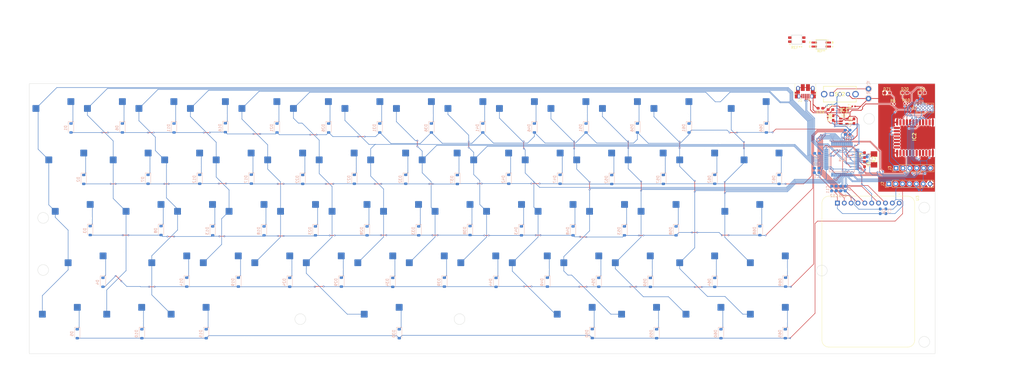
<source format=kicad_pcb>
(kicad_pcb (version 20221018) (generator pcbnew)
  (layers (0 "F.Cu" signal) (31 "B.Cu" signal) (34 "B.Paste" user) (35 "F.Paste" user) (36 "B.SilkS" user "B.Silkscreen") (37 "F.SilkS" user "F.Silkscreen") (38 "B.Mask" user) (39 "F.Mask" user) (44 "Edge.Cuts" user))
  (net 0 "")
  (net 1 "GND")
  (net 2 "/VBAT")
  (net 3 "/3V3")
  (net 4 "Net-(C11-Pad1)")
  (net 5 "/Switch_OUT")
  (net 6 "Net-(U2-NR)")
  (net 7 "/VBUS")
  (net 8 "/row0")
  (net 9 "/row1")
  (net 10 "/row2")
  (net 11 "/row3")
  (net 12 "Net-(J1-D-)")
  (net 14 "Net-(D1-K)")
  (net 15 "Net-(D2-K)")
  (net 16 "Net-(D3-K)")
  (net 17 "Net-(D4-K)")
  (net 18 "Net-(D5-K)")
  (net 19 "Net-(D6-K)")
  (net 20 "Net-(D7-K)")
  (net 21 "Net-(D8-K)")
  (net 22 "Net-(D9-K)")
  (net 23 "Net-(D10-K)")
  (net 24 "Net-(D11-K)")
  (net 25 "Net-(D12-K)")
  (net 26 "Net-(D13-K)")
  (net 27 "Net-(D14-K)")
  (net 28 "Net-(D15-K)")
  (net 29 "Net-(D16-K)")
  (net 30 "Net-(D17-K)")
  (net 31 "Net-(D18-K)")
  (net 32 "Net-(D19-K)")
  (net 33 "Net-(D20-K)")
  (net 34 "Net-(D21-K)")
  (net 35 "Net-(D22-K)")
  (net 36 "Net-(D23-K)")
  (net 37 "Net-(D24-K)")
  (net 38 "Net-(D26-K)")
  (net 39 "Net-(D27-K)")
  (net 40 "Net-(D28-K)")
  (net 41 "Net-(D29-K)")
  (net 42 "Net-(D30-K)")
  (net 43 "Net-(D31-K)")
  (net 44 "Net-(D32-K)")
  (net 45 "Net-(D33-K)")
  (net 46 "Net-(D34-K)")
  (net 47 "Net-(D36-K)")
  (net 48 "Net-(D37-K)")
  (net 49 "Net-(D38-K)")
  (net 50 "Net-(D39-K)")
  (net 51 "Net-(D41-K)")
  (net 52 "Net-(D42-K)")
  (net 53 "Net-(D43-K)")
  (net 54 "Net-(D44-K)")
  (net 55 "Net-(D46-K)")
  (net 56 "Net-(D47-K)")
  (net 57 "Net-(D48-K)")
  (net 58 "Net-(D49-K)")
  (net 59 "Net-(D50-K)")
  (net 60 "Net-(D51-K)")
  (net 61 "Net-(D52-K)")
  (net 62 "Net-(D53-K)")
  (net 63 "Net-(D54-K)")
  (net 64 "/JTAG_SWDIO_TMS")
  (net 65 "/JTAG_TDI")
  (net 66 "/JTAG_SWO_TDO")
  (net 67 "Net-(U1-PB1_USB0VBUS)")
  (net 68 "Net-(D71-A)")
  (net 69 "Net-(IC1-ILIM)")
  (net 70 "/col2")
  (net 71 "/col3")
  (net 72 "/col7")
  (net 73 "/col6")
  (net 74 "/col5")
  (net 75 "/col4")
  (net 76 "/col13")
  (net 77 "/col11")
  (net 78 "/col10")
  (net 79 "/BLUETOOTH_TX")
  (net 80 "/BLUETOOTH_RX")
  (net 81 "/LCD_clk")
  (net 82 "/LCD_fs")
  (net 83 "/LCD_MISO")
  (net 84 "/LCD_MOSI")
  (net 85 "/LCD_DC")
  (net 86 "/LCD_Reset")
  (net 89 "/LCD_SD_Card")
  (net 90 "/col12")
  (net 91 "/col1")
  (net 92 "/col0")
  (net 93 "/col8")
  (net 94 "/col9")
  (net 96 "Net-(D55-K)")
  (net 97 "Net-(D56-K)")
  (net 98 "Net-(D57-K)")
  (net 101 "/BGM_SWCLK")
  (net 102 "/BGM_SWDIO")
  (net 103 "/BGM_SWO")
  (net 110 "/EM4_WAKEUP")
  (net 114 "/PTI_DOUT")
  (net 115 "/PTI_DFRAME")
  (net 118 "Net-(D58-K)")
  (net 119 "Net-(D59-K)")
  (net 120 "Net-(D60-K)")
  (net 121 "Net-(D61-K)")
  (net 122 "Net-(D62-K)")
  (net 123 "Net-(D64-K)")
  (net 124 "Net-(D65-K)")
  (net 125 "Net-(D66-K)")
  (net 126 "Net-(D67-K)")
  (net 127 "Net-(D68-K)")
  (net 128 "Net-(D69-K)")
  (net 130 "/BGM220P_DEBUG_RX")
  (net 131 "/~{BLUETOOTH_LED}")
  (net 133 "/JTAG_SWCLK_TCLK")
  (net 134 "/TM4C_DEBUG_TX")
  (net 135 "/TM4C_DEBUG_RX")
  (net 136 "/~{RESET}")
  (net 137 "/~{CAPS_LOCK_LED}")
  (net 139 "Net-(J5-Pin_1)")
  (net 140 "Net-(U1-OSC0)")
  (net 141 "Net-(U1-OSC1)")
  (net 142 "/BGM220P_DEBUG_TX")
  (net 143 "Net-(J1-D+)")
  (net 144 "Net-(U1-PD4)")
  (net 145 "Net-(U1-PD5)")
  (footprint "MX_Hotswap:MX-Hotswap-1U" (layer "F.Cu") (at 574.3855 222.504)
    (fp_text reference "K39")
    (fp_text value "KEYSW")
  )
  (footprint "LED_SMD:LED_0603_1608Metric_Pad1.05x0.95mm_HandSolder" (layer "F.Cu") (at 690.398 176.079)
    (fp_text reference "D9")
    (fp_text value "LED")
  )
  (footprint "MX_Hotswap:MX-Hotswap-1U" (layer "F.Cu") (at 426.748 184.404)
    (fp_text reference "K4")
    (fp_text value "KEYSW")
  )
  (footprint "MX_Hotswap:MX-Hotswap-1U" (layer "F.Cu") (at 555.3355 222.504)
    (fp_text reference "K38")
    (fp_text value "KEYSW")
  )
  (footprint "Package_TO_SOT_SMD:SOT-23-5" (layer "F.Cu") (at 661.4 186.6)
    (fp_text reference "U2")
    (fp_text value "TPS73633DBV")
  )
  (footprint "Capacitor_SMD:C_0603_1608Metric_Pad1.08x0.95mm_HandSolder" (layer "F.Cu") (at 656.4 182.3 180)
    (fp_text reference "C17")
    (fp_text value "0.1u" hide)
  )
  (footprint "MX_Hotswap:MX-Hotswap-1U" (layer "F.Cu") (at 441.0355 222.504)
    (fp_text reference "K32")
    (fp_text value "KEYSW")
  )
  (footprint "MX_Hotswap:MX-Hotswap-1.25U" (layer "F.Cu") (at 395.79426 260.604)
    (fp_text reference "K56")
    (fp_text value "KEYSW")
  )
  (footprint "CrystalLibrary:NX5032GA16000000MHZLNCD1" (layer "F.Cu") (at 672.5 200.7375 -90)
    (fp_text reference "X2")
    (fp_text value "16MHz" hide)
  )
  (footprint "Keebio-Parts.pretty-master:RGB-6028" (layer "F.Cu") (at 643.95 151.3)
    (fp_text reference "REF**")
    (fp_text value "RGB-6028")
    (fp_line (start -1.9 3.38) (end -1.9 6.78) (stroke (width 0.15)) (layer "Edge.Cuts"))
    (fp_line (start 1.9 3.38) (end -1.9 3.38) (stroke (width 0.15)) (layer "Edge.Cuts"))
    (fp_line (start 1.9 3.38) (end 1.9 6.78) (stroke (width 0.15)) (layer "Edge.Cuts"))
    (fp_line (start 1.9 6.78) (end -1.9 6.78) (stroke (width 0.15)) (layer "Edge.Cuts"))
  )
  (footprint "MX_Hotswap:MX-Hotswap-1U" (layer "F.Cu") (at 545.8105 241.554)
    (fp_text reference "K50")
    (fp_text value "KEYSW")
  )
  (footprint "MX_Hotswap:MX-Hotswap-1U" (layer "F.Cu") (at 469.6105 241.554)
    (fp_text reference "K46")
    (fp_text value "KEYSW")
  )
  (footprint "Capacitor_SMD:C_0603_1608Metric_Pad1.08x0.95mm_HandSolder" (layer "F.Cu") (at 669 199.1375 90)
    (fp_text reference "C8")
    (fp_text value "10p")
  )
  (footprint "MX_Hotswap:MX-Hotswap-1U" (layer "F.Cu") (at 417.223 203.454)
    (fp_text reference "K17")
    (fp_text value "KEYSW")
  )
  (footprint "BluetoothModuleLibrary:BGM220PC22HNA2R" (layer "F.Cu") (at 687.573 192.679 -90)
    (fp_text reference "IC2")
    (fp_text value "BGM220PC22HNA2R" hide)
  )
  (footprint "MX_Hotswap:MX-Hotswap-2U" (layer "F.Cu") (at 626.773 184.404)
    (fp_text reference "K14")
    (fp_text value "KEYSW")
  )
  (footprint "MX_Hotswap:MX-Hotswap-1U" (layer "F.Cu") (at 388.648 184.404)
    (fp_text reference "K2")
    (fp_text value "KEYSW")
  )
  (footprint "Capacitor_SMD:C_0603_1608Metric_Pad1.08x0.95mm_HandSolder" (layer "F.Cu") (at 652.7 181.8 180)
    (fp_text reference "C19")
    (fp_text value "0.1u")
  )
  (footprint "MX_Hotswap:MX-Hotswap-1U" (layer "F.Cu") (at 507.7105 241.554)
    (fp_text reference "K48")
    (fp_text value "KEYSW")
  )
  (footprint "Connector_PinHeader_2.54mm:PinHeader_1x06_P2.54mm_Vertical" (layer "F.Cu") (at 680.673 203.979 90)
    (fp_text reference "J3")
    (fp_text value "Conn_01x06_Pin")
  )
  (footprint "MX_Hotswap:MX-Hotswap-1U" (layer "F.Cu") (at 531.523 203.454)
    (fp_text reference "K23")
    (fp_text value "KEYSW")
  )
  (footprint "MX_Hotswap:MX-Hotswap-1U" (layer "F.Cu") (at 369.598 184.404)
    (fp_text reference "K1")
    (fp_text value "KEYSW")
  )
  (footprint "MX_Hotswap:MX-Hotswap-1U" (layer "F.Cu") (at 421.9855 222.504)
    (fp_text reference "K31")
    (fp_text value "KEYSW")
  )
  (footprint "MX_Hotswap:MX-Hotswap-1U" (layer "F.Cu") (at 564.8605 241.554)
    (fp_text reference "K51")
    (fp_text value "KEYSW")
  )
  (footprint "MX_Hotswap:MX-Hotswap-1.25U" (layer "F.Cu") (at 633.858 241.554)
    (fp_text reference "K54")
    (fp_text value "KEYSW")
  )
  (footprint "Capacitor_SMD:C_0603_1608Metric_Pad1.08x0.95mm_HandSolder" (layer "F.Cu") (at 665.1 186.6 90)
    (fp_text reference "C16")
    (fp_text value "0.01u")
  )
  (footprint "MX_Hotswap:MX-Hotswap-1.25U" (layer "F.Cu") (at 610.0455 260.604)
    (fp_text reference "K61")
    (fp_text value "KEYSW")
  )
  (footprint "MX_Hotswap:MX-Hotswap-1.75U" (layer "F.Cu") (at 376.74302 222.504)
    (fp_text reference "K29")
    (fp_text value "KEYSW")
  )
  (footprint "MX_Hotswap:MX-Hotswap-1U" (layer "F.Cu") (at 460.0855 222.504)
    (fp_text reference "K33")
    (fp_text value "KEYSW")
  )
  (footprint "MX_Hotswap:MX-Hotswap-1U" (layer "F.Cu") (at 502.948 184.404)
    (fp_text reference "K8")
    (fp_text value "KEYSW")
  )
  (footprint "MX_Hotswap:MX-Hotswap-1U" (layer "F.Cu") (at 431.5105 241.554)
    (fp_text reference "K44")
    (fp_text value "KEYSW")
  )
  (footprint "Keebio-Parts.pretty-master:RGB_3528_Blue_Notch" (layer "F.Cu") (at 653 158.2)
    (fp_text reference "REF**")
    (fp_text value "RGB_BRAG")
    (fp_line (start -1.8 -1.6) (end 1.8 -1.6) (stroke (width 0.15)) (layer "Edge.Cuts"))
    (fp_line (start -1.8 1.6) (end -1.8 -1.6) (stroke (width 0.15)) (layer "Edge.Cuts"))
    (fp_line (start -1.8 1.6) (end 1.8 1.6) (stroke (width 0.15)) (layer "Edge.Cuts"))
    (fp_line (start 1.8 1.6) (end 1.8 -1.6) (stroke (width 0.15)) (layer "Edge.Cuts"))
  )
  (footprint "footprints:adafruit_st7735r" (layer "F.Cu") (at 670.395 242.3 -90)
    (fp_text reference "U3")
    (fp_text value "Adafruit ST7735R")
  )
  (footprint "MX_Hotswap:MX-Hotswap-1U" (layer "F.Cu") (at 407.698 184.404)
    (fp_text reference "K3")
    (fp_text value "KEYSW")
  )
  (footprint "MX_Hotswap:MX-Hotswap-1U" (layer "F.Cu") (at 445.798 184.404)
    (fp_text reference "K5")
    (fp_text value "KEYSW")
  )
  (footprint "MX_Hotswap:MX-Hotswap-1U" (layer "F.Cu") (at 541.048 184.404)
    (fp_text reference "K10")
    (fp_text value "KEYSW")
  )
  (footprint "MX_Hotswap:MX-Hotswap-1.5U" (layer "F.Cu") (at 631.5355 203.454)
    (fp_text reference "K28")
    (fp_text value "KEYSW")
  )
  (footprint "MX_Hotswap:MX-Hotswap-1U" (layer "F.Cu") (at 483.898 184.404)
    (fp_text reference "K7")
    (fp_text value "KEYSW")
  )
  (footprint "MX_Hotswap:MX-Hotswap-1.25U" (layer "F.Cu") (at 562.4205 260.604)
    (fp_text reference "K59")
    (fp_text value "KEYSW")
  )
  (footprint "MX_Hotswap:MX-Hotswap-1U" (layer "F.Cu") (at 560.098 184.404)
    (fp_text reference "K11")
    (fp_text value "KEYSW")
  )
  (footprint "Resistor_SMD:R_0402_1005Metric" (layer "F.Cu") (at 664.99 181.1)
    (fp_text reference "R7")
    (fp_text value "750" hide)
  )
  (footprint "MX_Hotswap:MX-Hotswap-1U" (layer "F.Cu") (at 436.273 203.454)
    (fp_text reference "K18")
    (fp_text value "KEYSW")
  )
  (footprint "Resistor_SMD:R_0402_1005Metric" (layer "F.Cu") (at 684.373 179.979)
    (fp_text reference "R10")
    (fp_text value "1.1k")
  )
  (footprint "Resistor_SMD:R_0402_1005Metric" (layer "F.Cu") (at 679.5 180.2)
    (fp_text reference "R6")
    (fp_text value "1.1k")
  )
  (footprint "MX_Hotswap:MX-Hotswap-1U" (layer "F.Cu") (at 593.4355 222.504)
    (fp_text reference "K40")
    (fp_text value "KEYSW")
  )
  (footprint "MX_Hotswap:MX-Hotswap-1U" (layer "F.Cu") (at 398.173 203.454)
    (fp_text reference "K16")
    (fp_text value "KEYSW")
  )
  (footprint "MX_Hotswap:MX-Hotswap-1U" (layer "F.Cu") (at 464.848 184.404)
    (fp_text reference "K6")
    (fp_text value "KEYSW")
  )
  (footprint "MX_Hotswap:MX-Hotswap-1U" (layer "F.Cu") (at 536.2855 222.504)
    (fp_text reference "K37")
    (fp_text value "KEYSW")
  )
  (footprint "SwitchingICLibrary:SON65P300X300X100-9N-D" (layer "F.Cu") (at 661.45 182.475 180)
    (fp_text reference "IC1")
    (fp_text value "TPS2113ADRBR" hide)
  )
  (footprint "MX_Hotswap:MX-Hotswap-1U" (layer "F.Cu") (at 498.1855 222.504)
    (fp_text reference "K35")
    (fp_text value "KEYSW")
  )
  (footprint "MX_Hotswap:MX-Hotswap-1U" (layer "F.Cu") (at 493.423 203.454)
    (fp_text reference "K21")
    (fp_text value "KEYSW")
  )
  (footprint "MX_Hotswap:MX-Hotswap-1U" (layer "F.Cu") (at 598.198 184.404)
    (fp_text reference "K13")
    (fp_text value "KEYSW")
  )
  (footprint "MX_Hotswap:MX-Hotswap-1.5U" (layer "F.Cu") (at 607.723 241.554)
    (fp_text reference "K53")
    (fp_text value "KEYSW")
  )
  (footprint "MX_Hotswap:MX-Hotswap-6.25U" (layer "F.Cu") (at 491.0355 260.604)
    (fp_text reference "K58")
    (fp_text value "KEYSW")
  )
  (footprint "MX_Hotswap:MX-Hotswap-1U" (layer "F.Cu") (at 455.323 203.454)
    (fp_text reference "K19")
    (fp_text value "KEYSW")
  )
  (footprint "MX_Hotswap:MX-Hotswap-1U" (layer "F.Cu") (at 488.6605 241.554)
    (fp_text reference "K47")
    (fp_text value "KEYSW")
  )
  (footprint "Connector_PinHeader_1.27mm:PinHeader_2x05_P1.27mm_Vertical" (layer "F.Cu") (at 688.793 182.349 90)
    (fp_text reference "J4")
    (fp_text value "Conn_02x05_Odd_Even")
  )
  (footprint "MX_Hotswap:MX-Hotswap-1U" (layer "F.Cu") (at 517.2355 222.504)
    (fp_text reference "K36")
    (fp_text value "KEYSW")
  )
  (footprint "MX_Hotswap:MX-Hotswap-1U" (layer "F.Cu") (at 402.9355 222.504)
    (fp_text reference "K30")
    (fp_text value "KEYSW")
  )
  (footprint "MX_Hotswap:MX-Hotswap-1.5U" (layer "F.Cu") (at 374.3605 203.454)
    (fp_text reference "K15")
    (fp_text value "KEYSW")
  )
  (footprint "MX_Hotswap:MX-Hotswap-2.25U" (layer "F.Cu") (at 624.4235 222.504)
    (fp_text reference "K41")
    (fp_text value "KEYSW")
  )
  (footprint "Connector_PinHeader_2.54mm:PinHeader_1x07_P2.54mm_Vertical" (layer "F.Cu") (at 678 209.8 90)
    (fp_text reference "J2")
    (fp_text value "Conn_01x07_Pin")
  )
  (footprint "LED_SMD:LED_0603_1608Metric_Pad1.05x0.95mm_HandSolder" (layer "F.Cu") (at 683.933 176.079)
    (fp_text reference "D20")
    (fp_text value "LED")
  )
  (footprint "MX_Hotswap:MX-Hotswap-1U" (layer "F.Cu") (at 450.5605 241.554)
    (fp_text reference "K45")
    (fp_text value "KEYSW")
  )
  (footprint "MX_Hotswap:MX-Hotswap-1U" (layer "F.Cu") (at 512.473 203.454)
    (fp_text reference "K22")
    (fp_text value "KEYSW")
  )
  (footprint "MX_Hotswap:MX-Hotswap-1U" (layer "F.Cu") (at 474.373 203.454)
    (fp_text reference "K20")
    (fp_text value "KEYSW")
  )
  (footprint "Resistor_SMD:R_0402_1005Metric" (layer "F.Cu") (at 655.4 184.7 -90)
    (fp_text reference "R2")
    (fp_text value "330")
  )
  (footprint "MX_Hotswap:MX-Hotswap-2.25U" (layer "F.Cu") (at 381.50552 241.554)
    (fp_text reference "K42")
    (fp_text value "KEYSW")
  )
  (footprint "MX_Hotswap:MX-Hotswap-1.25U" (layer "F.Cu") (at 633.858 260.604)
    (fp_text reference "K62")
    (fp_text value "KEYSW")
  )
  (footprint "LED_SMD:LED_0603_1608Metric_Pad1.05x0.95mm_HandSolder" (layer "F.Cu") (at 677.4 176.1)
    (fp_text reference "D71")
    (fp_text value "LED")
  )
  (footprint "MX_Hotswap:MX-Hotswap-1U" (layer "F.Cu") (at 526.7605 241.554)
    (fp_text reference "K49")
    (fp_text value "KEYSW")
  )
  (footprint "MX_Hotswap:MX-Hotswap-1U" (layer "F.Cu") (at 412.4605 241.554)
    (fp_text reference "K43")
    (fp_text value "KEYSW")
  )
  (footprint "MX_Hotswap:MX-Hotswap-1U" (layer "F.Cu") (at 583.9105 241.554)
    (fp_text reference "K52")
    (fp_text value "KEYSW")
  )
  (footprint "MX_Hotswap:MX-Hotswap-1U" (layer "F.Cu") (at 569.623 203.454)
    (fp_text reference "K25")
    (fp_text value "KEYSW")
  )
  (footprint "SLW-121586-5A-D:SLW1215865AD" (layer "F.Cu") (at 656.873 176.579)
    (fp_text reference "SW2")
    (fp_text value "BAT_SWITCH" hide)
  )
  (footprint "MX_Hotswap:MX-Hotswap-1.25U" (layer "F.Cu") (at 419.608 260.604)
    (fp_text reference "K57")
    (fp_text value "KEYSW")
  )
  (footprint "Connector_USB:USB_Micro-B_Amphenol_10103594-0001LF_Horizontal" (layer "F.Cu") (at 647.1 175.514 180)
    (fp_text reference "J1")
    (fp_text value "USB_B_Micro")
  )
  (footprint "MX_Hotswap:MX-Hotswap-1U" (layer "F.Cu") (at 588.673 203.454)
    (fp_text reference "K26")
    (fp_text value "KEYSW")
  )
  (footprint "Capacitor_SMD:C_0603_1608Metric_Pad1.08x0.95mm_HandSolder" (layer "F.Cu") (at 657.4 185.4 90)
    (fp_text reference "C15")
    (fp_text value "1.0u")
  )
  (footprint "Capacitor_SMD:C_0603_1608Metric_Pad1.08x0.95mm_HandSolder" (layer "F.Cu") (at 669 202.5375 -90)
    (fp_text reference "C9")
    (fp_text value "10p")
  )
  (footprint "MX_Hotswap:MX-Hotswap-1U" (layer "F.Cu") (at 479.1355 222.504)
    (fp_text reference "K34")
    (fp_text value "KEYSW")
  )
  (footprint "MX_Hotswap:MX-Hotswap-1U" (layer "F.Cu") (at 607.723 203.454)
    (fp_text reference "K27")
    (fp_text value "KEYSW")
  )
  (footprint "MX_Hotswap:MX-Hotswap-1U" (layer "F.Cu") (at 550.573 203.454)
    (fp_text reference "K24")
    (fp_text value "KEYSW")
  )
  (footprint "MX_Hotswap:MX-Hotswap-1.25U" (layer "F.Cu") (at 371.98052 260.604)
    (fp_text reference "K55")
    (fp_text value "KEYSW")
  )
  (footprint "MX_Hotswap:MX-Hotswap-1.25U" (layer "F.Cu") (at 586.233 260.604)
    (fp_text reference "K60")
    (fp_text value "KEYSW")
  )
  (footprint "MX_Hotswap:MX-Hotswap-1U" (layer "F.Cu") (at 579.148 184.404)
    (fp_text reference "K12")
    (fp_text value "KEYSW")
  )
  (footprint "MX_Hotswap:MX-Hotswap-1U" (layer "F.Cu") (at 521.998 184.404)
    (fp_text reference "K9")
    (fp_text value "KEYSW")
  )
  (footprint "Diode_SMD:D_SOD-123" (layer "B.Cu") (at 408.8 227.1 -90)
    (fp_text reference "D8")
    (fp_text value "D")
  )
  (footprint "TM4C:QFP50P1200X1200X160-64N" (layer "B.Cu") (at 660.6 200.7)
    (fp_text reference "U1")
    (fp_text value "TM4C123GH6PMI7" hide)
  )
  (footprint "Diode_SMD:D_SOD-123" (layer "B.Cu") (at 496.9 265.3 -90)
    (fp_text reference "D30")
    (fp_text value "D")
  )
  (footprint "Diode_SMD:D_SOD-123" (layer "B.Cu") (at 432.6 189 -90)
    (fp_text reference "D16")
    (fp_text value "D")
  )
  (footprint "Diode_SMD:D_SOD-123" (layer "B.Cu") (at 451.7 189.1 -90)
    (fp_text reference "D21")
    (fp_text value "D")
  )
  (footprint "Diode_SMD:D_SOD-123" (layer "B.Cu") (at 532.7 246.3 -90)
    (fp_text reference "D44")
    (fp_text value "D")
  )
  (footprint "Diode_SMD:D_SOD-123" (layer "B.Cu") (at 604.1 189.1 -90)
    (fp_text reference "D61")
    (fp_text value "D")
  )
  (footprint "Resistor_SMD:R_0402_1005Metric" (layer "B.Cu") (at 689.973 178.279)
    (fp_text reference "R9")
    (fp_text value "1.1k")
  )
  (footprint "Diode_SMD:D_SOD-123" (layer "B.Cu") (at 413.6 189.1 -90)
    (fp_text reference "D11")
    (fp_text value "D")
  )
  (footprint "Capacitor_SMD:C_0603_1608Metric_Pad1.08x0.95mm_HandSolder" (layer "B.Cu") (at 656.8 211.5375 -90)
    (fp_text reference "C11")
    (fp_text value "2.2u")
  )
  (footprint "Diode_SMD:D_SOD-123" (layer "B.Cu") (at 613.6 246.3 -90)
    (fp_text reference "D64")
    (fp_text value "D")
  )
  (footprint "Diode_SMD:D_SOD-123" (layer "B.Cu") (at 427.9 227.2 -90)
    (fp_text reference "D13")
    (fp_text value "D")
  )
  (footprint "Diode_SMD:D_SOD-123" (layer "B.Cu") (at 375.5 189.1 -90)
    (fp_text reference "D1")
    (fp_text value "D")
  )
  (footprint "Diode_SMD:D_SOD-123" (layer "B.Cu") (at 513.6 246.2 -90)
    (fp_text reference "D39")
    (fp_text value "D")
  )
  (footprint "Capacitor_SMD:C_0603_1608Metric_Pad1.08x0.95mm_HandSolder" (layer "B.Cu") (at 670 200.6375 90)
    (fp_text reference "C4")
    (fp_text value "0.1u")
  )
  (footprint "Diode_SMD:D_SOD-123" (layer "B.Cu") (at 561.2 227.2 -90)
    (fp_text reference "D48")
    (fp_text value "D")
  )
  (footprint "Diode_SMD:D_SOD-123" (layer "B.Cu") (at 461.2 208.15 -90)
    (fp_text reference "D22")
    (fp_text value "D")
  )
  (footprint "Diode_SMD:D_SOD-123" (layer "B.Cu") (at 551.7 246.2 -90)
    (fp_text reference "D49")
    (fp_text value "D")
  )
  (footprint "Diode_SMD:D_SOD-123" (layer "B.Cu") (at 394.5 189.1 -90)
    (fp_text reference "D6")
    (fp_text value "D")
  )
  (footprint "Diode_SMD:D_SOD-123" (layer "B.Cu") (at 613.6 208.1 -90)
    (fp_text reference "D62")
    (fp_text value "D")
  )
  (footprint "Diode_SMD:D_SOD-123" (layer "B.Cu") (at 480.3 208.1 -90)
    (fp_text reference "D27")
    (fp_text value "D")
  )
  (footprint "Diode_SMD:D_SOD-123" (layer "B.Cu") (at 494.5 246.3 -90)
    (fp_text reference "D34")
    (fp_text value "D")
  )
  (footprint "Diode_SMD:D_SOD-123" (layer "B.Cu") (at 489.7 189.1 -90)
    (fp_text reference "D31")
    (fp_text value "D")
  )
  (footprint "Resistor_SMD:R_0402_1005Metric" (layer "B.Cu") (at 689.61 212.1 180)
    (fp_text reference "R1")
    (fp_text value "10k")
  )
  (footprint "Diode_SMD:D_SOD-123" (layer "B.Cu") (at 437.4 246.2 -90)
    (fp_text reference "D19")
    (fp_text value "D")
  )
  (footprint "Diode_SMD:D_SOD-123" (layer "B.Cu") (at 570.7 246.25 -90)
    (fp_text reference "D54")
    (fp_text value "D")
  )
  (footprint "Diode_SMD:D_SOD-123" (layer "B.Cu") (at 580.2 227.2 -90)
    (fp_text reference "D53")
    (fp_text value "D")
  )
  (footprint "Diode_SMD:D_SOD-123" (layer "B.Cu") (at 589.8 246.3 -90)
    (fp_text reference "D59")
    (fp_text value "D")
  )
  (footprint "Diode_SMD:D_SOD-123" (layer "B.Cu") (at 387.3 246.25 -90)
    (fp_text reference "D4")
    (fp_text value "D")
  )
  (footprint "Diode_SMD:D_SOD-123" (layer "B.Cu") (at 465.9 227.2 -90)
    (fp_text reference "D23")
    (fp_text value "D")
  )
  (footprint "Diode_SMD:D_SOD-123" (layer "B.Cu") (at 401.7 265.3 -90)
    (fp_text reference "D10")
    (fp_text value "D")
  )
  (footprint "Capacitor_SMD:C_0603_1608Metric_Pad1.08x0.95mm_HandSolder" (layer "B.Cu") (at 651.3125 205.675)
    (fp_text reference "C1")
    (fp_text value "1.0u")
  )
  (footprint "Diode_SMD:D_SOD-123" (layer "B.Cu") (at 418.3 246.2 -90)
    (fp_text reference "D14")
    (fp_text value "D")
  )
  (footprint "Capacitor_SMD:C_0603_1608Metric_Pad1.08x0.95mm_HandSolder" (layer "B.Cu") (at 676.9 219.9375 90)
    (fp_text reference "C7")
    (fp_text value "4.7uF")
  )
  (footprint "Capacitor_SMD:C_0603_1608Metric_Pad1.08x0.95mm_HandSolder" (layer "B.Cu") (at 651.4375 198.5)
    (fp_text reference "C2")
    (fp_text value "0.1u")
  )
  (footprint "Diode_SMD:D_SOD-123" (layer "B.Cu") (at 585 189.1 -90)
    (fp_text reference "D56")
    (fp_text value "D")
  )
  (footprint "Diode_SMD:D_SOD-123" (layer "B.Cu") (at 566 189.1 -90)
    (fp_text reference "D51")
    (fp_text value "D")
  )
  (footprint "Diode_SMD:D_SOD-123" (layer "B.Cu") (at 442.2 208.05 -90)
    (fp_text reference "D17")
    (fp_text value "D")
  )
  (footprint "Diode_SMD:D_SOD-123" (layer "B.Cu") (at 592.1 265.3 -90)
    (fp_text reference "D55")
    (fp_text value "D")
  )
  (footprint "Diode_SMD:D_SOD-123" (layer "B.Cu") (at 527.8 189.1 -90)
    (fp_text reference "D41")
    (fp_text value "D")
  )
  (footprint "Diode_SMD:D_SOD-123" (layer "B.Cu") (at 475.5 246.2 -90)
    (fp_text reference "D29")
    (fp_text value "D")
  )
  (footprint "Diode_SMD:D_SOD-123" (layer "B.Cu") (at 499.3 208.1 -90)
    (fp_text reference "D32")
    (fp_text value "D")
  )
  (footprint "Diode_SMD:D_SOD-123" (layer "B.Cu") (at 423.1 208.1 -90)
    (fp_text reference "D12")
    (fp_text value "D")
  )
  (footprint "Diode_SMD:D_SOD-123" (layer "B.Cu") (at 425.5 265.3 -90)
    (fp_text reference "D15")
    (fp_text value "D")
  )
  (footprint "Diode_SMD:D_SOD-123" (layer "B.Cu") (at 485 227.2 -90)
    (fp_text reference "D28")
    (fp_text value "D")
  )
  (footprint "Diode_SMD:D_SOD-123" (layer "B.Cu") (at 380.2 208.15 -90)
    (fp_text reference "D2")
    (fp_text value "D")
  )
  (footprint "Diode_SMD:D_SOD-123" (layer "B.Cu") (at 504.1 227.2 -90)
    (fp_text reference "D33")
    (fp_text value "D")
  )
  (footprint "Capacitor_SMD:C_0603_1608Metric_Pad1.08x0.95mm_HandSolder" (layer "B.Cu") (at 661.9 211.5375 -90)
    (fp_text reference "C5")
    (fp_text value "0.1u")
  )
  (footprint "Diode_SMD:D_SOD-123" (layer "B.Cu") (at 456.4 246.25 -90)
    (fp_text reference "D24")
    (fp_text value "D")
  )
  (footprint "Diode_SMD:D_SOD-123" (layer "B.Cu") (at 594.6 208.15 -90)
    (fp_text reference "D57")
    (fp_text value "D")
  )
  (footprint "Capacitor_SMD:C_0603_1608Metric_Pad1.08x0.95mm_HandSolder" (layer "B.Cu") (at 674.8 219.9625 90)
    (fp_text reference "C6")
    (fp_text value "0.1uF")
  )
  (footprint "Diode_SMD:D_SOD-123" (layer "B.Cu") (at 382.6 227.1 -90)
    (fp_text reference "D3")
    (fp_text value "D")
  )
  (footprint "Diode_SMD:D_SOD-123" (layer "B.Cu") (at 599.3 227.2 -90)
    (fp_text reference "D58")
    (fp_text value "D")
  )
  (footprint "Connector_Pin:Pin_D1.0mm_L10.0mm" (layer "B.Cu") (at 670.473 174.6)
    (fp_text reference "J5")
    (fp_text value "BATT_POS")
  )
  (footprint "Diode_SMD:D_SOD-123" (layer "B.Cu") (at 630.3 227.15 -90)
    (fp_text reference "D68")
    (fp_text value "D")
  )
  (footprint "Diode_SMD:D_SOD-123" (layer "B.Cu") (at 508.8 189.1 -90)
    (fp_text reference "D36")
    (fp_text value "D")
  )
  (footprint "Capacitor_SMD:C_0603_1608Metric_Pad1.08x0.95mm_HandSolder" (layer "B.Cu") (at 658.5 211.5 -90)
    (fp_text reference "C12")
    (fp_text value "1.0u")
  )
  (footprint "Diode_SMD:D_SOD-123" (layer "B.Cu") (at 615.9 265.3 -90)
    (fp_text reference "D60")
    (fp_text value "D")
  )
  (footprint "Capacitor_SMD:C_0603_1608Metric_Pad1.08x0.95mm_HandSolder" (layer "B.Cu") (at 660.2 211.5 -90)
    (fp_text reference "C13")
    (fp_text value "0.1u")
  )
  (footprint "Diode_SMD:D_SOD-123" (layer "B.Cu") (at 556.4 208.1 -90)
    (fp_text reference "D47")
    (fp_text value "D")
  )
  (footprint "Diode_SMD:D_SOD-123" (layer "B.Cu") (at 639.7 265.3 -90)
    (fp_text reference "D65")
    (fp_text value "D")
  )
  (footprint "Diode_SMD:D_SOD-123" (layer "B.Cu") (at 470.8 189.1 -90)
    (fp_text reference "D26")
    (fp_text value "D")
  )
  (footprint "Capacitor_SMD:C_0603_1608Metric_Pad1.08x0.95mm_HandSolder" (layer "B.Cu") (at 662.7375 189.9)
    (fp_text reference "C14")
    (fp_text value "0.1u")
  )
  (footprint "Diode_SMD:D_SOD-123" (layer "B.Cu") (at 637.4 208.15 -90)
    (fp_text reference "D67")
    (fp_text value "D")
  )
  (footprint "Diode_SMD:D_SOD-123" (layer "B.Cu") (at 518.4 208.2 -90)
    (fp_text reference "D37")
    (fp_text value "D")
  )
  (footprint "Diode_SMD:D_SOD-123" (layer "B.Cu") (at 446.9 227.2 -90)
    (fp_text reference "D18")
    (fp_text value "D")
  )
  (footprint "Diode_SMD:D_SOD-123" (layer "B.Cu") (at 377.8 265.3 -90)
    (fp_text reference "D5")
    (fp_text value "D")
  )
  (footprint "Diode_SMD:D_SOD-123" (layer "B.Cu") (at 568.3 265.25 -90)
    (fp_text reference "D50")
    (fp_text value "D")
  )
  (footprint "Capacitor_SMD:C_0603_1608Metric_Pad1.08x0.95mm_HandSolder" (layer "B.Cu") (at 662.7625 191.5 180)
    (fp_text reference "C3")
    (fp_text value "0.1u")
  )
  (footprint "Connector_Pin:Pin_D1.0mm_L10.0mm" (layer "B.Cu") (at 670.473 178.2)
    (fp_text reference "J6")
    (fp_text value "BATT_NEG")
  )
  (footprint "Diode_SMD:D_SOD-123" (layer "B.Cu") (at 575.5 208.2 -90)
    (fp_text reference "D52")
    (fp_text value "D")
  )
  (footprint "Diode_SMD:D_SOD-123" (layer "B.Cu") (at 639.8 246.2 -90)
    (fp_text reference "D69")
    (fp_text value "D")
  )
  (footprint "Diode_SMD:D_SOD-123" (layer "B.Cu") (at 404 208.1 -90)
    (fp_text reference "D7")
    (fp_text value "D")
  )
  (footprint "Diode_SMD:D_SOD-123" (layer "B.Cu") (at 537.4 208.1 -90)
    (fp_text reference "D42")
    (fp_text value "D")
  )
  (footprint "Diode_SMD:D_SOD-123" (layer "B.Cu") (at 632.7 189.1 -90)
    (fp_text reference "D66")
    (fp_text value "D")
  )
  (footprint "Diode_SMD:D_SOD-123" (layer "B.Cu") (at 542.1 227.2 -90)
    (fp_text reference "D43")
    (fp_text value "D")
  )
  (footprint "Diode_SMD:D_SOD-123" (layer "B.Cu") (at 523.1 227.1 -90)
    (fp_text reference "D38")
    (fp_text value "D")
  )
  (footprint "Diode_SMD:D_SOD-123" (layer "B.Cu") (at 546.9 189.1 -90)
    (fp_text reference "D46")
    (fp_text value "D")
  )
  (footprint "Capacitor_SMD:C_0603_1608Metric_Pad1.08x0.95mm_HandSolder" (layer "B.Cu") (at 651.3125 203.975)
    (fp_text reference "C10")
    (fp_text value "0.01u")
  )
  (gr_circle (center 365.2 222.4) (end 367.2 222.4) (stroke (width 0.1)) (fill none) (layer "Edge.Cuts"))
  (gr_circle (center 460.3 259.9) (end 462.3 259.9) (stroke (width 0.1)) (fill none) (layer "Edge.Cuts"))
  (gr_circle (center 691.1 268.3) (end 693.1 268.3) (stroke (width 0.1)) (fill none) (layer "Edge.Cuts"))
  (gr_circle (center 653.2 241.9) (end 655.2 241.9) (stroke (width 0.1)) (fill none) (layer "Edge.Cuts"))
  (gr_circle (center 365.2 241.7) (end 367.2 241.7) (stroke (width 0.1)) (fill none) (layer "Edge.Cuts"))
  (gr_rect (start 360.073 172.679) (end 695.1 272.679) (stroke (width 0.1)) (fill none) (layer "Edge.Cuts"))
  (gr_circle (center 519.2 259.9) (end 521.2 259.9) (stroke (width 0.1)) (fill none) (layer "Edge.Cuts"))
  (gr_circle (center 691.1 218.6) (end 693.1 218.6) (stroke (width 0.1)) (fill none) (layer "Edge.Cuts"))
  (gr_circle (center 670.7 185.7) (end 672.7 185.7) (stroke (width 0.1)) (fill none) (layer "Edge.Cuts"))
  (segment (start 647.7317 178.755756) (end 647.875 178.899056) (width 0.3134) (layer "F.Cu") (net 0))
  (segment (start 647.7317 178.559801) (end 647.7317 178.755756) (width 0.3134) (layer "F.Cu") (net 0))
  (segment (start 647.775 178.516501) (end 647.7317 178.559801) (width 0.3134) (layer "F.Cu") (net 0))
  (segment (start 647.1683 178.755756) (end 647.025 178.899056) (width 0.3134) (layer "F.Cu") (net 0))
  (segment (start 647.125 177.279) (end 647.125 178.516501) (width 0.3134) (layer "F.Cu") (net 0))
  (segment (start 647.125 178.516501) (end 647.1683 178.559801) (width 0.3134) (layer "F.Cu") (net 0))
  (segment (start 647.1683 178.559801) (end 647.1683 178.755756) (width 0.3134) (layer "F.Cu") (net 0))
  (segment (start 647.775 177.279) (end 647.775 178.516501) (width 0.3134) (layer "F.Cu") (net 0))
  (via (at 647.025 178.899056) (size 0.6) (drill 0.3) (layers "F.Cu" "B.Cu") (net 0))
  (via (at 647.875 178.899056) (size 0.6) (drill 0.3) (layers "F.Cu" "B.Cu") (net 0))
  (segment (start 665.206749 201.975) (end 665.231749 201.95) (width 0.2) (layer "B.Cu") (net 0))
  (segment (start 665.206749 202.425) (end 665.231749 202.45) (width 0.2) (layer "B.Cu") (net 0))
  (segment (start 655.3068 195.425) (end 662.3068 202.425) (width 0.2) (layer "B.Cu") (net 0))
  (segment (start 662.4932 201.975) (end 665.206749 201.975) (width 0.2) (layer "B.Cu") (net 0))
  (segment (start 647.025 178.899056) (end 647.224999 179.099055) (width 0.2) (layer "B.Cu") (net 0))
  (segment (start 651.929284 194.975) (end 655.4932 194.975) (width 0.2) (layer "B.Cu") (net 0))
  (segment (start 665.231749 202.45) (end 666.338 202.45) (width 0.2) (layer "B.Cu") (net 0))
  (segment (start 662.3068 202.425) (end 665.206749 202.425) (width 0.2) (layer "B.Cu") (net 0))
  (segment (start 665.231749 201.95) (end 666.338 201.95) (width 0.2) (layer "B.Cu") (net 0))
  (segment (start 647.875 178.899056) (end 647.675001 179.099055) (width 0.2) (layer "B.Cu") (net 0))
  (segment (start 655.4932 194.975) (end 662.4932 201.975) (width 0.2) (layer "B.Cu") (net 0))
  (segment (start 647.224999 182.843199) (end 650.0662 185.6844) (width 0.2) (layer "B.Cu") (net 0))
  (segment (start 650.0662 185.6844) (end 650.0662 193.748316) (width 0.2) (layer "B.Cu") (net 0))
  (segment (start 650.0662 193.748316) (end 651.742884 195.425) (width 0.2) (layer "B.Cu") (net 0))
  (segment (start 647.224999 179.099055) (end 647.224999 182.843199) (width 0.2) (layer "B.Cu") (net 0))
  (segment (start 650.5162 193.561916) (end 651.929284 194.975) (width 0.2) (layer "B.Cu") (net 0))
  (segment (start 647.675001 179.099055) (end 647.675001 182.656801) (width 0.2) (layer "B.Cu") (net 0))
  (segment (start 651.742884 195.425) (end 655.3068 195.425) (width 0.2) (layer "B.Cu") (net 0))
  (segment (start 650.5162 185.498) (end 650.5162 193.561916) (width 0.2) (layer "B.Cu") (net 0))
  (segment (start 647.675001 182.656801) (end 650.5162 185.498) (width 0.2) (layer "B.Cu") (net 0))
  (segment (start 662.954 182.096) (end 666.577 182.096) (width 0.25) (layer "F.Cu") (net 1))
  (segment (start 660 181.5) (end 659.5 181) (width 0.25) (layer "F.Cu") (net 1))
  (segment (start 660.646751 186.6) (end 661.45 185.796751) (width 0.25) (layer "F.Cu") (net 1))
  (segment (start 669 203.4) (end 669 204.267876) (width 0.2) (layer "F.Cu") (net 1))
  (segment (start 648.085 174.129) (end 646.165 174.129) (width 0.254) (layer "F.Cu") (net 1))
  (segment (start 661.45 183.575) (end 662.225 182.8) (width 0.25) (layer "F.Cu") (net 1))
  (segment (start 662.9 182.15) (end 661.25 182.15) (width 0.25) (layer "F.Cu") (net 1))
  (segment (start 670.473 178.2) (end 674.3 178.2) (width 0.25) (layer "F.Cu") (net 1))
  (segment (start 646.165 174.129) (end 644.665 174.129) (width 0.254) (layer "F.Cu") (net 1))
  (segment (start 667.1116 205.7884) (end 667.1116 205.723049) (width 0.2) (layer "F.Cu") (net 1))
  (segment (start 644.125 176.079) (end 644.125 177.299) (width 0.254) (layer "F.Cu") (net 1))
  (segment (start 645.705 177.399) (end 645.825 177.279) (width 0.254) (layer "F.Cu") (net 1))
  (segment (start 657.853088 197.294136) (end 658.953088 197.294136) (width 0.1778) (layer "F.Cu") (net 1))
  (segment (start 688.465687 181.406313) (end 686.301648 181.406313) (width 0.2) (layer "F.Cu") (net 1))
  (segment (start 667.573 181.1) (end 670.473 178.2) (width 0.25) (layer "F.Cu") (net 1))
  (segment (start 665.1 185.7375) (end 664.5625 186.275) (width 0.25) (layer "F.Cu") (net 1))
  (segment (start 667.176951 205.723049) (end 667.1116 205.7884) (width 0.2) (layer "F.Cu") (net 1))
  (segment (start 650.527374 182.944) (end 649.975 182.391626) (width 0.254) (layer "F.Cu") (net 1))
  (segment (start 668.288031 205.723049) (end 667.176951 205.723049) (width 0.2) (layer "F.Cu") (net 1))
  (segment (start 669 203.4) (end 667.346 201.746) (width 0.2) (layer "F.Cu") (net 1))
  (segment (start 662.225 182.8) (end 662.9 182.8) (width 0.25) (layer "F.Cu") (net 1))
  (segment (start 656.594136 198.553088) (end 657.853088 197.294136) (width 0.1778) (layer "F.Cu") (net 1))
  (segment (start 667.346 201.746) (end 667.346 198.854) (width 0.2) (layer "F.Cu") (net 1))
  (segment (start 649.975 182.391626) (end 649.975 180.3) (width 0.254) (layer "F.Cu") (net 1))
  (segment (start 644.705 177.399) (end 645.705 177.399) (width 0.254) (layer "F.Cu") (net 1))
  (segment (start 669 204.267876) (end 669.216062 204.483938) (width 0.2) (layer "F.Cu") (net 1))
  (segment (start 651.475 181.8) (end 649.975 180.3) (width 0.254) (layer "F.Cu") (net 1))
  (segment (start 658 188.4995) (end 658 186.8625) (width 0.254) (layer "F.Cu") (net 1))
  (segment (start 686.301648 181.406313) (end 686.039461 181.6685) (width 0.2) (layer "F.Cu") (net 1))
  (segment (start 684.2725 183.0295) (end 681.073 186.229) (width 0.2) (layer "F.Cu") (net 1))
  (segment (start 658 186.8625) (end 657.4 186.2625) (width 0.254) (layer "F.Cu") (net 1))
  (segment (start 676.4 176.1) (end 676.525 176.1) (width 0.25) (layer "F.Cu") (net 1))
  (segment (start 649.975 180.3) (end 649.975 177.379) (width 0.254) (layer "F.Cu") (net 1))
  (segment (start 656.8375 181) (end 655.5375 182.3) (width 0.25) (layer "F.Cu") (net 1))
  (segment (start 649.855 174.399) (end 648.355 174.399) (width 0.254) (layer "F.Cu") (net 1))
  (segment (start 657.7375 186.6) (end 660.2625 186.6) (width 0.254) (layer "F.Cu") (net 1))
  (segment (start 669 198.275) (end 668.075 198.275) (width 0.2) (layer "F.Cu") (net 1))
  (segment (start 661.828249 186.275) (end 661.45 185.896751) (width 0.25) (layer "F.Cu") (net 1))
  (segment (start 664.494 178.2) (end 670.473 178.2) (width 0.254) (layer "F.Cu") (net 1))
  (segment (start 662.9 182.15) (end 662.9 182.8) (width 0.25) (layer "F.Cu") (net 1))
  (segment (start 667.346 198.854) (end 668 198.2) (width 0.2) (layer "F.Cu") (net 1))
  (segment (start 668.075 198.275) (end 668 198.2) (width 0.2) (layer "F.Cu") (net 1))
  (segment (start 688.793 181.079) (end 688.465687 181.406313) (width 0.2) (layer "F.Cu") (net 1))
  (segment (start 662.9 182.15) (end 662.954 182.096) (width 0.25) (layer "F.Cu") (net 1))
  (segment (start 650.527374 182.944) (end 654.8935 182.944) (width 0.254) (layer "F.Cu") (net 1))
  (segment (start 654.8935 182.944) (end 655.5375 182.3) (width 0.254) (layer "F.Cu") (net 1))
  (segment (start 661.45 185.796751) (end 661.45 183.575) (width 0.25) (layer "F.Cu") (net 1))
  (segment (start 674.3 178.2) (end 676.4 176.1) (width 0.25) (layer "F.Cu") (net 1))
  (segment (start 666.577 182.096) (end 667.573 181.1) (width 0.25) (layer "F.Cu") (net 1))
  (segment (start 644.395 174.399) (end 644.395 175.809) (width 0.254) (layer "F.Cu") (net 1))
  (segment (start 659.5 181) (end 656.8375 181) (width 0.25) (layer "F.Cu") (net 1))
  (segment (start 664.5625 186.275) (end 661.828249 186.275) (width 0.25) (layer "F.Cu") (net 1))
  (segment (start 665.5 181.1) (end 667.573 181.1) (width 0.25) (layer "F.Cu") (net 1))
  (segment (start 661.25 182.15) (end 660.6 181.5) (width 0.25) (layer "F.Cu") (net 1))
  (segment (start 661.45 185.896751) (end 661.45 185.796751) (width 0.25) (layer "F.Cu") (net 1))
  (segment (start 649.975 177.379) (end 649.975 176.179) (width 0.254) (layer "F.Cu") (net 1))
  (segment (start 686.048624 183.0295) (end 684.2725 183.0295) (width 0.2) (layer "F.Cu") (net 1))
  (segment (start 662.873 176.579) (end 664.494 178.2) (width 0.254) (layer "F.Cu") (net 1))
  (segment (start 660.6 181.5) (end 660 181.5) (width 0.25) (layer "F.Cu") (net 1))
  (via (at 668.288031 205.723049) (size 0.6) (drill 0.3) (layers "F.Cu" "B.Cu") (net 1))
  (via (at 667.1116 205.723049) (size 0.6) (drill 0.3) (layers "F.Cu" "B.Cu") (net 1))
  (via (at 669.216062 204.483938) (size 0.6) (drill 0.3) (layers "F.Cu" "B.Cu") (net 1))
  (via (at 656.594136 198.553088) (size 0.6) (drill 0.3) (layers "F.Cu" "B.Cu") (net 1))
  (via (at 658.953088 197.294136) (size 0.6) (drill 0.3) (layers "F.Cu" "B.Cu") (net 1))
  (via (at 658 188.4995) (size 0.6) (drill 0.3) (layers "F.Cu" "B.Cu") (net 1))
  (via (at 668 198.2) (size 0.6) (drill 0.3) (layers "F.Cu" "B.Cu") (net 1))
  (via (at 686.048624 183.0295) (size 0.6) (drill 0.3) (layers "F.Cu" "B.Cu") (net 1))
  (via (at 686.039461 181.6685) (size 0.6) (drill 0.3) (layers "F.Cu" "B.Cu") (net 1))
  (segment (start 667.756069 199.7111) (end 669.9361 199.7111) (width 0.1778) (layer "B.Cu") (net 1))
  (segment (start 663.6 189.9) (end 662.1995 188.4995) (width 0.254) (layer "B.Cu") (net 1))
  (segment (start 663.284202 197.95) (end 662.4429 197.108698) (width 0.2) (layer "B.Cu") (net 1))
  (segment (start 666.338 199.95) (end 667.517169 199.95) (width 0.1778) (layer "B.Cu") (net 1))
  (segment (start 661.9 212.4) (end 661.1 212.4) (width 0.2) (layer "B.Cu") (net 1))
  (segment (start 661.029 207.7021) (end 661.029 212.329) (width 0.2) (layer "B.Cu") (net 1))
  (segment (start 666.338 199.95) (end 662.693391 199.95) (width 0.1778) (layer "B.Cu") (net 1))
  (segment (start 661.1 212.4) (end 656.8 212.4) (width 0.2) (layer "B.Cu") (net 1))
  (segment (start 662.4429 197.108698) (end 662.4429 196.4853) (width 0.1778) (layer "B.Cu") (net 1))
  (segment (start 652.7 203.45) (end 652.175 203.975) (width 0.2) (layer "B.Cu") (net 1))
  (segment (start 667.1116 205.2236) (end 666.338 204.45) (width 0.2) (layer "B.Cu") (net 1))
  (segment (start 665.3 215.8) (end 665.3 217.6) (width 0.1778) (layer "B.Cu") (net 1))
  (segment (start 657.35 204.2) (end 657.45 204.3) (width 0.1778) (layer "B.Cu") (net 1))
  (segment (start 654.862 198.95) (end 656.197224 198.95) (width 0.1778) (layer "B.Cu") (net 1))
  (segment (start 669.216062 204.795018) (end 668.288031 205.723049) (width 0.2) (layer "B.Cu") (net 1))
  (segment (start 662.7179 210.13459) (end 662.7179 211.5821) (width 0.1778) (layer "B.Cu") (net 1))
  (segment (start 657.35 204.2) (end 657.35 206.438) (width 0.1778) (layer "B.Cu") (net 1))
  (segment (start 662.4429 196.4853) (end 662 196.0424) (width 0.1778) (layer "B.Cu") (net 1))
  (segment (start 657.45 204.3) (end 662.109198 204.3) (width 0.1778) (layer "B.Cu") (net 1))
  (segment (start 661.6 193.6387) (end 661.85 193.8887) (width 0.1778) (layer "B.Cu") (net 1))
  (segment (start 667.1116 205.723049) (end 667.1116 205.2236) (width 0.2) (layer "B.Cu") (net 1))
  (segment (start 662.109198 204.3) (end 662.259198 204.45) (width 0.1778) (layer "B.Cu") (net 1))
  (segment (start 652.75 198.95) (end 652.3 198.5) (width 0.1778) (layer "B.Cu") (net 1))
  (segment (start 662.259198 204.45) (end 664.268544 204.45) (width 0.1778) (layer "B.Cu") (net 1))
  (segment (start 664.35 196.0353) (end 664.35 194.962) (width 0.1778) (layer "B.Cu") (net 1))
  (segment (start 666.338 204.45) (end 664.268544 204.45) (width 0.2) (layer "B.Cu") (net 1))
  (segment (start 652.175 203.975) (end 652.175 205.675) (width 0.2) (layer "B.Cu") (net 1))
  (segment (start 661.6 191.8) (end 661.6 193.6387) (width 0.254) (layer "B.Cu") (net 1))
  (segment (start 658.953088 197.294136) (end 658.953088 197.462286) (width 0.1778) (layer "B.Cu") (net 1))
  (segment (start 662.1995 188.4995) (end 658 188.4995) (width 0.254) (layer "B.Cu") (net 1))
  (segment (start 669.216062 204.483938) (end 669.216062 204.795018) (width 0.2) (layer "B.Cu") (net 1))
  (segment (start 662.35 206.438) (end 662.35 209.76669) (width 0.1778) (layer "B.Cu") (net 1))
  (segment (start 666.338 203.95) (end 666.338 204.45) (width 0.2) (layer "B.Cu") (net 1))
  (segment (start 661.35 207.3811) (end 661.029 207.7021) (width 0.1778) (layer "B.Cu") (net 1))
  (segment (start 667.517169 199.95) (end 667.756069 199.7111) (width 0.1778) (layer "B.Cu") (net 1))
  (segment (start 668 198.2) (end 667.75 197.95) (width 0.2) (layer "B.Cu") (net 1))
  (segment (start 661.85 193.8887) (end 661.85 194.962) (width 0.1778) (layer "B.Cu") (net 1))
  (segment (start 666.338 197.95) (end 663.284202 197.95) (width 0.2) (layer "B.Cu") (net 1))
  (segment (start 659.533702 198.0429) (end 661.508698 198.0429) (width 0.1778) (layer "B.Cu") (net 1))
  (segment (start 661.35 205.359198) (end 662.259198 204.45) (width 0.1778) (layer "B.Cu") (net 1))
  (segment (start 664.3429 196.0424) (end 664.35 196.0353) (width 0.1778) (layer "B.Cu") (net 1))
  (segment (start 661.85 194.962) (end 661.85 196.0353) (width 0.1778) (layer "B.Cu") (net 1))
  (segment (start 654.862 198.95) (end 652.75 198.95) (width 0.1778) (layer "B.Cu") (net 1))
  (segment (start 661.029 212.329) (end 661.1 212.4) (width 0.2) (layer "B.Cu") (net 1))
  (segment (start 661.85 196.0353) (end 661.8571 196.0424) (width 0.1778) (layer "B.Cu") (net 1))
  (segment (start 662.35 209.76669) (end 662.7179 210.13459) (width 0.1778) (layer "B.Cu") (net 1))
  (segment (start 665.3 217.6) (end 666.9 219.2) (width 0.1778) (layer "B.Cu") (net 1))
  (segment (start 661.8571 196.0424) (end 664.3429 196.0424) (width 0.1778) (layer "B.Cu") (net 1))
  (segment (start 667.75 197.95) (end 666.338 197.95) (width 0.2) (layer "B.Cu") (net 1))
  (segment (start 661.9 212.4) (end 665.3 215.8) (width 0.1778) (layer "B.Cu") (net 1))
  (segment (start 654.862 203.45) (end 652.7 203.45) (width 0.1778) (layer "B.Cu") (net 1))
  (segment (start 661.508698 198.765307) (end 661.508698 198.0429) (width 0.1778) (layer "B.Cu") (net 1))
  (segment (start 654.862 203.45) (end 656.6 203.45) (width 0.1778) (layer "B.Cu") (net 1))
  (segment (start 661.508698 198.0429) (end 662.4429 197.108698) (width 0.1778) (layer "B.Cu") (net 1))
  (segment (start 666.338 197.95) (end 666.338 197.45) (width 0.2) (layer "B.Cu") (net 1))
  (segment (start 658.953088 197.462286) (end 659.533702 198.0429) (width 0.1778) (layer "B.Cu") (net 1))
  (segment (start 666.9 219.2) (end 679.525 219.2) (width 0.1778) (layer "B.Cu") (net 1))
  (segment (start 662 196.0424) (end 661.8571 196.0424) (width 0.1778) (layer "B.Cu") (net 1))
  (segment (start 661.35 206.438) (end 661.35 205.359198) (width 0.1778) (layer "B.Cu") (net 1))
  (segment (start 656.6 203.45) (end 657.35 204.2) (width 0.1778) (layer "B.Cu") (net 1))
  (segment (start 662 191.5) (end 663.6 189.9) (width 0.254) (layer "B.Cu") (net 1))
  (segment (start 656.197224 198.95) (end 656.594136 198.553088) (width 0.1778) (layer "B.Cu") (net 1))
  (segment (start 662.7179 211.5821) (end 661.9 212.4) (width 0.1778) (layer "B.Cu") (net 1))
  (segment (start 686.048624 183.0295) (end 686.039461 183.020337) (width 0.2) (layer "B.Cu") (net 1))
  (segment (start 661.35 206.438) (end 661.35 207.3811) (width 0.1778) (layer "B.Cu") (net 1))
  (segment (start 679.525 219.2) (end 681.825 216.9) (width 0.1778) (layer "B.Cu") (net 1))
  (segment (start 686.039461 183.020337) (end 686.039461 181.6685) (width 0.2) (layer "B.Cu") (net 1))
  (segment (start 662.693391 199.95) (end 661.508698 198.765307) (width 0.1778) (layer "B.Cu") (net 1))
  (segment (start 657.35 206.438) (end 656.85 206.438) (width 0.2) (layer "B.Cu") (net 1))
  (segment (start 654.1 181.8) (end 654.9 181) (width 0.254) (layer "F.Cu") (net 2))
  (segment (start 659.15 182.15) (end 658.8 181.8) (width 0.254) (layer "F.Cu") (net 2))
  (segment (start 653.5625 181.8) (end 654.1 181.8) (width 0.254) (layer "F.Cu") (net 2))
  (segment (start 660 182.15) (end 659.15 182.15) (width 0.254) (layer "F.Cu") (net 2))
  (via (at 654.9 181) (size 0.6) (drill 0.3) (layers "F.Cu" "B.Cu") (net 2))
  (via (at 658.8 181.8) (size 0.6) (drill 0.3) (layers "F.Cu" "B.Cu") (net 2))
  (segment (start 658.8 179.6) (end 658.8 177.652) (width 0.254) (layer "B.Cu") (net 2))
  (segment (start 658.8 181.8) (end 658.8 179.6) (width 0.254) (layer "B.Cu") (net 2))
  (segment (start 654.9 181) (end 655.5 180.4) (width 0.254) (layer "B.Cu") (net 2))
  (segment (start 658 180.4) (end 658.8 179.6) (width 0.254) (layer "B.Cu") (net 2))
  (segment (start 655.5 180.4) (end 658 180.4) (width 0.254) (layer "B.Cu") (net 2))
  (segment (start 658.8 177.652) (end 659.873 176.579) (width 0.254) (layer "B.Cu") (net 2))
  (segment (start 656.570754 199.529246) (end 656.7 199.4) (width 0.1778) (layer "F.Cu") (net 3))
  (segment (start 691.273 174.973) (end 691.273 176.079) (width 0.254) (layer "F.Cu") (net 3))
  (segment (start 656.570754 204.329246) (end 656.570754 199.529246) (width 0.1778) (layer "F.Cu") (net 3))
  (segment (start 688.452 174.1) (end 690.4 174.1) (width 0.254) (layer "F.Cu") (net 3))
  (segment (start 690.4 174.1) (end 691.273 174.973) (width 0.254) (layer "F.Cu") (net 3))
  (segment (start 686.831506 181.9) (end 686.382506 182.349) (width 0.254) (layer "F.Cu") (net 3))
  (segment (start 656.570754 204.329246) (end 658.209708 205.9682) (width 0.1778) (layer "F.Cu") (net 3))
  (segment (start 658.209708 205.9682) (end 662.2242 205.9682) (width 0.1778) (layer "F.Cu") (net 3))
  (segment (start 663.8 200.5384) (end 663.8 200.223778) (width 0.2) (layer "F.Cu") (net 3))
  (segment (start 684.973 182.349) (end 681.109266 182.349) (width 0.254) (layer "F.Cu") (net 3))
  (segment (start 688.344 181.9) (end 686.831506 181.9) (width 0.254) (layer "F.Cu") (net 3))
  (segment (start 660.9735 192.6) (end 661.653594 193.280094) (width 0.25) (layer "F.Cu") (net 3))
  (segment (start 659.8 197.4) (end 657.8 199.4) (width 0.1778) (layer "F.Cu") (net 3))
  (segment (start 663.8 200.223778) (end 662.8193 199.243078) (width 0.2) (layer "F.Cu") (net 3))
  (segment (start 668.3 181.3) (end 668.3 182.036396) (width 0.25) (layer "F.Cu") (net 3))
  (segment (start 662.2242 205.9682) (end 663.1 205.0924) (width 0.1778) (layer "F.Cu") (net 3))
  (segment (start 686.382506 182.349) (end 684.973 182.349) (width 0.254) (layer "F.Cu") (net 3))
  (segment (start 658.965 213.865) (end 658.965 216.9) (width 0.1778) (layer "F.Cu") (net 3))
  (segment (start 684.973 180.939236) (end 685.452236 180.46) (width 0.254) (layer "F.Cu") (net 3))
  (segment (start 685.472236 180.46) (end 686.473 179.459236) (width 0.254) (layer "F.Cu") (net 3))
  (segment (start 663.65 184.5375) (end 662.5375 185.65) (width 0.25) (layer "F.Cu") (net 3))
  (segment (start 678.99 180.2) (end 669.4 180.2) (width 0.25) (layer "F.Cu") (net 3))
  (segment (start 679.121 189.079) (end 679.1 189.1) (width 0.2) (layer "F.Cu") (net 3))
  (segment (start 652.4 207.3) (end 658.965 213.865) (width 0.1778) (layer "F.Cu") (net 3))
  (segment (start 662.241861 197.284261) (end 661.8 196.8424) (width 0.1778) (layer "F.Cu") (net 3))
  (segment (start 681.109266 182.349) (end 678.99 180.229734) (width 0.254) (layer "F.Cu") (net 3))
  (segment (start 669.4 180.2) (end 668.3 181.3) (width 0.25) (layer "F.Cu") (net 3))
  (segment (start 680.3 183.158266) (end 681.109266 182.349) (width 0.2) (layer "F.Cu") (net 3))
  (segment (start 664.3 182.6) (end 663.65 183.25) (width 0.25) (layer "F.Cu") (net 3))
  (segment (start 664.880158 193.280094) (end 666.3 191.860252) (width 0.25) (layer "F.Cu") (net 3))
  (segment (start 685.452236 180.46) (end 685.472236 180.46) (width 0.254) (layer "F.Cu") (net 3))
  (segment (start 668.3 182.036396) (end 667.736396 182.6) (width 0.25) (layer "F.Cu") (net 3))
  (segment (start 657.8 199.4) (end 657.6 199.4) (width 0.1778) (layer "F.Cu") (net 3))
  (segment (start 663.3665 184.821) (end 665.592863 184.821) (width 0.25) (layer "F.Cu") (net 3))
  (segment (start 662.5375 185.65) (end 663.3665 184.821) (width 0.25) (layer "F.Cu") (net 3))
  (segment (start 684.808 176.079) (end 686.473 176.079) (width 0.254) (layer "F.Cu") (net 3))
  (segment (start 664.6 199) (end 664.356922 199.243078) (width 0.1778) (layer "F.Cu") (net 3))
  (segment (start 688.793 182.349) (end 688.344 181.9) (width 0.254) (layer "F.Cu") (net 3))
  (segment (start 664.356922 199.243078) (end 662.8193 199.243078) (width 0.1778) (layer "F.Cu") (net 3))
  (segment (start 684.973 182.349) (end 684.973 180.939236) (width 0.254) (layer "F.Cu") (net 3))
  (segment (start 686.473 176.079) (end 688.452 174.1) (width 0.254) (layer "F.Cu") (net 3))
  (segment (start 666.3 185.528137) (end 666.3 188.2) (width 0.25) (layer "F.Cu") (net 3))
  (segment (start 665.592863 184.821) (end 666.3 185.528137) (width 0.25) (layer "F.Cu") (net 3))
  (segment (start 662.241861 198.141861) (end 662.241861 197.284261) (width 0.1778) (layer "F.Cu") (net 3))
  (segment (start 680.3 183.2) (end 680.3 183.158266) (width 0.2) (layer "F.Cu") (net 3))
  (segment (start 680.973 189.079) (end 679.121 189.079) (width 0.2) (layer "F.Cu") (net 3))
  (segment (start 663.65 183.25) (end 663.65 184.5375) (width 0.25) (layer "F.Cu") (net 3))
  (segment (start 686.473 179.459236) (end 686.473 176.079) (width 0.254) (layer "F.Cu") (net 3))
  (segment (start 666.3 191.860252) (end 666.3 188.2) (width 0.25) (layer "F.Cu") (net 3))
  (segment (start 661.653594 193.280094) (end 664.880158 193.280094) (width 0.25) (layer "F.Cu") (net 3))
  (segment (start 667.736396 182.6) (end 664.3 182.6) (width 0.25) (layer "F.Cu") (net 3))
  (via (at 679.1 189.1) (size 0.6) (drill 0.3) (layers "F.Cu" "B.Cu") (net 3))
  (via (at 656.570754 204.329246) (size 0.6) (drill 0.3) (layers "F.Cu" "B.Cu") (net 3))
  (via (at 656.7 199.4) (size 0.6) (drill 0.3) (layers "F.Cu" "B.Cu") (net 3))
  (via (at 652.4 207.3) (size 0.6) (drill 0.3) (layers "F.Cu" "B.Cu") (net 3))
  (via (at 666.3 188.2) (size 0.6) (drill 0.3) (layers "F.Cu" "B.Cu") (net 3))
  (via (at 661.8 196.8424) (size 0.6) (drill 0.3) (layers "F.Cu" "B.Cu") (net 3))
  (via (at 662.241861 198.141861) (size 0.6) (drill 0.3) (layers "F.Cu" "B.Cu") (net 3))
  (via (at 662.8193 199.243078) (size 0.6) (drill 0.3) (layers "F.Cu" "B.Cu") (net 3))
  (via (at 680.3 183.2) (size 0.6) (drill 0.3) (layers "F.Cu" "B.Cu") (net 3))
  (via (at 657.6 199.4) (size 0.6) (drill 0.3) (layers "F.Cu" "B.Cu") (net 3))
  (via (at 663.1 205.0924) (size 0.6) (drill 0.3) (layers "F.Cu" "B.Cu") (net 3))
  (via (at 660.9735 192.6) (size 0.6) (drill 0.3) (layers "F.Cu" "B.Cu") (net 3))
  (via (at 663.8 200.5384) (size 0.6) (drill 0.3) (layers "F.Cu" "B.Cu") (net 3))
  (via (at 664.6 199) (size 0.6) (drill 0.3) (layers "F.Cu" "B.Cu") (net 3))
  (via (at 659.8 197.4) (size 0.6) (drill 0.3) (layers "F.Cu" "B.Cu") (net 3))
  (segment (start 679.1 189.1) (end 679.1 184.4) (width 0.2) (layer "B.Cu") (net 3))
  (segment (start 680.585 215.6) (end 682.5 215.6) (width 0.1778) (layer "B.Cu") (net 3))
  (segment (start 661.8 196.757002) (end 661.8 196.8424) (width 0.1778) (layer "B.Cu") (net 3))
  (segment (start 650.45 203.975) (end 650.45 205.675) (width 0.2) (layer "B.Cu") (net 3))
  (segment (start 680.3 220.8) (end 660.8265 220.8) (width 0.1778) (layer "B.Cu") (net 3))
  (segment (start 659.8091 197.4091) (end 661.2333 197.4091) (width 0.1778) (layer "B.Cu") (net 3))
  (segment (start 661.35 196.307002) (end 661.8 196.757002) (width 0.1778) (layer "B.Cu") (net 3))
  (segment (start 661.35 193.999358) (end 661.35 194.962) (width 0.1778) (layer "B.Cu") (net 3))
  (segment (start 663.1 205.0924) (end 662.227456 205.0924) (width 0.1778) (layer "B.Cu") (net 3))
  (segment (start 688.16 211.16) (end 688.16 209.8) (width 0.254) (layer "B.Cu") (net 3))
  (segment (start 664.65 198.95) (end 664.6 199) (width 0.1778) (layer "B.Cu") (net 3))
  (segment (start 683.2 216.3) (end 683.2 217.9) (width 0.1778) (layer "B.Cu") (net 3))
  (segment (start 661.85 205.469856) (end 661.85 206.438) (width 0.1778) (layer "B.Cu") (net 3))
  (segment (start 680.585 211.7945) (end 681.2195 211.16) (width 0.1778) (layer "B.Cu") (net 3))
  (segment (start 661.85 206.438) (end 661.85 210.625) (width 0.1778) (layer "B.Cu") (net 3))
  (segment (start 666.3 188.2) (end 666.3 188.825) (width 0.25) (layer "B.Cu") (net 3))
  (segment (start 662.8193 198.7193) (end 662.241861 198.141861) (width 0.1778) (layer "B.Cu") (net 3))
  (segment (start 663.8 200.5449) (end 663.8 200.5384) (width 0.2) (layer "B.Cu") (net 3))
  (segment (start 683.2 217.9) (end 680.3 220.8) (width 0.1778) (layer "B.Cu") (net 3))
  (segment (start 650.45 205.675) (end 651.375 206.6) (width 0.2) (layer "B.Cu") (net 3))
  (segment (start 651.7 206.6) (end 651.375 206.6) (width 0.1778) (layer "B.Cu") (net 3))
  (segment (start 666.338 201.45) (end 667.2811 201.45) (width 0.2) (layer "B.Cu") (net 3))
  (segment (start 661.2333 197.4091) (end 661.8 196.8424) (width 0.1778) (layer "B.Cu") (net 3))
  (segment (start 654.862 203.95) (end 653.55 203.95) (width 0.1778) (layer "B.Cu") (net 3))
  (segment (start 656.7 199.4) (end 657.6 199.4) (width 0.1778) (layer "B.Cu") (net 3))
  (segment (start 662.8193 199.243078) (end 662.8193 198.7193) (width 0.1778) (layer "B.Cu") (net 3))
  (segment (start 666.3 188.825) (end 663.625 191.5) (width 0.25) (layer "B.Cu") (net 3))
  (segment (start 688.16 211.16) (end 681.2195 211.16) (width 0.1778) (layer "B.Cu") (net 3))
  (segment (start 656.191508 203.95) (end 656.570754 204.329246) (width 0.1778) (layer "B.Cu") (net 3))
  (segment (start 682.5 215.6) (end 683.2 216.3) (width 0.1778) (layer "B.Cu") (net 3))
  (segment (start 667.2811 201.45) (end 667.6851 201.854) (width 0.2) (layer "B.Cu") (net 3))
  (segment (start 654.862 199.45) (end 656.65 199.45) (width 0.1778) (layer "B.Cu") (net 3))
  (segment (start 660.8265 220.8) (end 658.965 218.9385) (width 0.1778) (layer "B.Cu") (net 3))
  (segment (start 653.1 206.2) (end 653.1 204.4) (width 0.2) (layer "B.Cu") (net 3))
  (segment (start 667.6851 201.854) (end 669.646 201.854) (width 0.2) (layer "B.Cu") (net 3))
  (segment (start 659.8 197.4) (end 659.8091 197.4091) (width 0.1778) (layer "B.Cu") (net 3))
  (segment (start 652.7 206.6) (end 653.1 206.2) (width 0.2) (layer "B.Cu") (net 3))
  (segment (start 651.375 206.6) (end 652.7 206.6) (width 0.2) (layer "B.Cu") (net 3))
  (segment (start 651.525 199.45) (end 650.575 198.5) (width 0.2) (layer "B.Cu") (net 3))
  (segment (start 654.862 203.95) (end 656.191508 203.95) (width 0.1778) (layer "B.Cu") (net 3))
  (segment (start 658.965 218.9385) (end 658.965 216.9) (width 0.1778) (layer "B.Cu") (net 3))
  (segment (start 656.65 199.45) (end 656.7 199.4) (width 0.1778) (layer "B.Cu") (net 3))
  (segment (start 662.227456 205.0924) (end 661.85 205.469856) (width 0.1778) (layer "B.Cu") (net 3))
  (segment (start 679.1 184.4) (end 680.3 183.2) (width 0.2) (layer "B.Cu") (net 3))
  (segment (start 652.4 207.3) (end 651.7 206.6) (width 0.1778) (layer "B.Cu") (net 3))
  (segment (start 663.77245 200.57245) (end 664.65 201.45) (width 0.2) (layer "B.Cu") (net 3))
  (segment (start 680.585 215.6) (end 680.585 211.7945) (width 0.1778) (layer "B.Cu") (net 3))
  (segment (start 664.65 201.45) (end 666.338 201.45) (width 0.2) (layer "B.Cu") (net 3))
  (segment (start 660.9735 193.622858) (end 661.35 193.999358) (width 0.1778) (layer "B.Cu") (net 3))
  (segment (start 661.35 194.962) (end 661.35 196.307002) (width 0.1778) (layer "B.Cu") (net 3))
  (segment (start 689.1 212.1) (end 688.16 211.16) (width 0.254) (layer "B.Cu") (net 3))
  (segment (start 653.1 204.4) (end 653.55 203.95) (width 0.2) (layer "B.Cu") (net 3))
  (segment (start 660.9735 192.6) (end 660.9735 193.622858) (width 0.1778) (layer "B.Cu") (net 3))
  (segment (start 654.862 199.45) (end 651.525 199.45) (width 0.1778) (layer "B.Cu") (net 3))
  (segment (start 663.77245 200.57245) (end 663.8 200.5449) (width 0.2) (layer "B.Cu") (net 3))
  (segment (start 666.338 198.95) (end 664.65 198.95) (width 0.1778) (layer "B.Cu") (net 3))
  (segment (start 679.285 216.9) (end 680.585 215.6) (width 0.1778) (layer "B.Cu") (net 3))
  (segment (start 660.9 196.7662) (end 660.9 204.9) (width 0.1778) (layer "F.Cu") (net 4))
  (via (at 660.9 204.9) (size 0.6) (drill 0.3) (layers "F.Cu" "B.Cu") (net 4))
  (via (at 660.9 196.7662) (size 0.6) (drill 0.3) (layers "F.Cu" "B.Cu") (net 4))
  (segment (start 660.9 196.7662) (end 660.85 196.7162) (width 0.1778) (layer "B.Cu") (net 4))
  (segment (start 660.5861 210.2514) (end 660.2 210.6375) (width 0.1778) (layer "B.Cu") (net 4))
  (segment (start 660.85 194.033648) (end 660.5957 193.779348) (width 0.1778) (layer "B.Cu") (net 4))
  (segment (start 660.85 207.254744) (end 660.5861 207.518645) (width 0.1778) (layer "B.Cu") (net 4))
  (segment (start 660.9 204.9) (end 660.9 206.388) (width 0.1778) (layer "B.Cu") (net 4))
  (segment (start 660.2 210.6375) (end 656.8375 210.6375) (width 0.1778) (layer "B.Cu") (net 4))
  (segment (start 660.5957 193.779348) (end 660.5957 193.055031) (width 0.1778) (layer "B.Cu") (net 4))
  (segment (start 660.85 194.962) (end 660.85 194.033648) (width 0.1778) (layer "B.Cu") (net 4))
  (segment (start 660.5957 193.055031) (end 660.3846 192.843931) (width 0.1778) (layer "B.Cu") (net 4))
  (segment (start 660.5861 207.518645) (end 660.5861 210.2514) (width 0.1778) (layer "B.Cu") (net 4))
  (segment (start 660.85 196.7162) (end 660.85 194.962) (width 0.1778) (layer "B.Cu") (net 4))
  (segment (start 660.3846 192.843931) (end 660.3846 191.3904) (width 0.1778) (layer "B.Cu") (net 4))
  (segment (start 660.3846 191.3904) (end 661.875 189.9) (width 0.1778) (layer "B.Cu") (net 4))
  (segment (start 660.85 206.438) (end 660.85 207.254744) (width 0.1778) (layer "B.Cu") (net 4))
  (segment (start 660.0352 187.3227) (end 660.2625 187.55) (width 0.254) (layer "F.Cu") (net 5))
  (segment (start 658.7 184.1745) (end 658.7 185) (width 0.254) (layer "F.Cu") (net 5))
  (segment (start 658.787 184.1745) (end 660.2625 185.65) (width 0.254) (layer "F.Cu") (net 5))
  (segment (start 658.7 184.1745) (end 658.787 184.1745) (width 0.1778) (layer "F.Cu") (net 5))
  (segment (start 658.7 187.3227) (end 660.0352 187.3227) (width 0.254) (layer "F.Cu") (net 5))
  (segment (start 660 182.8) (end 658.785232 182.8) (width 0.254) (layer "F.Cu") (net 5))
  (segment (start 657.763 184.1745) (end 657.4 184.5375) (width 0.254) (layer "F.Cu") (net 5))
  (segment (start 658.7 184.1745) (end 657.763 184.1745) (width 0.254) (layer "F.Cu") (net 5))
  (segment (start 658.785232 182.8) (end 658.710732 182.7255) (width 0.1778) (layer "F.Cu") (net 5))
  (via (at 658.7 187.3227) (size 0.6) (drill 0.3) (layers "F.Cu" "B.Cu") (net 5))
  (via (at 658.7 185) (size 0.6) (drill 0.3) (layers "F.Cu" "B.Cu") (net 5))
  (via (at 658.7 184.1745) (size 0.6) (drill 0.3) (layers "F.Cu" "B.Cu") (net 5))
  (via (at 658.710732 182.7255) (size 0.6) (drill 0.3) (layers "F.Cu" "B.Cu") (net 5))
  (segment (start 658.7 185) (end 658.7 187.3227) (width 0.254) (layer "B.Cu") (net 5))
  (segment (start 658.710732 184.163768) (end 658.7 184.1745) (width 0.1778) (layer "B.Cu") (net 5))
  (segment (start 658.710732 182.7255) (end 658.710732 184.163768) (width 0.254) (layer "B.Cu") (net 5))
  (segment (start 662.5375 187.55) (end 665.0125 187.55) (width 0.1778) (layer "F.Cu") (net 6))
  (segment (start 649.021 179.321) (end 648.425 178.725) (width 0.254) (layer "F.Cu") (net 7))
  (segment (start 648.425 178.725) (end 648.425 177.279) (width 0.254) (layer "F.Cu") (net 7))
  (segment (start 649.7 183.1) (end 650.05 183.45) (width 0.25) (layer "F.Cu") (net 7))
  (segment (start 655.4 184.19) (end 655.4 183.95) (width 0.254) (layer "F.Cu") (net 7))
  (segment (start 649.021 182.421) (end 649.021 179.321) (width 0.254) (layer "F.Cu") (net 7))
  (segment (start 656 183.45) (end 656.2 183.45) (width 0.25) (layer "F.Cu") (net 7))
  (segment (start 650.05 183.45) (end 656 183.45) (width 0.25) (layer "F.Cu") (net 7))
  (segment (start 656.2 183.45) (end 660 183.45) (width 0.25) (layer "F.Cu") (net 7))
  (segment (start 657.2625 182.3875) (end 656.2 183.45) (width 0.254) (layer "F.Cu") (net 7))
  (segment (start 655.4 183.95) (end 654.902 183.452) (width 0.254) (layer "F.Cu") (net 7))
  (segment (start 649.7 183.1) (end 649.021 182.421) (width 0.254) (layer "F.Cu") (net 7))
  (segment (start 662.1 189.5) (end 636.2 189.5) (width 0.1778) (layer "F.Cu") (net 8))
  (segment (start 426.8 190.8) (end 424.6 190.8) (width 0.1778) (layer "F.Cu") (net 8))
  (segment (start 621.8 190.8) (end 619.1 190.8) (width 0.1778) (layer "F.Cu") (net 8))
  (segment (start 406 190.8) (end 404 190.8) (width 0.1778) (layer "F.Cu") (net 8))
  (segment (start 484.1 192.3) (end 481.7 192.3) (width 0.1778) (layer "F.Cu") (net 8))
  (segment (start 445.4 191.3) (end 443 191.3) (width 0.1778) (layer "F.Cu") (net 8))
  (segment (start 389.1 190.8) (end 387 190.8) (width 0.1778) (layer "F.Cu") (net 8))
  (segment (start 664.9 192.3) (end 662.1 189.5) (width 0.1778) (layer "F.Cu") (net 8))
  (segment (start 636.2 189.5) (end 635 190.7) (width 0.1778) (layer "F.Cu") (net 8))
  (segment (start 466.3 191.6) (end 464 191.6) (width 0.1778) (layer "F.Cu") (net 8))
  (via (at 404 190.8) (size 0.6) (drill 0.3) (layers "F.Cu" "B.Cu") (net 8))
  (via (at 621.8 190.8) (size 0.6) (drill 0.3) (layers "F.Cu" "B.Cu") (net 8))
  (via (at 481.7 192.3) (size 0.6) (drill 0.3) (layers "F.Cu" "B.Cu") (net 8))
  (via (at 406 190.8) (size 0.6) (drill 0.3) (layers "F.Cu" "B.Cu") (net 8))
  (via (at 387 190.8) (size 0.6) (drill 0.3) (layers "F.Cu" "B.Cu") (net 8))
  (via (at 464 191.6) (size 0.6) (drill 0.3) (layers "F.Cu" "B.Cu") (net 8))
  (via (at 484.1 192.3) (size 0.6) (drill 0.3) (layers "F.Cu" "B.Cu") (net 8))
  (via (at 389.1 190.8) (size 0.6) (drill 0.3) (layers "F.Cu" "B.Cu") (net 8))
  (via (at 443 191.3) (size 0.6) (drill 0.3) (layers "F.Cu" "B.Cu") (net 8))
  (via (at 619.1 190.8) (size 0.6) (drill 0.3) (layers "F.Cu" "B.Cu") (net 8))
  (via (at 424.6 190.8) (size 0.6) (drill 0.3) (layers "F.Cu" "B.Cu") (net 8))
  (via (at 664.9 192.3) (size 0.6) (drill 0.3) (layers "F.Cu" "B.Cu") (net 8))
  (via (at 426.8 190.8) (size 0.6) (drill 0.3) (layers "F.Cu" "B.Cu") (net 8))
  (via (at 445.4 191.3) (size 0.6) (drill 0.3) (layers "F.Cu" "B.Cu") (net 8))
  (via (at 635 190.7) (size 0.6) (drill 0.3) (layers "F.Cu" "B.Cu") (net 8))
  (via (at 466.3 191.6) (size 0.6) (drill 0.3) (layers "F.Cu" "B.Cu") (net 8))
  (segment (start 604.95 189.9) (end 604.1 190.75) (width 0.1778) (layer "B.Cu") (net 8))
  (segment (start 664.9 192.3) (end 664.9 192.940715) (width 0.1778) (layer "B.Cu") (net 8))
  (segment (start 512.8167 194.7667) (end 508.8 190.75) (width 0.1778) (layer "B.Cu") (net 8))
  (segment (start 493.7944 194.8444) (end 489.7 190.75) (width 0.1778) (layer "B.Cu") (net 8))
  (segment (start 413.6 190.75) (end 406.05 190.75) (width 0.1778) (layer "B.Cu") (net 8))
  (segment (start 472.35 192.3) (end 470.8 190.75) (width 0.1778) (layer "B.Cu") (net 8))
  (segment (start 664.9 192.940715) (end 663.85 193.990715) (width 0.1778) (layer "B.Cu") (net 8))
  (segment (start 424.6 190.8) (end 413.65 190.8) (width 0.1778) (layer "B.Cu") (net 8))
  (segment (start 569.9167 194.6667) (end 566 190.75) (width 0.1778) (layer "B.Cu") (net 8))
  (segment (start 550.8167 194.6667) (end 546.9 190.75) (width 0.1778) (layer "B.Cu") (net 8))
  (segment (start 566 190.75) (end 562.0833 194.6667) (width 0.1778) (layer "B.Cu") (net 8))
  (segment (start 489.7 190.75) (end 488.15 192.3) (width 0.1778) (layer "B.Cu") (net 8))
  (segment (start 604.1 190.75) (end 604.1 191.501435) (width 0.1778) (layer "B.Cu") (net 8))
  (segment (start 443 191.3) (end 433.25 191.3) (width 0.1778) (layer "B.Cu") (net 8))
  (segment (start 544.4 194.7) (end 531.75 194.7) (width 0.1778) (layer "B.Cu") (net 8))
  (segment (start 426.95 190.65) (end 426.8 190.8) (width 0.1778) (layer "B.Cu") (net 8))
  (segment (start 618.2 189.9) (end 604.95 189.9) (width 0.1778) (layer "B.Cu") (net 8))
  (segment (start 583.6333 194.6667) (end 569.9167 194.6667) (width 0.1778) (layer "B.Cu") (net 8))
  (segment (start 619.1 190.8) (end 618.2 189.9) (width 0.1778) (layer "B.Cu") (net 8))
  (segment (start 488.15 192.3) (end 484.1 192.3) (width 0.1778) (layer "B.Cu") (net 8))
  (segment (start 663.85 193.990715) (end 663.85 194.962) (width 0.1778) (layer "B.Cu") (net 8))
  (segment (start 433.25 191.3) (end 432.6 190.65) (width 0.1778) (layer "B.Cu") (net 8))
  (segment (start 632.7 190.75) (end 621.85 190.75) (width 0.1778) (layer "B.Cu") (net 8))
  (segment (start 562.0833 194.6667) (end 550.8167 194.6667) (width 0.1778) (layer "B.Cu") (net 8))
  (segment (start 387 190.8) (end 375.55 190.8) (width 0.1778) (layer "B.Cu") (net 8))
  (segment (start 481.7 192.3) (end 472.35 192.3) (width 0.1778) (layer "B.Cu") (net 8))
  (segment (start 508.8 190.75) (end 504.7056 194.8444) (width 0.1778) (layer "B.Cu") (net 8))
  (segment (start 451.15 191.3) (end 445.4 191.3) (width 0.1778) (layer "B.Cu") (net 8))
  (segment (start 451.7 190.75) (end 451.15 191.3) (width 0.1778) (layer "B.Cu") (net 8))
  (segment (start 635 190.7) (end 632.75 190.7) (width 0.1778) (layer "B.Cu") (net 8))
  (segment (start 404 190.8) (end 394.55 190.8) (width 0.1778) (layer "B.Cu") (net 8))
  (segment (start 621.85 190.75) (end 621.8 190.8) (width 0.1778) (layer "B.Cu") (net 8))
  (segment (start 546.9 190.75) (end 546.9 192.2) (width 0.1778) (layer "B.Cu") (net 8))
  (segment (start 589.0167 194.7667) (end 585 190.75) (width 0.1778) (layer "B.Cu") (net 8))
  (segment (start 523.7833 194.7667) (end 512.8167 194.7667) (width 0.1778) (layer "B.Cu") (net 8))
  (segment (start 585 193.3) (end 583.6333 194.6667) (width 0.1778) (layer "B.Cu") (net 8))
  (segment (start 452.55 191.6) (end 451.7 190.75) (width 0.1778) (layer "B.Cu") (net 8))
  (segment (start 585 190.75) (end 585 193.3) (width 0.1778) (layer "B.Cu") (net 8))
  (segment (start 600.834735 194.7667) (end 589.0167 194.7667) (width 0.1778) (layer "B.Cu") (net 8))
  (segment (start 604.1 191.501435) (end 600.834735 194.7667) (width 0.1778) (layer "B.Cu") (net 8))
  (segment (start 394.5 190.75) (end 389.15 190.75) (width 0.1778) (layer "B.Cu") (net 8))
  (segment (start 406.05 190.75) (end 406 190.8) (width 0.1778) (layer "B.Cu") (net 8))
  (segment (start 546.9 192.2) (end 544.4 194.7) (width 0.1778) (layer "B.Cu") (net 8))
  (segment (start 470.8 190.75) (end 469.95 191.6) (width 0.1778) (layer "B.Cu") (net 8))
  (segment (start 504.7056 194.8444) (end 493.7944 194.8444) (width 0.1778) (layer "B.Cu") (net 8))
  (segment (start 432.6 190.65) (end 426.95 190.65) (width 0.1778) (layer "B.Cu") (net 8))
  (segment (start 464 191.6) (end 452.55 191.6) (width 0.1778) (layer "B.Cu") (net 8))
  (segment (start 527.8 190.75) (end 523.7833 194.7667) (width 0.1778) (layer "B.Cu") (net 8))
  (segment (start 469.95 191.6) (end 466.3 191.6) (width 0.1778) (layer "B.Cu") (net 8))
  (segment (start 389.15 190.75) (end 389.1 190.8) (width 0.1778) (layer "B.Cu") (net 8))
  (segment (start 531.75 194.7) (end 527.8 190.75) (width 0.1778) (layer "B.Cu") (net 8))
  (segment (start 651.4444 189.8556) (end 649.5 191.8) (width 0.1778) (layer "F.Cu") (net 9))
  (segment (start 661.254141 189.8556) (end 651.4444 189.8556) (width 0.1778) (layer "F.Cu") (net 9))
  (segment (start 646.4997 209.8) (end 639.8 209.8) (width 0.1778) (layer "F.Cu") (net 9))
  (segment (start 664.127015 192.502269) (end 663.90081 192.502269) (width 0.1778) (layer "F.Cu") (net 9))
  (segment (start 472.5 209.8) (end 469.8 209.8) (width 0.1778) (layer "F.Cu") (net 9))
  (segment (start 649.5 191.8) (end 649.5 206.7997) (width 0.1778) (layer "F.Cu") (net 9))
  (segment (start 411.6 209.8) (end 410 209.8) (width 0.1778) (layer "F.Cu") (net 9))
  (segment (start 663.90081 192.502269) (end 661.254141 189.8556) (width 0.1778) (layer "F.Cu") (net 9))
  (segment (start 490.2 209.8) (end 487.9 209.8) (width 0.1778) (layer "F.Cu") (net 9))
  (segment (start 454.1 209.8) (end 452 209.8) (width 0.1778) (layer "F.Cu") (net 9))
  (segment (start 527.4 209.7) (end 526 209.7) (width 0.1778) (layer "F.Cu") (net 9))
  (segment (start 548.8 209.7) (end 545.8 209.7) (width 0.1778) (layer "F.Cu") (net 9))
  (segment (start 432.8 209.7) (end 430.2 209.7) (width 0.1778) (layer "F.Cu") (net 9))
  (segment (start 392 209.8) (end 390.2 209.8) (width 0.1778) (layer "F.Cu") (net 9))
  (segment (start 649.5 206.7997) (end 646.4997 209.8) (width 0.1778) (layer "F.Cu") (net 9))
  (segment (start 509.3 209.8) (end 508 209.8) (width 0.1778) (layer "F.Cu") (net 9))
  (via (at 430.2 209.7) (size 0.6) (drill 0.3) (layers "F.Cu" "B.Cu") (net 9))
  (via (at 392 209.8) (size 0.6) (drill 0.3) (layers "F.Cu" "B.Cu") (net 9))
  (via (at 487.9 209.8) (size 0.6) (drill 0.3) (layers "F.Cu" "B.Cu") (net 9))
  (via (at 508 209.8) (size 0.6) (drill 0.3) (layers "F.Cu" "B.Cu") (net 9))
  (via (at 545.8 209.7) (size 0.6) (drill 0.3) (layers "F.Cu" "B.Cu") (net 9))
  (via (at 411.6 209.8) (size 0.6) (drill 0.3) (layers "F.Cu" "B.Cu") (net 9))
  (via (at 469.8 209.8) (size 0.6) (drill 0.3) (layers "F.Cu" "B.Cu") (net 9))
  (via (at 526 209.7) (size 0.6) (drill 0.3) (layers "F.Cu" "B.Cu") (net 9))
  (via (at 410 209.8) (size 0.6) (drill 0.3) (layers "F.Cu" "B.Cu") (net 9))
  (via (at 454.1 209.8) (size 0.6) (drill 0.3) (layers "F.Cu" "B.Cu") (net 9))
  (via (at 639.8 209.8) (size 0.6) (drill 0.3) (layers "F.Cu" "B.Cu") (net 9))
  (via (at 472.5 209.8) (size 0.6) (drill 0.3) (layers "F.Cu" "B.Cu") (net 9))
  (via (at 527.4 209.7) (size 0.6) (drill 0.3) (layers "F.Cu" "B.Cu") (net 9))
  (via (at 390.2 209.8) (size 0.6) (drill 0.3) (layers "F.Cu" "B.Cu") (net 9))
  (via (at 452 209.8) (size 0.6) (drill 0.3) (layers "F.Cu" "B.Cu") (net 9))
  (via (at 664.127015 192.502269) (size 0.6) (drill 0.3) (layers "F.Cu" "B.Cu") (net 9))
  (via (at 509.3 209.8) (size 0.6) (drill 0.3) (layers "F.Cu" "B.Cu") (net 9))
  (via (at 490.2 209.8) (size 0.6) (drill 0.3) (layers "F.Cu" "B.Cu") (net 9))
  (via (at 548.8 209.7) (size 0.6) (drill 0.3) (layers "F.Cu" "B.Cu") (net 9))
  (via (at 432.8 209.7) (size 0.6) (drill 0.3) (layers "F.Cu" "B.Cu") (net 9))
  (segment (start 452 209.8) (end 442.3 209.8) (width 0.1778) (layer "B.Cu") (net 9))
  (segment (start 556.4 209.75) (end 548.85 209.75) (width 0.1778) (layer "B.Cu") (net 9))
  (segment (start 509.35 209.85) (end 509.3 209.8) (width 0.1778) (layer "B.Cu") (net 9))
  (segment (start 664.127015 192.502269) (end 664.127015 193.210806) (width 0.1778) (layer "B.Cu") (net 9))
  (segment (start 518.4 209.85) (end 509.35 209.85) (width 0.1778) (layer "B.Cu") (net 9))
  (segment (start 637.35 209.75) (end 613.6 209.75) (width 0.1778) (layer "B.Cu") (net 9))
  (segment (start 404 209.75) (end 392.05 209.75) (width 0.1778) (layer "B.Cu") (net 9))
  (segment (start 526 209.7) (end 518.55 209.7) (width 0.1778) (layer "B.Cu") (net 9))
  (segment (start 392.05 209.75) (end 392 209.8) (width 0.1778) (layer "B.Cu") (net 9))
  (segment (start 663.35 193.987821) (end 663.35 194.962) (width 0.1778) (layer "B.Cu") (net 9))
  (segment (start 390.2 209.8) (end 380.2 209.8) (width 0.1778) (layer "B.Cu") (net 9))
  (segment (start 442.2 209.7) (end 432.8 209.7) (width 0.1778) (layer "B.Cu") (net 9))
  (segment (start 594.6 209.8) (end 575.55 209.8) (width 0.1778) (layer "B.Cu") (net 9))
  (segment (start 664.127015 193.210806) (end 663.35 193.987821) (width 0.1778) (layer "B.Cu") (net 9))
  (segment (start 508 209.8) (end 499.35 209.8) (width 0.1778) (layer "B.Cu") (net 9))
  (segment (start 487.9 209.8) (end 480.35 209.8) (width 0.1778) (layer "B.Cu") (net 9))
  (segment (start 472.55 209.75) (end 472.5 209.8) (width 0.1778) (layer "B.Cu") (net 9))
  (segment (start 575.5 209.85) (end 556.5 209.85) (width 0.1778) (layer "B.Cu") (net 9))
  (segment (start 461.2 209.8) (end 454.1 209.8) (width 0.1778) (layer "B.Cu") (net 9))
  (segment (start 430.2 209.7) (end 423.15 209.7) (width 0.1778) (layer "B.Cu") (net 9))
  (segment (start 639.8 209.8) (end 637.4 209.8) (width 0.1778) (layer "B.Cu") (net 9))
  (segment (start 469.8 209.8) (end 461.2 209.8) (width 0.1778) (layer "B.Cu") (net 9))
  (segment (start 613.6 209.75) (end 594.65 209.75) (width 0.1778) (layer "B.Cu") (net 9))
  (segment (start 545.8 209.7) (end 537.45 209.7) (width 0.1778) (layer "B.Cu") (net 9))
  (segment (start 423.1 209.75) (end 411.65 209.75) (width 0.1778) (layer "B.Cu") (net 9))
  (segment (start 480.3 209.75) (end 472.55 209.75) (width 0.1778) (layer "B.Cu") (net 9))
  (segment (start 410 209.8) (end 404.05 209.8) (width 0.1778) (layer "B.Cu") (net 9))
  (segment (start 499.25 209.8) (end 490.2 209.8) (width 0.1778) (layer "B.Cu") (net 9))
  (segment (start 537.35 209.7) (end 527.4 209.7) (width 0.1778) (layer "B.Cu") (net 9))
  (segment (start 548.85 209.75) (end 548.8 209.7) (width 0.1778) (layer "B.Cu") (net 9))
  (segment (start 411.65 209.75) (end 411.6 209.8) (width 0.1778) (layer "B.Cu") (net 9))
  (segment (start 618.7 228.8) (end 616.2 228.8) (width 0.1778) (layer "F.Cu") (net 10))
  (segment (start 663.198907 192.30326) (end 661.106847 190.2112) (width 0.1778) (layer "F.Cu") (net 10))
  (segment (start 511.1 228.8) (end 509.2 228.8) (width 0.1778) (layer "F.Cu") (net 10))
  (segment (start 649.8556 211.4444) (end 632.4 228.9) (width 0.1778) (layer "F.Cu") (net 10))
  (segment (start 566.1 229.5) (end 563.9 229.5) (width 0.1778) (layer "F.Cu") (net 10))
  (segment (start 549.1 228.8) (end 547.4 228.8) (width 0.1778) (layer "F.Cu") (net 10))
  (segment (start 432.2 229.2) (end 430.4 229.2) (width 0.1778) (layer "F.Cu") (net 10))
  (segment (start 563.9 229.5) (end 563.8 229.4) (width 0.1778) (layer "F.Cu") (net 10))
  (segment (start 649.8556 191.947294) (end 649.8556 211.4444) (width 0.1778) (layer "F.Cu") (net 10))
  (segment (start 473 228.9) (end 471.2 228.9) (width 0.1778) (layer "F.Cu") (net 10))
  (segment (start 396.7 228.8) (end 394.7 228.8) (width 0.1778) (layer "F.Cu") (net 10))
  (segment (start 492.1 228.8) (end 490.2 228.8) (width 0.1778) (layer "F.Cu") (net 10))
  (segment (start 663.198907 192.601094) (end 663.198907 192.30326) (width 0.1778) (layer "F.Cu") (net 10))
  (segment (start 413.6 229.3) (end 411.2 229.3) (width 0.1778) (layer "F.Cu") (net 10))
  (segment (start 651.591694 190.2112) (end 649.8556 191.947294) (width 0.1778) (layer "F.Cu") (net 10))
  (segment (start 530 228.9) (end 528.4 228.9) (width 0.1778) (layer "F.Cu") (net 10))
  (segment (start 454.1 229.1) (end 452.1 229.1) (width 0.1778) (layer "F.Cu") (net 10))
  (segment (start 661.106847 190.2112) (end 651.591694 190.2112) (width 0.1778) (layer "F.Cu") (net 10))
  (segment (start 587.2 228.9) (end 585.6 228.9) (width 0.1778) (layer "F.Cu") (net 10))
  (segment (start 607.1 227.8) (end 605.2 227.8) (width 0.1778) (layer "F.Cu") (net 10))
  (via (at 566.1 229.5) (size 0.6) (drill 0.3) (layers "F.Cu" "B.Cu") (net 10))
  (via (at 492.1 228.8) (size 0.6) (drill 0.3) (layers "F.Cu" "B.Cu") (net 10))
  (via (at 454.1 229.1) (size 0.6) (drill 0.3) (layers "F.Cu" "B.Cu") (net 10))
  (via (at 394.7 228.8) (size 0.6) (drill 0.3) (layers "F.Cu" "B.Cu") (net 10))
  (via (at 587.2 228.9) (size 0.6) (drill 0.3) (layers "F.Cu" "B.Cu") (net 10))
  (via (at 605.2 227.8) (size 0.6) (drill 0.3) (layers "F.Cu" "B.Cu") (net 10))
  (via (at 563.8 229.4) (size 0.6) (drill 0.3) (layers "F.Cu" "B.Cu") (net 10))
  (via (at 413.6 229.3) (size 0.6) (drill 0.3) (layers "F.Cu" "B.Cu") (net 10))
  (via (at 616.2 228.8) (size 0.6) (drill 0.3) (layers "F.Cu" "B.Cu") (net 10))
  (via (at 473 228.9) (size 0.6) (drill 0.3) (layers "F.Cu" "B.Cu") (net 10))
  (via (at 411.2 229.3) (size 0.6) (drill 0.3) (layers "F.Cu" "B.Cu") (net 10))
  (via (at 509.2 228.8) (size 0.6) (drill 0.3) (layers "F.Cu" "B.Cu") (net 10))
  (via (at 430.4 229.2) (size 0.6) (drill 0.3) (layers "F.Cu" "B.Cu") (net 10))
  (via (at 511.1 228.8) (size 0.6) (drill 0.3) (layers "F.Cu" "B.Cu") (net 10))
  (via (at 452.1 229.1) (size 0.6) (drill 0.3) (layers "F.Cu" "B.Cu") (net 10))
  (via (at 396.7 228.8) (size 0.6) (drill 0.3) (layers "F.Cu" "B.Cu") (net 10))
  (via (at 632.4 228.9) (size 0.6) (drill 0.3) (layers "F.Cu" "B.Cu") (net 10))
  (via (at 432.2 229.2) (size 0.6) (drill 0.3) (layers "F.Cu" "B.Cu") (net 10))
  (via (at 530 228.9) (size 0.6) (drill 0.3) (layers "F.Cu" "B.Cu") (net 10))
  (via (at 471.2 228.9) (size 0.6) (drill 0.3) (layers "F.Cu" "B.Cu") (net 10))
  (via (at 528.4 228.9) (size 0.6) (drill 0.3) (layers "F.Cu" "B.Cu") (net 10))
  (via (at 607.1 227.8) (size 0.6) (drill 0.3) (layers "F.Cu" "B.Cu") (net 10))
  (via (at 585.6 228.9) (size 0.6) (drill 0.3) (layers "F.Cu" "B.Cu") (net 10))
  (via (at 490.2 228.8) (size 0.6) (drill 0.3) (layers "F.Cu" "B.Cu") (net 10))
  (via (at 547.4 228.8) (size 0.6) (drill 0.3) (layers "F.Cu" "B.Cu") (net 10))
  (via (at 549.1 228.8) (size 0.6) (drill 0.3) (layers "F.Cu" "B.Cu") (net 10))
  (via (at 618.7 228.8) (size 0.6) (drill 0.3) (layers "F.Cu" "B.Cu") (net 10))
  (via (at 663.198907 192.601094) (size 0.6) (drill 0.3) (layers "F.Cu" "B.Cu") (net 10))
  (segment (start 600.35 227.8) (end 599.3 228.85) (width 0.1778) (layer "B.Cu") (net 10))
  (segment (start 471.2 228.9) (end 465.95 228.9) (width 0.1778) (layer "B.Cu") (net 10))
  (segment (start 585.6 228.9) (end 580.25 228.9) (width 0.1778) (layer "B.Cu") (net 10))
  (segment (start 427.45 229.3) (end 413.6 229.3) (width 0.1778) (layer "B.Cu") (net 10))
  (segment (start 663.198907 192.601094) (end 663.198907 193.63602) (width 0.1778) (layer "B.Cu") (net 10))
  (segment (start 547.4 228.8) (end 542.15 228.8) (width 0.1778) (layer "B.Cu") (net 10))
  (segment (start 542.05 228.9) (end 530 228.9) (width 0.1778) (layer "B.Cu") (net 10))
  (segment (start 490.2 228.8) (end 485.05 228.8) (width 0.1778) (layer "B.Cu") (net 10))
  (segment (start 427.9 228.85) (end 427.45 229.3) (width 0.1778) (layer "B.Cu") (net 10))
  (segment (start 509.2 228.8) (end 504.15 228.8) (width 0.1778) (layer "B.Cu") (net 10))
  (segment (start 587.25 228.85) (end 587.2 228.9) (width 0.1778) (layer "B.Cu") (net 10))
  (segment (start 579.55 229.5) (end 566.1 229.5) (width 0.1778) (layer "B.Cu") (net 10))
  (segment (start 599.3 228.85) (end 587.25 228.85) (width 0.1778) (layer "B.Cu") (net 10))
  (segment (start 394.7 228.8) (end 382.65 228.8) (width 0.1778) (layer "B.Cu") (net 10))
  (segment (start 485 228.85) (end 473.05 228.85) (width 0.1778) (layer "B.Cu") (net 10))
  (segment (start 528.4 228.9) (end 523.25 228.9) (width 0.1778) (layer "B.Cu") (net 10))
  (segment (start 523.05 228.8) (end 511.1 228.8) (width 0.1778) (layer "B.Cu") (net 10))
  (segment (start 452.1 229.1) (end 447.15 229.1) (width 0.1778) (layer "B.Cu") (net 10))
  (segment (start 580.2 228.85) (end 579.55 229.5) (width 0.1778) (layer "B.Cu") (net 10))
  (segment (start 630.3 228.8) (end 618.7 228.8) (width 0.1778) (layer "B.Cu") (net 10))
  (segment (start 563.8 229.4) (end 561.75 229.4) (width 0.1778) (layer "B.Cu") (net 10))
  (segment (start 561.75 229.4) (end 561.2 228.85) (width 0.1778) (layer "B.Cu") (net 10))
  (segment (start 615.2 227.8) (end 607.1 227.8) (width 0.1778) (layer "B.Cu") (net 10))
  (segment (start 549.15 228.85) (end 549.1 228.8) (width 0.1778) (layer "B.Cu") (net 10))
  (segment (start 473.05 228.85) (end 473 228.9) (width 0.1778) (layer "B.Cu") (net 10))
  (segment (start 408.75 228.8) (end 396.7 228.8) (width 0.1778) (layer "B.Cu") (net 10))
  (segment (start 605.2 227.8) (end 600.35 227.8) (width 0.1778) (layer "B.Cu") (net 10))
  (segment (start 411.2 229.3) (end 409.35 229.3) (width 0.1778) (layer "B.Cu") (net 10))
  (segment (start 446.55 229.2) (end 432.2 229.2) (width 0.1778) (layer "B.Cu") (net 10))
  (segment (start 430.4 229.2) (end 428.25 229.2) (width 0.1778) (layer "B.Cu") (net 10))
  (segment (start 616.2 228.8) (end 615.2 227.8) (width 0.1778) (layer "B.Cu") (net 10))
  (segment (start 632.4 228.9) (end 630.4 228.9) (width 0.1778) (layer "B.Cu") (net 10))
  (segment (start 465.65 229.1) (end 454.1 229.1) (width 0.1778) (layer "B.Cu") (net 10))
  (segment (start 663.198907 193.63602) (end 662.85 193.984927) (width 0.1778) (layer "B.Cu") (net 10))
  (segment (start 662.85 193.984927) (end 662.85 194.962) (width 0.1778) (layer "B.Cu") (net 10))
  (segment (start 504.05 228.8) (end 492.1 228.8) (width 0.1778) (layer "B.Cu") (net 10))
  (segment (start 561.2 228.85) (end 549.15 228.85) (width 0.1778) (layer "B.Cu") (net 10))
  (segment (start 409.35 229.3) (end 408.8 228.75) (width 0.1778) (layer "B.Cu") (net 10))
  (segment (start 468.9 247.8) (end 465.8 247.8) (width 0.1778) (layer "F.Cu") (net 11))
  (segment (start 650.2112 239.4888) (end 641.8 247.9) (width 0.1778) (layer "F.Cu") (net 11))
  (segment (start 662.4 192.6) (end 662.4 192.007247) (width 0.1778) (layer "F.Cu") (net 11))
  (segment (start 584.5 247.9) (end 582.4 247.9) (width 0.1778) (layer "F.Cu") (net 11))
  (segment (start 394.1 245.8) (end 392.2 243.9) (width 0.1778) (layer "F.Cu") (net 11))
  (segment (start 465.8 247.8) (end 465.7 247.9) (width 0.1778) (layer "F.Cu") (net 11))
  (segment (start 650.2112 192.094588) (end 650.2112 239.4888) (width 0.1778) (layer "F.Cu") (net 11))
  (segment (start 406.4 247.9) (end 404.4 247.9) (width 0.1778) (layer "F.Cu") (net 11))
  (segment (start 660.959553 190.5668) (end 651.738988 190.5668) (width 0.1778) (layer "F.Cu") (net 11))
  (segment (start 566.2 247.9) (end 563.5 247.9) (width 0.1778) (layer "F.Cu") (net 11))
  (segment (start 545.8 247.8) (end 543.1 247.8) (width 0.1778) (layer "F.Cu") (net 11))
  (segment (start 608.8 248) (end 606.2 248) (width 0.1778) (layer "F.Cu") (net 11))
  (segment (start 651.738988 190.5668) (end 650.2112 192.094588) (width 0.1778) (layer "F.Cu") (net 11))
  (segment (start 392.2 243.9) (end 392 243.9) (width 0.1778) (layer "F.Cu") (net 11))
  (segment (start 662.4 192.007247) (end 660.959553 190.5668) (width 0.1778) (layer "F.Cu") (net 11))
  (via (at 566.2 247.9) (size 0.6) (drill 0.3) (layers "F.Cu" "B.Cu") (net 11))
  (via (at 608.8 248) (size 0.6) (drill 0.3) (layers "F.Cu" "B.Cu") (net 11))
  (via (at 563.5 247.9) (size 0.6) (drill 0.3) (layers "F.Cu" "B.Cu") (net 11))
  (via (at 404.4 247.9) (size 0.6) (drill 0.3) (layers "F.Cu" "B.Cu") (net 11))
  (via (at 641.8 247.9) (size 0.6) (drill 0.3) (layers "F.Cu" "B.Cu") (net 11))
  (via (at 406.4 247.9) (size 0.6) (drill 0.3) (layers "F.Cu" "B.Cu") (net 11))
  (via (at 582.4 247.9) (size 0.6) (drill 0.3) (layers "F.Cu" "B.Cu") (net 11))
  (via (at 394.1 245.8) (size 0.6) (drill 0.3) (layers "F.Cu" "B.Cu") (net 11))
  (via (at 606.2 248) (size 0.6) (drill 0.3) (layers "F.Cu" "B.Cu") (net 11))
  (via (at 465.7 247.9) (size 0.6) (drill 0.3) (layers "F.Cu" "B.Cu") (net 11))
  (via (at 543.1 247.8) (size 0.6) (drill 0.3) (layers "F.Cu" "B.Cu") (net 11))
  (via (at 584.5 247.9) (size 0.6) (drill 0.3) (layers "F.Cu" "B.Cu") (net 11))
  (via (at 468.9 247.8) (size 0.6) (drill 0.3) (layers "F.Cu" "B.Cu") (net 11))
  (via (at 392 243.9) (size 0.6) (drill 0.3) (layers "F.Cu" "B.Cu") (net 11))
  (via (at 545.8 247.8) (size 0.6) (drill 0.3) (layers "F.Cu" "B.Cu") (net 11))
  (via (at 662.4 192.6) (size 0.6) (drill 0.3) (layers "F.Cu" "B.Cu") (net 11))
  (segment (start 532.6 247.85) (end 513.6 247.85) (width 0.1778) (layer "B.Cu") (net 11))
  (segment (start 662.35 192.65) (end 662.35 194.962) (width 0.1778) (layer "B.Cu") (net 11))
  (segment (start 589.75 247.9) (end 584.5 247.9) (width 0.1778) (layer "B.Cu") (net 11))
  (segment (start 641.8 247.9) (end 639.85 247.9) (width 0.1778) (layer "B.Cu") (net 11))
  (segment (start 401.1 247.8) (end 396.1 247.8) (width 0.1778) (layer "B.Cu") (net 11))
  (segment (start 475.5 247.85) (end 468.95 247.85) (width 0.1778) (layer "B.Cu") (net 11))
  (segment (start 606.15 247.95) (end 589.8 247.95) (width 0.1778) (layer "B.Cu") (net 11))
  (segment (start 396.1 247.8) (end 394.1 245.8) (width 0.1778) (layer "B.Cu") (net 11))
  (segment (start 563.5 247.9) (end 551.75 247.9) (width 0.1778) (layer "B.Cu") (net 11))
  (segment (start 613.6 247.95) (end 608.85 247.95) (width 0.1778) (layer "B.Cu") (net 11))
  (segment (start 551.7 247.85) (end 545.85 247.85) (width 0.1778) (layer "B.Cu") (net 11))
  (segment (start 465.7 247.9) (end 456.4 247.9) (width 0.1778) (layer "B.Cu") (net 11))
  (segment (start 513.6 247.85) (end 494.6 247.85) (width 0.1778) (layer "B.Cu") (net 11))
  (segment (start 437.4 247.85) (end 418.3 247.85) (width 0.1778) (layer "B.Cu") (net 11))
  (segment (start 494.4 247.85) (end 475.5 247.85) (width 0.1778) (layer "B.Cu") (net 11))
  (segment (start 639.8 247.85) (end 613.7 247.85) (width 0.1778) (layer "B.Cu") (net 11))
  (segment (start 662.4 192.6) (end 662.35 192.65) (width 0.1778) (layer "B.Cu") (net 11))
  (segment (start 468.95 247.85) (end 468.9 247.8) (width 0.1778) (layer "B.Cu") (net 11))
  (segment (start 388 247.9) (end 387.3 247.9) (width 0.1778) (layer "B.Cu") (net 11))
  (segment (start 401.2 247.9) (end 401.1 247.8) (width 0.1778) (layer "B.Cu") (net 11))
  (segment (start 456.4 247.9) (end 437.45 247.9) (width 0.1778) (layer "B.Cu") (net 11))
  (segment (start 582.4 247.9) (end 570.7 247.9) (width 0.1778) (layer "B.Cu") (net 11))
  (segment (start 570.7 247.9) (end 566.2 247.9) (width 0.1778) (layer "B.Cu") (net 11))
  (segment (start 545.85 247.85) (end 545.8 247.8) (width 0.1778) (layer "B.Cu") (net 11))
  (segment (start 543.1 247.8) (end 532.85 247.8) (width 0.1778) (layer "B.Cu") (net 11))
  (segment (start 406.45 247.85) (end 406.4 247.9) (width 0.1778) (layer "B.Cu") (net 11))
  (segment (start 392 243.9) (end 388 247.9) (width 0.1778) (layer "B.Cu") (net 11))
  (segment (start 404.4 247.9) (end 401.2 247.9) (width 0.1778) (layer "B.Cu") (net 11))
  (segment (start 418.3 247.85) (end 406.45 247.85) (width 0.1778) (layer "B.Cu") (net 11))
  (segment (start 608.85 247.95) (end 608.8 248) (width 0.1778) (layer "B.Cu") (net 11))
  (segment (start 606.2 248) (end 606.15 247.95) (width 0.1778) (layer "B.Cu") (net 11))
  (segment (start 375.5 187.45) (end 376.2 186.75) (width 0.1778) (layer "B.Cu") (net 14))
  (segment (start 376.2 186.75) (end 376.2 180.084) (width 0.1778) (layer "B.Cu") (net 14))
  (segment (start 380.9 205.8) (end 380.9 199.0715) (width 0.1778) (layer "B.Cu") (net 15))
  (segment (start 380.2 206.5) (end 380.9 205.8) (width 0.1778) (layer "B.Cu") (net 15))
  (segment (start 383.4 224.65) (end 383.4 218.23898) (width 0.1778) (layer "B.Cu") (net 16))
  (segment (start 382.6 225.45) (end 383.4 224.65) (width 0.1778) (layer "B.Cu") (net 16))
  (segment (start 388.3 243.6) (end 388.3 237.42648) (width 0.1778) (layer "B.Cu") (net 17))
  (segment (start 387.3 244.6) (end 388.3 243.6) (width 0.1778) (layer "B.Cu") (net 17))
  (segment (start 378.5 262.95) (end 378.5 256.20148) (width 0.1778) (layer "B.Cu") (net 18))
  (segment (start 377.8 263.65) (end 378.5 262.95) (width 0.1778) (layer "B.Cu") (net 18))
  (segment (start 394.5 187.45) (end 395.1 186.85) (width 0.1778) (layer "B.Cu") (net 19))
  (segment (start 395.1 186.85) (end 395.1 179.934) (width 0.1778) (layer "B.Cu") (net 19))
  (segment (start 404.7 205.75) (end 404.7 199.059) (width 0.1778) (layer "B.Cu") (net 20))
  (segment (start 404 206.45) (end 404.7 205.75) (width 0.1778) (layer "B.Cu") (net 20))
  (segment (start 408.8 225.45) (end 409.6 224.65) (width 0.1778) (layer "B.Cu") (net 21))
  (segment (start 409.6 224.65) (end 409.6 218.2465) (width 0.1778) (layer "B.Cu") (net 21))
  (segment (start 689.5 176.102) (end 689.523 176.079) (width 0.1778) (layer "F.Cu") (net 22))
  (segment (start 689.5 177.3) (end 689.5 176.102) (width 0.1778) (layer "F.Cu") (net 22))
  (via (at 689.5 177.3) (size 0.6) (drill 0.3) (layers "F.Cu" "B.Cu") (net 22))
  (segment (start 690.479 178.279) (end 689.5 177.3) (width 0.1778) (layer "B.Cu") (net 22))
  (segment (start 690.483 178.279) (end 690.479 178.279) (width 0.1778) (layer "B.Cu") (net 22))
  (segment (start 402.3 263.05) (end 402.3 256.18774) (width 0.1778) (layer "B.Cu") (net 23))
  (segment (start 401.7 263.65) (end 402.3 263.05) (width 0.1778) (layer "B.Cu") (net 23))
  (segment (start 414.2 186.85) (end 414.2 179.984) (width 0.1778) (layer "B.Cu") (net 24))
  (segment (start 413.6 187.45) (end 414.2 186.85) (width 0.1778) (layer "B.Cu") (net 24))
  (segment (start 423.1 206.45) (end 423.7 205.85) (width 0.1778) (layer "B.Cu") (net 25))
  (segment (start 423.7 205.85) (end 423.7 199.009) (width 0.1778) (layer "B.Cu") (net 25))
  (segment (start 428.7 224.75) (end 428.7 218.2965) (width 0.1778) (layer "B.Cu") (net 26))
  (segment (start 427.9 225.55) (end 428.7 224.75) (width 0.1778) (layer "B.Cu") (net 26))
  (segment (start 418.3 244.55) (end 419 243.85) (width 0.1778) (layer "B.Cu") (net 27))
  (segment (start 419 243.85) (end 419 237.1715) (width 0.1778) (layer "B.Cu") (net 27))
  (segment (start 425.5 263.65) (end 426.2 262.95) (width 0.1778) (layer "B.Cu") (net 28))
  (segment (start 426.2 262.95) (end 426.2 256.274) (width 0.1778) (layer "B.Cu") (net 28))
  (segment (start 432.6 187.35) (end 433.3 186.65) (width 0.1778) (layer "B.Cu") (net 29))
  (segment (start 433.3 186.65) (end 433.3 180.034) (width 0.1778) (layer "B.Cu") (net 29))
  (segment (start 442.2 206.4) (end 442.8 205.8) (width 0.1778) (layer "B.Cu") (net 30))
  (segment (start 442.8 205.8) (end 442.8 199.059) (width 0.1778) (layer "B.Cu") (net 30))
  (segment (start 447.6 224.85) (end 447.6 218.1465) (width 0.1778) (layer "B.Cu") (net 31))
  (segment (start 446.9 225.55) (end 447.6 224.85) (width 0.1778) (layer "B.Cu") (net 31))
  (segment (start 438.2 243.75) (end 438.2 237.3215) (width 0.1778) (layer "B.Cu") (net 32))
  (segment (start 437.4 244.55) (end 438.2 243.75) (width 0.1778) (layer "B.Cu") (net 32))
  (segment (start 683.058 178.154) (end 684.883 179.979) (width 0.1778) (layer "F.Cu") (net 33))
  (segment (start 683.058 176.079) (end 683.058 178.154) (width 0.1778) (layer "F.Cu") (net 33))
  (segment (start 451.7 187.45) (end 452.4 186.75) (width 0.1778) (layer "B.Cu") (net 34))
  (segment (start 452.4 186.75) (end 452.4 180.084) (width 0.1778) (layer "B.Cu") (net 34))
  (segment (start 461.2 206.5) (end 462 205.7) (width 0.1778) (layer "B.Cu") (net 35))
  (segment (start 462 205.7) (end 462 199.209) (width 0.1778) (layer "B.Cu") (net 35))
  (segment (start 465.9 225.55) (end 466.7 224.75) (width 0.1778) (layer "B.Cu") (net 36))
  (segment (start 466.7 224.75) (end 466.7 218.1965) (width 0.1778) (layer "B.Cu") (net 36))
  (segment (start 456.4 244.6) (end 457.2 243.8) (width 0.1778) (layer "B.Cu") (net 37))
  (segment (start 457.2 243.8) (end 457.2 237.2715) (width 0.1778) (layer "B.Cu") (net 37))
  (segment (start 471.3 186.95) (end 471.3 179.934) (width 0.1778) (layer "B.Cu") (net 38))
  (segment (start 470.8 187.45) (end 471.3 186.95) (width 0.1778) (layer "B.Cu") (net 38))
  (segment (start 481 205.75) (end 481 199.159) (width 0.1778) (layer "B.Cu") (net 39))
  (segment (start 480.3 206.45) (end 481 205.75) (width 0.1778) (layer "B.Cu") (net 39))
  (segment (start 485 225.55) (end 485.7 224.85) (width 0.1778) (layer "B.Cu") (net 40))
  (segment (start 485.7 224.85) (end 485.7 218.1465) (width 0.1778) (layer "B.Cu") (net 40))
  (segment (start 475.5 244.55) (end 476.2 243.85) (width 0.1778) (layer "B.Cu") (net 41))
  (segment (start 476.2 243.85) (end 476.2 237.2215) (width 0.1778) (layer "B.Cu") (net 41))
  (segment (start 496.9 263.65) (end 497.6 262.95) (width 0.1778) (layer "B.Cu") (net 42))
  (segment (start 497.6 262.95) (end 497.6 256.2465) (width 0.1778) (layer "B.Cu") (net 42))
  (segment (start 489.7 187.45) (end 490.4 186.75) (width 0.1778) (layer "B.Cu") (net 43))
  (segment (start 490.4 186.75) (end 490.4 179.984) (width 0.1778) (layer "B.Cu") (net 43))
  (segment (start 500.1 205.65) (end 500.1 199.209) (width 0.1778) (layer "B.Cu") (net 44))
  (segment (start 499.3 206.45) (end 500.1 205.65) (width 0.1778) (layer "B.Cu") (net 44))
  (segment (start 504.7 224.95) (end 504.7 218.0965) (width 0.1778) (layer "B.Cu") (net 45))
  (segment (start 504.1 225.55) (end 504.7 224.95) (width 0.1778) (layer "B.Cu") (net 45))
  (segment (start 495.3 243.85) (end 495.3 237.2715) (width 0.1778) (layer "B.Cu") (net 46))
  (segment (start 494.5 244.65) (end 495.3 243.85) (width 0.1778) (layer "B.Cu") (net 46))
  (segment (start 508.8 187.45) (end 509.5 186.75) (width 0.1778) (layer "B.Cu") (net 47))
  (segment (start 509.5 186.75) (end 509.5 180.034) (width 0.1778) (layer "B.Cu") (net 47))
  (segment (start 518.4 206.55) (end 519 205.95) (width 0.1778) (layer "B.Cu") (net 48))
  (segment (start 519 205.95) (end 519 199.059) (width 0.1778) (layer "B.Cu") (net 48))
  (segment (start 523.8 224.75) (end 523.8 218.1465) (width 0.1778) (layer "B.Cu") (net 49))
  (segment (start 523.1 225.45) (end 523.8 224.75) (width 0.1778) (layer "B.Cu") (net 49))
  (segment (start 514.4 243.75) (end 514.4 237.3215) (width 0.1778) (layer "B.Cu") (net 50))
  (segment (start 513.6 244.55) (end 514.4 243.75) (width 0.1778) (layer "B.Cu") (net 50))
  (segment (start 527.8 187.45) (end 528.5 186.75) (width 0.1778) (layer "B.Cu") (net 51))
  (segment (start 528.5 186.75) (end 528.5 179.984) (width 0.1778) (layer "B.Cu") (net 51))
  (segment (start 537.4 206.45) (end 538.1 205.75) (width 0.1778) (layer "B.Cu") (net 52))
  (segment (start 538.1 205.75) (end 538.1 199.109) (width 0.1778) (layer "B.Cu") (net 52))
  (segment (start 542.1 225.55) (end 542.9 224.75) (width 0.1778) (layer "B.Cu") (net 53))
  (segment (start 542.9 224.75) (end 542.9 218.1965) (width 0.1778) (layer "B.Cu") (net 53))
  (segment (start 532.7 244.65) (end 533.4 243.95) (width 0.1778) (layer "B.Cu") (net 54))
  (segment (start 533.4 243.95) (end 533.4 237.2715) (width 0.1778) (layer "B.Cu") (net 54))
  (segment (start 546.9 187.45) (end 547.5 186.85) (width 0.1778) (layer "B.Cu") (net 55))
  (segment (start 547.5 186.85) (end 547.5 179.934) (width 0.1778) (layer "B.Cu") (net 55))
  (segment (start 556.4 206.45) (end 557.2 205.65) (width 0.1778) (layer "B.Cu") (net 56))
  (segment (start 557.2 205.65) (end 557.2 199.159) (width 0.1778) (layer "B.Cu") (net 56))
  (segment (start 561.9 224.85) (end 561.9 218.1465) (width 0.1778) (layer "B.Cu") (net 57))
  (segment (start 561.2 225.55) (end 561.9 224.85) (width 0.1778) (layer "B.Cu") (net 57))
  (segment (start 552.4 243.85) (end 552.4 237.2215) (width 0.1778) (layer "B.Cu") (net 58))
  (segment (start 551.7 244.55) (end 552.4 243.85) (width 0.1778) (layer "B.Cu") (net 58))
  (segment (start 569 262.9) (end 569 256.2615) (width 0.1778) (layer "B.Cu") (net 59))
  (segment (start 568.3 263.6) (end 569 262.9) (width 0.1778) (layer "B.Cu") (net 59))
  (segment (start 566 187.45) (end 566.5 186.95) (width 0.1778) (layer "B.Cu") (net 60))
  (segment (start 566.5 186.95) (end 566.5 179.884) (width 0.1778) (layer "B.Cu") (net 60))
  (segment (start 575.5 206.55) (end 576.3 205.75) (width 0.1778) (layer "B.Cu") (net 61))
  (segment (start 576.3 205.75) (end 576.3 199.209) (width 0.1778) (layer "B.Cu") (net 61))
  (segment (start 580.2 225.55) (end 581 224.75) (width 0.1778) (layer "B.Cu") (net 62))
  (segment (start 581 224.75) (end 581 218.1965) (width 0.1778) (layer "B.Cu") (net 62))
  (segment (start 570.7 244.6) (end 571.5 243.8) (width 0.1778) (layer "B.Cu") (net 63))
  (segment (start 571.5 243.8) (end 571.5 237.2715) (width 0.1778) (layer "B.Cu") (net 63))
  (segment (start 663.35 207.3811) (end 664.6133 208.6444) (width 0.1778) (layer "B.Cu") (net 64))
  (segment (start 664.6133 208.6444) (end 679.3844 208.6444) (width 0.1778) (layer "B.Cu") (net 64))
  (segment (start 679.3844 208.6444) (end 680.54 209.8) (width 0.1778) (layer "B.Cu") (net 64))
  (segment (start 663.35 206.438) (end 663.35 207.3811) (width 0.1778) (layer "B.Cu") (net 64))
  (segment (start 663.85 205.4949) (end 664.1449 205.2) (width 0.1778) (layer "B.Cu") (net 65))
  (segment (start 663.85 206.438) (end 663.85 205.4949) (width 0.1778) (layer "B.Cu") (net 65))
  (segment (start 664.5 205.2) (end 665 205.7) (width 0.1778) (layer "B.Cu") (net 65))
  (segment (start 664.1449 205.2) (end 664.5 205.2) (width 0.1778) (layer "B.Cu") (net 65))
  (segment (start 683.7532 207.9332) (end 685.62 209.8) (width 0.1778) (layer "B.Cu") (net 65))
  (segment (start 666.37949 207.9332) (end 683.7532 207.9332) (width 0.1778) (layer "B.Cu") (net 65))
  (segment (start 665 205.7) (end 665 206.55371) (width 0.1778) (layer "B.Cu") (net 65))
  (segment (start 665 206.55371) (end 666.37949 207.9332) (width 0.1778) (layer "B.Cu") (net 65))
  (segment (start 651.6 223.6) (end 680.334912 223.6) (width 0.1778) (layer "F.Cu") (net 66))
  (segment (start 650.7 257.72155) (end 650.7 224.5) (width 0.1778) (layer "F.Cu") (net 66))
  (segment (start 683.08 220.854912) (end 683.08 209.8) (width 0.1778) (layer "F.Cu") (net 66))
  (segment (start 680.334912 223.6) (end 683.08 220.854912) (width 0.1778) (layer "F.Cu") (net 66))
  (segment (start 650.7 224.5) (end 651.6 223.6) (width 0.1778) (layer "F.Cu") (net 66))
  (segment (start 641.480868 266.940682) (end 650.7 257.72155) (width 0.1778) (layer "F.Cu") (net 66))
  (via (at 641.480868 266.940682) (size 0.6) (drill 0.3) (layers "F.Cu" "B.Cu") (net 66))
  (segment (start 426.45 266) (end 425.5 266.95) (width 0.1778) (layer "B.Cu") (net 66))
  (segment (start 615.9 266.95) (end 592.1 266.95) (width 0.1778) (layer "B.Cu") (net 66))
  (segment (start 681.5688 208.2888) (end 683.08 209.8) (width 0.1778) (layer "B.Cu") (net 66))
  (segment (start 639.7 266.95) (end 639.709318 266.940682) (width 0.1778) (layer "B.Cu") (net 66))
  (segment (start 495.95 266) (end 426.45 266) (width 0.1778) (layer "B.Cu") (net 66))
  (segment (start 496.9 266.95) (end 495.95 266) (width 0.1778) (layer "B.Cu") (net 66))
  (segment (start 567.3 265.9) (end 497.95 265.9) (width 0.1778) (layer "B.Cu") (net 66))
  (segment (start 401.7 266.95) (end 377.8 266.95) (width 0.1778) (layer "B.Cu") (net 66))
  (segment (start 639.709318 266.940682) (end 641.480868 266.940682) (width 0.1778) (layer "B.Cu") (net 66))
  (segment (start 664.35 206.438) (end 666.2008 208.2888) (width 0.1778) (layer "B.Cu") (net 66))
  (segment (start 666.2008 208.2888) (end 681.5688 208.2888) (width 0.1778) (layer "B.Cu") (net 66))
  (segment (start 497.95 265.9) (end 496.9 266.95) (width 0.1778) (layer "B.Cu") (net 66))
  (segment (start 568.3 266.9) (end 567.3 265.9) (width 0.1778) (layer "B.Cu") (net 66))
  (segment (start 592.1 266.95) (end 568.35 266.95) (width 0.1778) (layer "B.Cu") (net 66))
  (segment (start 639.7 266.95) (end 615.9 266.95) (width 0.1778) (layer "B.Cu") (net 66))
  (segment (start 425.5 266.95) (end 401.7 266.95) (width 0.1778) (layer "B.Cu") (net 66))
  (segment (start 662.2 198.9) (end 662.2 201.9) (width 0.2) (layer "F.Cu") (net 67))
  (segment (start 666.098845 195.6) (end 666.8 194.898845) (width 0.2) (layer "F.Cu") (net 67))
  (segment (start 662.2 201.9) (end 663.8 203.5) (width 0.2) (layer "F.Cu") (net 67))
  (segment (start 656.3 187.3) (end 655.4 186.4) (width 0.2) (layer "F.Cu") (net 67))
  (segment (start 657.2 187.3) (end 656.3 187.3) (width 0.2) (layer "F.Cu") (net 67))
  (segment (start 662.49039 198.741861) (end 662.358139 198.741861) (width 0.2) (layer "F.Cu") (net 67))
  (segment (start 662.841861 198.258139) (end 662.841861 198.39039) (width 0.2) (layer "F.Cu") (net 67))
  (segment (start 663.8 197.3) (end 662.841861 198.258139) (width 0.2) (layer "F.Cu") (net 67))
  (segment (start 662.841861 198.39039) (end 662.49039 198.741861) (width 0.2) (layer "F.Cu") (net 67))
  (segment (start 662.358139 198.741861) (end 662.2 198.9) (width 0.2) (layer "F.Cu") (net 67))
  (segment (start 655.4 186.4) (end 655.4 185.21) (width 0.2) (layer "F.Cu") (net 67))
  (segment (start 665.5 195.6) (end 666.098845 195.6) (width 0.2) (layer "F.Cu") (net 67))
  (via (at 657.2 187.3) (size 0.6) (drill 0.3) (layers "F.Cu" "B.Cu") (net 67))
  (via (at 663.8 197.3) (size 0.6) (drill 0.3) (layers "F.Cu" "B.Cu") (net 67))
  (via (at 666.8 194.898845) (size 0.6) (drill 0.3) (layers "F.Cu" "B.Cu") (net 67))
  (via (at 663.8 203.5) (size 0.6) (drill 0.3) (layers "F.Cu" "B.Cu") (net 67))
  (via (at 665.5 195.6) (size 0.6) (drill 0.3) (layers "F.Cu" "B.Cu") (net 67))
  (segment (start 666.954 194.744845) (end 666.8 194.898845) (width 0.2) (layer "B.Cu") (net 67))
  (segment (start 663.8 203.5) (end 663.85 203.45) (width 0.2) (layer "B.Cu") (net 67))
  (segment (start 666.954 187.929104) (end 666.954 194.744845) (width 0.2) (layer "B.Cu") (net 67))
  (segment (start 663.85 203.45) (end 666.338 203.45) (width 0.2) (layer "B.Cu") (net 67))
  (segment (start 666.051471 187.6) (end 666.624896 187.6) (width 0.2) (layer "B.Cu") (net 67))
  (segment (start 666.624896 187.6) (end 666.954 187.929104) (width 0.2) (layer "B.Cu") (net 67))
  (segment (start 657.2 187.3) (end 657.8 187.9) (width 0.2) (layer "B.Cu") (net 67))
  (segment (start 657.8 187.9) (end 665.751471 187.9) (width 0.2) (layer "B.Cu") (net 67))
  (segment (start 663.8 197.3) (end 665.5 195.6) (width 0.2) (layer "B.Cu") (net 67))
  (segment (start 665.751471 187.9) (end 666.051471 187.6) (width 0.2) (layer "B.Cu") (net 67))
  (segment (start 678.275 176.1) (end 679.94 177.765) (width 0.1778) (layer "F.Cu") (net 68))
  (segment (start 679.94 177.765) (end 679.94 180.13) (width 0.1778) (layer "F.Cu") (net 68))
  (segment (start 662.9 181.5) (end 664.08 181.5) (width 0.1778) (layer "F.Cu") (net 69))
  (segment (start 664.08 181.5) (end 664.48 181.1) (width 0.1778) (layer "F.Cu") (net 69))
  (segment (start 410.8 215) (end 410.8 201.576) (width 0.1778) (layer "B.Cu") (net 70))
  (segment (start 640.527412 174.8332) (end 407.6438 174.8332) (width 0.1778) (layer "B.Cu") (net 70))
  (segment (start 648.9888 198.906164) (end 648.9888 186.136388) (width 0.1778) (layer "B.Cu") (net 70))
  (segment (start 654.862 199.95) (end 650.032636 199.95) (width 0.1778) (layer "B.Cu") (net 70))
  (segment (start 405.3755 236.4245) (end 414.9005 226.8995) (width 0.1778) (layer "B.Cu") (net 70))
  (segment (start 650.032636 199.95) (end 648.9888 198.906164) (width 0.1778) (layer "B.Cu") (net 70))
  (segment (start 641.7888 178.936388) (end 641.7888 176.094588) (width 0.1778) (layer "B.Cu") (net 70))
  (segment (start 400.613 186.413) (end 400.613 181.864) (width 0.1778) (layer "B.Cu") (net 70))
  (segment (start 406.7 192.5) (end 400.613 186.413) (width 0.1778) (layer "B.Cu") (net 70))
  (segment (start 406.7 197.476) (end 406.7 192.5) (width 0.1778) (layer "B.Cu") (net 70))
  (segment (start 407.6438 174.8332) (end 400.613 181.864) (width 0.1778) (layer "B.Cu") (net 70))
  (segment (start 641.7888 176.094588) (end 640.527412 174.8332) (width 0.1778) (layer "B.Cu") (net 70))
  (segment (start 414.9005 219.1005) (end 410.8 215) (width 0.1778) (layer "B.Cu") (net 70))
  (segment (start 405.3755 239.014) (end 405.3755 236.4245) (width 0.1778) (layer "B.Cu") (net 70))
  (segment (start 412.523 258.064) (end 405.3755 250.9165) (width 0.1778) (layer "B.Cu") (net 70))
  (segment (start 410.138 200.914) (end 406.7 197.476) (width 0.1778) (layer "B.Cu") (net 70))
  (segment (start 414.9005 226.8995) (end 414.9005 219.964) (width 0.1778) (layer "B.Cu") (net 70))
  (segment (start 648.9888 186.136388) (end 641.7888 178.936388) (width 0.1778) (layer "B.Cu") (net 70))
  (segment (start 405.3755 250.9165) (end 405.3755 239.014) (width 0.1778) (layer "B.Cu") (net 70))
  (segment (start 431.2 232.2395) (end 431.2 222.7145) (width 0.1778) (layer "B.Cu") (net 71))
  (segment (start 654.862 200.45) (end 650.029742 200.45) (width 0.1778) (layer "B.Cu") (net 71))
  (segment (start 641.4332 176.241882) (end 640.380118 175.1888) (width 0.1778) (layer "B.Cu") (net 71))
  (segment (start 641.4332 179.083682) (end 641.4332 176.241882) (width 0.1778) (layer "B.Cu") (net 71))
  (segment (start 429.188 207.288) (end 429.188 200.914) (width 0.1778) (layer "B.Cu") (net 71))
  (segment (start 424.4255 239.014) (end 431.2 232.2395) (width 0.1778) (layer "B.Cu") (net 71))
  (segment (start 640.380118 175.1888) (end 426.3382 175.1888) (width 0.1778) (layer "B.Cu") (net 71))
  (segment (start 429.188 200.914) (end 429.188 194.388) (width 0.1778) (layer "B.Cu") (net 71))
  (segment (start 431.2 222.7145) (end 433.9505 219.964) (width 0.1778) (layer "B.Cu") (net 71))
  (segment (start 419.663 184.863) (end 419.663 181.864) (width 0.1778) (layer "B.Cu") (net 71))
  (segment (start 433.9505 219.964) (end 433.9505 212.0505) (width 0.1778) (layer "B.Cu") (net 71))
  (segment (start 426.3382 175.1888) (end 419.663 181.864) (width 0.1778) (layer "B.Cu") (net 71))
  (segment (start 650.029742 200.45) (end 648.6332 199.053458) (width 0.1778) (layer "B.Cu") (net 71))
  (segment (start 429.188 194.388) (end 419.663 184.863) (width 0.1778) (layer "B.Cu") (net 71))
  (segment (start 648.6332 199.053458) (end 648.6332 186.283682) (width 0.1778) (layer "B.Cu") (net 71))
  (segment (start 648.6332 186.283682) (end 641.4332 179.083682) (width 0.1778) (layer "B.Cu") (net 71))
  (segment (start 433.9505 212.0505) (end 429.188 207.288) (width 0.1778) (layer "B.Cu") (net 71))
  (segment (start 503.6 195.9) (end 503.6 193.8) (width 0.1778) (layer "F.Cu") (net 72))
  (via (at 503.6 195.9) (size 0.6) (drill 0.3) (layers "F.Cu" "B.Cu") (net 72))
  (via (at 503.6 193.8) (size 0.6) (drill 0.3) (layers "F.Cu" "B.Cu") (net 72))
  (segment (start 502.9 193.8) (end 495.863 186.763) (width 0.1778) (layer "B.Cu") (net 72))
  (segment (start 495.863 186.763) (end 495.863 181.864) (width 0.1778) (layer "B.Cu") (net 72))
  (segment (start 505.388 205.688) (end 505.388 200.914) (width 0.1778) (layer "B.Cu") (net 72))
  (segment (start 643.123766 195.5556) (end 510.7464 195.5556) (width 0.1778) (layer "B.Cu") (net 72))
  (segment (start 500.6255 239.014) (end 510.1505 229.489) (width 0.1778) (layer "B.Cu") (net 72))
  (segment (start 650.018166 202.45) (end 643.123766 195.5556) (width 0.1778) (layer "B.Cu") (net 72))
  (segment (start 510.1505 219.964) (end 508.7 218.5135) (width 0.1778) (layer "B.Cu") (net 72))
  (segment (start 510.1505 229.489) (end 510.1505 219.964) (width 0.1778) (layer "B.Cu") (net 72))
  (segment (start 503.6 193.8) (end 502.9 193.8) (width 0.1778) (layer "B.Cu") (net 72))
  (segment (start 505.388 200.914) (end 505.388 197.688) (width 0.1778) (layer "B.Cu") (net 72))
  (segment (start 508.7 209) (end 505.388 205.688) (width 0.1778) (layer "B.Cu") (net 72))
  (segment (start 505.388 197.688) (end 503.6 195.9) (width 0.1778) (layer "B.Cu") (net 72))
  (segment (start 508.7 218.5135) (end 508.7 209) (width 0.1778) (layer "B.Cu") (net 72))
  (segment (start 654.862 202.45) (end 650.018166 202.45) (width 0.1778) (layer "B.Cu") (net 72))
  (segment (start 510.7464 195.5556) (end 505.388 200.914) (width 0.1778) (layer "B.Cu") (net 72))
  (segment (start 643.27106 195.2) (end 488.2 195.2) (width 0.1778) (layer "B.Cu") (net 73))
  (segment (start 485.7 195.2) (end 476.813 186.313) (width 0.1778) (layer "B.Cu") (net 73))
  (segment (start 487.931369 195.2) (end 486.338 196.793369) (width 0.1778) (layer "B.Cu") (net 73))
  (segment (start 476.813 186.313) (end 476.813 181.864) (width 0.1778) (layer "B.Cu") (net 73))
  (segment (start 654.862 201.95) (end 650.02106 201.95) (width 0.1778) (layer "B.Cu") (net 73))
  (segment (start 488.2 195.2) (end 485.7 195.2) (width 0.1778) (layer "B.Cu") (net 73))
  (segment (start 488.2 195.2) (end 487.931369 195.2) (width 0.1778) (layer "B.Cu") (net 73))
  (segment (start 486.338 196.793369) (end 486.338 200.914) (width 0.1778) (layer "B.Cu") (net 73))
  (segment (start 481.5755 239.014) (end 491.1005 229.489) (width 0.1778) (layer "B.Cu") (net 73))
  (segment (start 491.1005 229.489) (end 491.1005 219.964) (width 0.1778) (layer "B.Cu") (net 73))
  (segment (start 486.338 206.938) (end 486.338 200.914) (width 0.1778) (layer "B.Cu") (net 73))
  (segment (start 650.02106 201.95) (end 643.27106 195.2) (width 0.1778) (layer "B.Cu") (net 73))
  (segment (start 491.1005 211.7005) (end 486.338 206.938) (width 0.1778) (layer "B.Cu") (net 73))
  (segment (start 491.1005 219.964) (end 491.1005 211.7005) (width 0.1778) (layer "B.Cu") (net 73))
  (segment (start 459.6 187.3) (end 457.763 185.463) (width 0.1778) (layer "B.Cu") (net 74))
  (segment (start 633.897106 175.9) (end 619.2 175.9) (width 0.1778) (layer "B.Cu") (net 74))
  (segment (start 462.5255 242.9255) (end 462.5255 239.014) (width 0.1778) (layer "B.Cu") (net 74))
  (segment (start 637.752706 179.7556) (end 633.897106 175.9) (width 0.1778) (layer "B.Cu") (net 74))
  (segment (start 467.288 200.914) (end 467.288 193.606631) (width 0.1778) (layer "B.Cu") (net 74))
  (segment (start 647.922 199.348046) (end 647.922 186.57827) (width 0.1778) (layer "B.Cu") (net 74))
  (segment (start 650.023954 201.45) (end 647.922 199.348046) (width 0.1778) (layer "B.Cu") (net 74))
  (segment (start 615.7 179.4) (end 613.8 179.4) (width 0.1778) (layer "B.Cu") (net 74))
  (segment (start 610.3 175.9) (end 463.727 175.9) (width 0.1778) (layer "B.Cu") (net 74))
  (segment (start 467.288 205.988) (end 467.288 200.914) (width 0.1778) (layer "B.Cu") (net 74))
  (segment (start 619.2 175.9) (end 615.7 179.4) (width 0.1778) (layer "B.Cu") (net 74))
  (segment (start 463.727 175.9) (end 457.763 181.864) (width 0.1778) (layer "B.Cu") (net 74))
  (segment (start 467.288 193.606631) (end 460.981369 187.3) (width 0.1778) (layer "B.Cu") (net 74))
  (segment (start 462.5255 239.014) (end 472.0505 229.489) (width 0.1778) (layer "B.Cu") (net 74))
  (segment (start 641.09933 179.7556) (end 637.752706 179.7556) (width 0.1778) (layer "B.Cu") (net 74))
  (segment (start 457.763 185.463) (end 457.763 181.864) (width 0.1778) (layer "B.Cu") (net 74))
  (segment (start 460.981369 187.3) (end 459.6 187.3) (width 0.1778) (layer "B.Cu") (net 74))
  (segment (start 472.0505 219.964) (end 472.0505 210.7505) (width 0.1778) (layer "B.Cu") (net 74))
  (segment (start 472.0505 229.489) (end 472.0505 219.964) (width 0.1778) (layer "B.Cu") (net 74))
  (segment (start 654.862 201.45) (end 650.023954 201.45) (width 0.1778) (layer "B.Cu") (net 74))
  (segment (start 647.922 186.57827) (end 641.09933 179.7556) (width 0.1778) (layer "B.Cu") (net 74))
  (segment (start 472.0505 210.7505) (end 467.288 205.988) (width 0.1778) (layer "B.Cu") (net 74))
  (segment (start 613.8 179.4) (end 610.3 175.9) (width 0.1778) (layer "B.Cu") (net 74))
  (segment (start 477.664 258.064) (end 462.5255 242.9255) (width 0.1778) (layer "B.Cu") (net 74))
  (segment (start 483.9505 258.064) (end 477.664 258.064) (width 0.1778) (layer "B.Cu") (net 74))
  (segment (start 634.0444 175.5444) (end 445.0326 175.5444) (width 0.1778) (layer "B.Cu") (net 75))
  (segment (start 448.238 200.914) (end 448.238 195.338) (width 0.1778) (layer "B.Cu") (net 75))
  (segment (start 453.0005 229.489) (end 453.0005 219.964) (width 0.1778) (layer "B.Cu") (net 75))
  (segment (start 448.238 195.338) (end 438.713 185.813) (width 0.1778) (layer "B.Cu") (net 75))
  (segment (start 654.862 200.95) (end 650.026848 200.95) (width 0.1778) (layer "B.Cu") (net 75))
  (segment (start 453.0005 209.1005) (end 448.238 204.338) (width 0.1778) (layer "B.Cu") (net 75))
  (segment (start 448.238 204.338) (end 448.238 200.914) (width 0.1778) (layer "B.Cu") (net 75))
  (segment (start 438.713 185.813) (end 438.713 181.864) (width 0.1778) (layer "B.Cu") (net 75))
  (segment (start 648.2776 186.430976) (end 641.246624 179.4) (width 0.1778) (layer "B.Cu") (net 75))
  (segment (start 650.026848 200.95) (end 648.2776 199.200752) (width 0.1778) (layer "B.Cu") (net 75))
  (segment (start 445.0326 175.5444) (end 438.713 181.864) (width 0.1778) (layer "B.Cu") (net 75))
  (segment (start 443.4755 239.014) (end 453.0005 229.489) (width 0.1778) (layer "B.Cu") (net 75))
  (segment (start 648.2776 199.200752) (end 648.2776 186.430976) (width 0.1778) (layer "B.Cu") (net 75))
  (segment (start 637.9 179.4) (end 634.0444 175.5444) (width 0.1778) (layer "B.Cu") (net 75))
  (segment (start 641.246624 179.4) (end 637.9 179.4) (width 0.1778) (layer "B.Cu") (net 75))
  (segment (start 453.0005 219.964) (end 453.0005 209.1005) (width 0.1778) (layer "B.Cu") (net 75))
  (segment (start 617.3385 213.2) (end 617.3 213.1615) (width 0.1778) (layer "F.Cu") (net 76))
  (segment (start 617.3 213.1615) (end 617.3 209.1) (width 0.1778) (layer "F.Cu") (net 76))
  (segment (start 624.4 196.6) (end 624.4 194.3) (width 0.1778) (layer "F.Cu") (net 76))
  (via (at 624.4 196.6) (size 0.6) (drill 0.3) (layers "F.Cu" "B.Cu") (net 76))
  (via (at 617.3 209.1) (size 0.6) (drill 0.3) (layers "F.Cu" "B.Cu") (net 76))
  (via (at 624.4 194.3) (size 0.6) (drill 0.3) (layers "F.Cu" "B.Cu") (net 76))
  (via (at 617.3385 213.2) (size 0.6) (drill 0.3) (layers "F.Cu" "B.Cu") (net 76))
  (segment (start 660.35 207.236152) (end 660.35 206.438) (width 0.1778) (layer "B.Cu") (net 76))
  (segment (start 640.5 212.7) (end 643.6444 209.5556) (width 0.1778) (layer "B.Cu") (net 76))
  (segment (start 617.3385 213.2) (end 617.8385 212.7) (width 0.1778) (layer "B.Cu") (net 76))
  (segment (start 660.2056 209.108388) (end 660.2056 207.380552) (width 0.1778) (layer "B.Cu") (net 76))
  (segment (start 643.6444 209.5556) (end 659.758388 209.5556) (width 0.1778) (layer "B.Cu") (net 76))
  (segment (start 617.8385 212.7) (end 640.5 212.7) (width 0.1778) (layer "B.Cu") (net 76))
  (segment (start 624.4505 200.914) (end 624.4505 196.6505) (width 0.1778) (layer "B.Cu") (net 76))
  (segment (start 660.2056 207.380552) (end 660.35 207.236152) (width 0.1778) (layer "B.Cu") (net 76))
  (segment (start 624.4 194.3) (end 624.2 194.3) (width 0.1778) (layer "B.Cu") (net 76))
  (segment (start 617.3385 229.5795) (end 617.3385 219.964) (width 0.1778) (layer "B.Cu") (net 76))
  (segment (start 624.4505 196.6505) (end 624.4 196.6) (width 0.1778) (layer "B.Cu") (net 76))
  (segment (start 617.3385 213.2) (end 617.3385 219.964) (width 0.1778) (layer "B.Cu") (net 76))
  (segment (start 617.3 209.1) (end 624.4505 201.9495) (width 0.1778) (layer "B.Cu") (net 76))
  (segment (start 619.688 189.788) (end 619.688 181.864) (width 0.1778) (layer "B.Cu") (net 76))
  (segment (start 624.2 194.3) (end 619.688 189.788) (width 0.1778) (layer "B.Cu") (net 76))
  (segment (start 659.758388 209.5556) (end 660.2056 209.108388) (width 0.1778) (layer "B.Cu") (net 76))
  (segment (start 626.773 239.014) (end 617.3385 229.5795) (width 0.1778) (layer "B.Cu") (net 76))
  (segment (start 586.3505 212.3) (end 586.4 212.2505) (width 0.1778) (layer "F.Cu") (net 77))
  (segment (start 581.6 196.4774) (end 581.6 194.1) (width 0.1778) (layer "F.Cu") (net 77))
  (segment (start 586.4 212.2505) (end 586.4 209) (width 0.1778) (layer "F.Cu") (net 77))
  (via (at 586.3505 212.3) (size 0.6) (drill 0.3) (layers "F.Cu" "B.Cu") (net 77))
  (via (at 581.6 196.4774) (size 0.6) (drill 0.3) (layers "F.Cu" "B.Cu") (net 77))
  (via (at 581.6 194.1) (size 0.6) (drill 0.3) (layers "F.Cu" "B.Cu") (net 77))
  (via (at 586.4 209) (size 0.6) (drill 0.3) (layers "F.Cu" "B.Cu") (net 77))
  (segment (start 572.063 184.863) (end 572.063 181.864) (width 0.1778) (layer "B.Cu") (net 77))
  (segment (start 576.8255 241.231631) (end 576.8255 239.014) (width 0.1778) (layer "B.Cu") (net 77))
  (segment (start 643.349812 208.8444) (end 659.4638 208.8444) (width 0.1778) (layer "B.Cu") (net 77))
  (segment (start 586.3505 212.3) (end 586.3505 219.964) (width 0.1778) (layer "B.Cu") (net 77))
  (segment (start 602.9605 258.064) (end 596.4965 251.6) (width 0.1778) (layer "B.Cu") (net 77))
  (segment (start 586.7505 211.9) (end 640.294212 211.9) (width 0.1778) (layer "B.Cu") (net 77))
  (segment (start 587.193869 251.6) (end 576.8255 241.231631) (width 0.1778) (layer "B.Cu") (net 77))
  (segment (start 581.588 196.4894) (end 581.6 196.4774) (width 0.1778) (layer "B.Cu") (net 77))
  (segment (start 659.4638 207.4533) (end 659.35 207.3395) (width 0.1778) (layer "B.Cu") (net 77))
  (segment (start 596.4965 251.6) (end 587.193869 251.6) (width 0.1778) (layer "B.Cu") (net 77))
  (segment (start 576.8255 239.014) (end 586.3505 229.489) (width 0.1778) (layer "B.Cu") (net 77))
  (segment (start 581.6 194.1) (end 581.3 194.1) (width 0.1778) (layer "B.Cu") (net 77))
  (segment (start 581.3 194.1) (end 572.063 184.863) (width 0.1778) (layer "B.Cu") (net 77))
  (segment (start 659.35 207.3395) (end 659.35 206.438) (width 0.1778) (layer "B.Cu") (net 77))
  (segment (start 659.4638 208.8444) (end 659.4638 207.4533) (width 0.1778) (layer "B.Cu") (net 77))
  (segment (start 586.3505 212.3) (end 586.7505 211.9) (width 0.1778) (layer "B.Cu") (net 77))
  (segment (start 581.588 204.188) (end 581.588 200.914) (width 0.1778) (layer "B.Cu") (net 77))
  (segment (start 586.3505 229.489) (end 586.3505 219.964) (width 0.1778) (layer "B.Cu") (net 77))
  (segment (start 586.4 209) (end 581.588 204.188) (width 0.1778) (layer "B.Cu") (net 77))
  (segment (start 581.588 200.914) (end 581.588 196.4894) (width 0.1778) (layer "B.Cu") (net 77))
  (segment (start 640.294212 211.9) (end 643.349812 208.8444) (width 0.1778) (layer "B.Cu") (net 77))
  (segment (start 567.3005 211.9) (end 567.3 211.8995) (width 0.1778) (layer "F.Cu") (net 78))
  (segment (start 561.6 196.7) (end 561.6 194.1) (width 0.1778) (layer "F.Cu") (net 78))
  (segment (start 567.3 211.8995) (end 567.3 209.1) (width 0.1778) (layer "F.Cu") (net 78))
  (via (at 567.3005 211.9) (size 0.6) (drill 0.3) (layers "F.Cu" "B.Cu") (net 78))
  (via (at 561.6 194.1) (size 0.6) (drill 0.3) (layers "F.Cu" "B.Cu") (net 78))
  (via (at 561.6 196.7) (size 0.6) (drill 0.3) (layers "F.Cu" "B.Cu") (net 78))
  (via (at 567.3 209.1) (size 0.6) (drill 0.3) (layers "F.Cu" "B.Cu") (net 78))
  (segment (start 567.7005 211.5) (end 640.191318 211.5) (width 0.1778) (layer "B.Cu") (net 78))
  (segment (start 659.086 207.60979) (end 658.85 207.37379) (width 0.1778) (layer "B.Cu") (net 78))
  (segment (start 561.6 199.976) (end 561.6 196.7) (width 0.1778) (layer "B.Cu") (net 78))
  (segment (start 561.6 194.1) (end 561.4 194.1) (width 0.1778) (layer "B.Cu") (net 78))
  (segment (start 557.7755 236.7245) (end 567.3005 227.1995) (width 0.1778) (layer "B.Cu") (net 78))
  (segment (start 643.224718 208.4666) (end 659.06482 208.4666) (width 0.1778) (layer "B.Cu") (net 78))
  (segment (start 567.3 209.1) (end 562.538 204.338) (width 0.1778) (layer "B.Cu") (net 78))
  (segment (start 579.148 258.064) (end 575.164 258.064) (width 0.1778) (layer "B.Cu") (net 78))
  (segment (start 559.3 243.6) (end 557.7755 242.0755) (width 0.1778) (layer "B.Cu") (net 78))
  (segment (start 575.164 258.064) (end 560.7 243.6) (width 0.1778) (layer "B.Cu") (net 78))
  (segment (start 567.3005 211.9) (end 567.3005 219.964) (width 0.1778) (layer "B.Cu") (net 78))
  (segment (start 567.3005 227.1995) (end 567.3005 219.964) (width 0.1778) (layer "B.Cu") (net 78))
  (segment (start 557.7755 242.0755) (end 557.7755 239.014) (width 0.1778) (layer "B.Cu") (net 78))
  (segment (start 659.086 208.44542) (end 659.086 207.60979) (width 0.1778) (layer "B.Cu") (net 78))
  (segment (start 640.191318 211.5) (end 643.224718 208.4666) (width 0.1778) (layer "B.Cu") (net 78))
  (segment (start 553.013 185.713) (end 553.013 181.864) (width 0.1778) (layer "B.Cu") (net 78))
  (segment (start 567.3005 211.9) (end 567.7005 211.5) (width 0.1778) (layer "B.Cu") (net 78))
  (segment (start 562.538 204.338) (end 562.538 200.914) (width 0.1778) (layer "B.Cu") (net 78))
  (segment (start 557.7755 239.014) (end 557.7755 236.7245) (width 0.1778) (layer "B.Cu") (net 78))
  (segment (start 658.85 207.37379) (end 658.85 206.438) (width 0.1778) (layer "B.Cu") (net 78))
  (segment (start 659.06482 208.4666) (end 659.086 208.44542) (width 0.1778) (layer "B.Cu") (net 78))
  (segment (start 560.7 243.6) (end 559.3 243.6) (width 0.1778) (layer "B.Cu") (net 78))
  (segment (start 561.4 194.1) (end 553.013 185.713) (width 0.1778) (layer "B.Cu") (net 78))
  (segment (start 667.051447 203.848553) (end 667.748553 203.848553) (width 0.1778) (layer "F.Cu") (net 79))
  (segment (start 669.5888 205.6888) (end 673.5894 205.6888) (width 0.1778) (layer "F.Cu") (net 79))
  (segment (start 689.5725 185.1285) (end 690.673 186.229) (width 0.1778) (layer "F.Cu") (net 79))
  (segment (start 666.8556 198.126654) (end 666.8556 203.652706) (width 0.1778) (layer "F.Cu") (net 79))
  (segment (start 667.748553 203.848553) (end 669.5888 205.6888) (width 0.1778) (layer "F.Cu") (net 79))
  (segment (start 664.573346 195.8444) (end 666.8556 198.126654) (width 0.1778) (layer "F.Cu") (net 79))
  (segment (start 655.3889 195.6333) (end 655.6 195.8444) (width 0.1778) (layer "F.Cu") (net 79))
  (segment (start 688.1 185.1285) (end 689.5725 185.1285) (width 0.1778) (layer "F.Cu") (net 79))
  (segment (start 654.5667 195.6333) (end 655.3889 195.6333) (width 0.1778) (layer "F.Cu") (net 79))
  (segment (start 666.8556 203.652706) (end 667.051447 203.848553) (width 0.1778) (layer "F.Cu") (net 79))
  (segment (start 654.1 196.1) (end 654.5667 195.6333) (width 0.1778) (layer "F.Cu") (net 79))
  (segment (start 673.5894 205.6888) (end 673.8 205.4782) (width 0.1778) (layer "F.Cu") (net 79))
  (segment (start 655.6 195.8444) (end 664.573346 195.8444) (width 0.1778) (layer "F.Cu") (net 79))
  (via (at 654.1 196.1) (size 0.6) (drill 0.3) (layers "F.Cu" "B.Cu") (net 79))
  (via (at 673.8 205.4782) (size 0.6) (drill 0.3) (layers "F.Cu" "B.Cu") (net 79))
  (via (at 688.1 185.1285) (size 0.6) (drill 0.3) (layers "F.Cu" "B.Cu") (net 79))
  (segment (start 686.0396 187.8124) (end 686.0396 201.7256) (width 0.1778) (layer "B.Cu") (net 79))
  (segment (start 674.690266 207.1444) (end 687.3556 207.1444) (width 0.1778) (layer "B.Cu") (net 79))
  (segment (start 673.8 205.4782) (end 673.8 206.254134) (width 0.1778) (layer "B.Cu") (net 79))
  (segment (start 687.3556 207.1444) (end 688.293 206.207) (width 0.1778) (layer "B.Cu") (net 79))
  (segment (start 686.0396 201.7256) (end 688.293 203.979) (width 0.1778) (layer "B.Cu") (net 79))
  (segment (start 688.1 185.752) (end 686.0396 187.8124) (width 0.1778) (layer "B.Cu") (net 79))
  (segment (start 653.8 196.4) (end 654.1 196.1) (width 0.1778) (layer "B.Cu") (net 79))
  (segment (start 654.862 197.45) (end 653.9411 197.45) (width 0.1778) (layer "B.Cu") (net 79))
  (segment (start 688.1 185.1285) (end 688.1 185.752) (width 0.1778) (layer "B.Cu") (net 79))
  (segment (start 673.8 206.254134) (end 674.690266 207.1444) (width 0.1778) (layer "B.Cu") (net 79))
  (segment (start 653.8 197.3089) (end 653.8 196.4) (width 0.1778) (layer "B.Cu") (net 79))
  (segment (start 688.293 206.207) (end 688.293 203.979) (width 0.1778) (layer "B.Cu") (net 79))
  (segment (start 653.9411 197.45) (end 653.8 197.3089) (width 0.1778) (layer "B.Cu") (net 79))
  (segment (start 667.601259 204.204153) (end 669.441506 206.0444) (width 0.1778) (layer "F.Cu") (net 80))
  (segment (start 654.9 196.2) (end 664.426052 196.2) (width 0.1778) (layer "F.Cu") (net 80))
  (segment (start 666.5 203.8) (end 666.904153 204.204153) (width 0.1778) (layer "F.Cu") (net 80))
  (segment (start 683.5556 206.0444) (end 683.9 205.7) (width 0.1778) (layer "F.Cu") (net 80))
  (segment (start 664.426052 196.2) (end 666.5 198.273948) (width 0.1778) (layer "F.Cu") (net 80))
  (segment (start 666.904153 204.204153) (end 667.601259 204.204153) (width 0.1778) (layer "F.Cu") (net 80))
  (segment (start 688.002 189.3) (end 689.473 187.829) (width 0.1778) (layer "F.Cu") (net 80))
  (segment (start 669.441506 206.0444) (end 683.5556 206.0444) (width 0.1778) (layer "F.Cu") (net 80))
  (segment (start 666.5 198.273948) (end 666.5 203.8) (width 0.1778) (layer "F.Cu") (net 80))
  (segment (start 685.4623 189.3) (end 688.002 189.3) (width 0.1778) (layer "F.Cu") (net 80))
  (via (at 685.4623 189.3) (size 0.6) (drill 0.3) (layers "F.Cu" "B.Cu") (net 80))
  (via (at 654.9 196.2) (size 0.6) (drill 0.3) (layers "F.Cu" "B.Cu") (net 80))
  (via (at 683.9 205.7) (size 0.6) (drill 0.3) (layers "F.Cu" "B.Cu") (net 80))
  (segment (start 685.753 205.747) (end 685.753 203.979) (width 0.1778) (layer "B.Cu") (net 80))
  (segment (start 654.862 196.238) (end 654.9 196.2) (width 0.1778) (layer "B.Cu") (net 80))
  (segment (start 685.42195 206.07805) (end 685.753 205.747) (width 0.1778) (layer "B.Cu") (net 80))
  (segment (start 684.27805 206.07805) (end 685.42195 206.07805) (width 0.1778) (layer "B.Cu") (net 80))
  (segment (start 654.862 196.95) (end 654.862 196.238) (width 0.1778) (layer "B.Cu") (net 80))
  (segment (start 683.9 205.7) (end 684.27805 206.07805) (width 0.1778) (layer "B.Cu") (net 80))
  (segment (start 685.4623 203.6883) (end 685.4623 189.3) (width 0.1778) (layer "B.Cu") (net 80))
  (segment (start 652.1109 194.154871) (end 652.1109 205.113211) (width 0.1778) (layer "F.Cu") (net 81))
  (segment (start 663.225311 214.125311) (end 664.045 214.945) (width 0.1778) (layer "F.Cu") (net 81))
  (segment (start 652.1109 205.113211) (end 661.123 214.125311) (width 0.1778) (layer "F.Cu") (net 81))
  (segment (start 664.045 214.945) (end 664.045 216.9) (width 0.1778) (layer "F.Cu") (net 81))
  (segment (start 651.900799 193.94477) (end 652.1109 194.154871) (width 0.1778) (layer "F.Cu") (net 81))
  (segment (start 661.123 214.125311) (end 663.225311 214.125311) (width 0.1778) (layer "F.Cu") (net 81))
  (via (at 651.900799 193.94477) (size 0.6) (drill 0.3) (layers "F.Cu" "B.Cu") (net 81))
  (segment (start 652.145569 193.7) (end 652.7 193.7) (width 0.1778) (layer "B.Cu") (net 81))
  (segment (start 652.7 193.7) (end 653.2 193.2) (width 0.1778) (layer "B.Cu") (net 81))
  (segment (start 656.965265 192.9333) (end 657.434735 192.9333) (width 0.1778) (layer "B.Cu") (net 81))
  (segment (start 651.900799 193.94477) (end 652.145569 193.7) (width 0.1778) (layer "B.Cu") (net 81))
  (segment (start 657.434735 192.9333) (end 657.85 193.348565) (width 0.1778) (layer "B.Cu") (net 81))
  (segment (start 657.85 193.348565) (end 657.85 194.962) (width 0.1778) (layer "B.Cu") (net 81))
  (segment (start 653.2 193.2) (end 656.698565 193.2) (width 0.1778) (layer "B.Cu") (net 81))
  (segment (start 656.698565 193.2) (end 656.965265 192.9333) (width 0.1778) (layer "B.Cu") (net 81))
  (segment (start 652.8221 193.061842) (end 652.8221 204.818623) (width 0.1778) (layer "F.Cu") (net 82))
  (segment (start 663.3362 211.1112) (end 669.125 216.9) (width 0.1778) (layer "F.Cu") (net 82))
  (segment (start 659.114677 211.1112) (end 663.3362 211.1112) (width 0.1778) (layer "F.Cu") (net 82))
  (segment (start 652.6115 192.851242) (end 652.8221 193.061842) (width 0.1778) (layer "F.Cu") (net 82))
  (segment (start 652.8221 204.818623) (end 659.114677 211.1112) (width 0.1778) (layer "F.Cu") (net 82))
  (via (at 652.6115 192.851242) (size 0.6) (drill 0.3) (layers "F.Cu" "B.Cu") (net 82))
  (segment (start 658.35 193.345671) (end 658.35 194.962) (width 0.1778) (layer "B.Cu") (net 82))
  (segment (start 652.6115 192.851242) (end 652.748758 192.851242) (width 0.1778) (layer "B.Cu") (net 82))
  (segment (start 656.817971 192.5777) (end 657.582029 192.5777) (width 0.1778) (layer "B.Cu") (net 82))
  (segment (start 657.582029 192.5777) (end 658.35 193.345671) (width 0.1778) (layer "B.Cu") (net 82))
  (segment (start 652.7556 192.8444) (end 656.551271 192.8444) (width 0.1778) (layer "B.Cu") (net 82))
  (segment (start 656.551271 192.8444) (end 656.817971 192.5777) (width 0.1778) (layer "B.Cu") (net 82))
  (segment (start 652.748758 192.851242) (end 652.7556 192.8444) (width 0.1778) (layer "B.Cu") (net 82))
  (segment (start 651.7553 205.260505) (end 661.505 215.010205) (width 0.1778) (layer "F.Cu") (net 83))
  (segment (start 651.478821 193.100593) (end 651.3336 193.245814) (width 0.1778) (layer "F.Cu") (net 83))
  (segment (start 651.7553 194.6) (end 651.7553 205.260505) (width 0.1778) (layer "F.Cu") (net 83))
  (segment (start 651.3336 194.1783) (end 651.7553 194.6) (width 0.1778) (layer "F.Cu") (net 83))
  (segment (start 651.3336 193.245814) (end 651.3336 194.1783) (width 0.1778) (layer "F.Cu") (net 83))
  (segment (start 661.505 215.010205) (end 661.505 216.9) (width 0.1778) (layer "F.Cu") (net 83))
  (via (at 651.478821 193.100593) (size 0.6) (drill 0.3) (layers "F.Cu" "B.Cu") (net 83))
  (segment (start 656.403977 192.4888) (end 656.670677 192.2221) (width 0.1778) (layer "B.Cu") (net 83))
  (segment (start 653.051735 192.4888) (end 656.403977 192.4888) (width 0.1778) (layer "B.Cu") (net 83))
  (segment (start 652.846235 192.2833) (end 653.051735 192.4888) (width 0.1778) (layer "B.Cu") (net 83))
  (segment (start 652.296114 192.2833) (end 652.846235 192.2833) (width 0.1778) (layer "B.Cu") (net 83))
  (segment (start 651.478821 193.100593) (end 652.296114 192.2833) (width 0.1778) (layer "B.Cu") (net 83))
  (segment (start 658.85 193.342777) (end 658.85 194.962) (width 0.1778) (layer "B.Cu") (net 83))
  (segment (start 656.670677 192.2221) (end 657.729323 192.2221) (width 0.1778) (layer "B.Cu") (net 83))
  (segment (start 657.729323 192.2221) (end 658.85 193.342777) (width 0.1778) (layer "B.Cu") (net 83))
  (segment (start 652.0448 193.084735) (end 652.460065 193.5) (width 0.1778) (layer "F.Cu") (net 84))
  (segment (start 652.4665 204.965917) (end 658.967383 211.4668) (width 0.1778) (layer "F.Cu") (net 84))
  (segment (start 652.0448 192.5111) (end 652.0448 193.084735) (width 0.1778) (layer "F.Cu") (net 84))
  (segment (start 661.1518 211.4668) (end 666.585 216.9) (width 0.1778) (layer "F.Cu") (net 84))
  (segment (start 652.4665 193.5) (end 652.4665 204.965917) (width 0.1778) (layer "F.Cu") (net 84))
  (segment (start 652.9 191.6559) (end 652.0448 192.5111) (width 0.1778) (layer "F.Cu") (net 84))
  (segment (start 658.967383 211.4668) (end 661.1518 211.4668) (width 0.1778) (layer "F.Cu") (net 84))
  (segment (start 652.460065 193.5) (end 652.4665 193.5) (width 0.1778) (layer "F.Cu") (net 84))
  (via (at 652.9 191.6559) (size 0.6) (drill 0.3) (layers "F.Cu" "B.Cu") (net 84))
  (segment (start 657.876617 191.8665) (end 656.523383 191.8665) (width 0.1778) (layer "B.Cu") (net 84))
  (segment (start 653.3773 192.1332) (end 652.9 191.6559) (width 0.1778) (layer "B.Cu") (net 84))
  (segment (start 659.35 194.962) (end 659.35 193.339883) (width 0.1778) (layer "B.Cu") (net 84))
  (segment (start 656.256683 192.1332) (end 653.3773 192.1332) (width 0.1778) (layer "B.Cu") (net 84))
  (segment (start 659.35 193.339883) (end 657.876617 191.8665) (width 0.1778) (layer "B.Cu") (net 84))
  (segment (start 656.523383 191.8665) (end 656.256683 192.1332) (width 0.1778) (layer "B.Cu") (net 84))
  (segment (start 668.0606 210.7556) (end 674.205 216.9) (width 0.1778) (layer "F.Cu") (net 85))
  (segment (start 659.261971 210.7556) (end 668.0606 210.7556) (width 0.1778) (layer "F.Cu") (net 85))
  (segment (start 653.1777 192.179635) (end 653.1777 204.671329) (width 0.1778) (layer "F.Cu") (net 85))
  (segment (start 653.4667 191.886443) (end 653.4667 191.890635) (width 0.1778) (layer "F.Cu") (net 85))
  (segment (start 653.4667 191.890635) (end 653.1777 192.179635) (width 0.1778) (layer "F.Cu") (net 85))
  (segment (start 653.786143 191.567) (end 653.4667 191.886443) (width 0.1778) (layer "F.Cu") (net 85))
  (segment (start 653.1777 204.671329) (end 659.261971 210.7556) (width 0.1778) (layer "F.Cu") (net 85))
  (via (at 653.786143 191.567) (size 0.6) (drill 0.3) (layers "F.Cu" "B.Cu") (net 85))
  (segment (start 653.996743 191.7776) (end 656.109389 191.7776) (width 0.1778) (layer "B.Cu") (net 85))
  (segment (start 659.85 193.336989) (end 659.85 194.962) (width 0.1778) (layer "B.Cu") (net 85))
  (segment (start 658.023911 191.5109) (end 659.85 193.336989) (width 0.1778) (layer "B.Cu") (net 85))
  (segment (start 656.376089 191.5109) (end 658.023911 191.5109) (width 0.1778) (layer "B.Cu") (net 85))
  (segment (start 656.109389 191.7776) (end 656.376089 191.5109) (width 0.1778) (layer "B.Cu") (net 85))
  (segment (start 653.786143 191.567) (end 653.996743 191.7776) (width 0.1778) (layer "B.Cu") (net 85))
  (segment (start 659.409265 210.4) (end 670.245 210.4) (width 0.1778) (layer "F.Cu") (net 86))
  (segment (start 654.5 191.2114) (end 654.4777 191.2337) (width 0.1778) (layer "F.Cu") (net 86))
  (segment (start 654.4777 191.867) (end 653.5333 192.8114) (width 0.1778) (layer "F.Cu") (net 86))
  (segment (start 654.4777 191.2337) (end 654.4777 191.867) (width 0.1778) (layer "F.Cu") (net 86))
  (segment (start 670.245 210.4) (end 676.745 216.9) (width 0.1778) (layer "F.Cu") (net 86))
  (segment (start 653.5333 192.8114) (end 653.5333 204.524035) (width 0.1778) (layer "F.Cu") (net 86))
  (segment (start 653.5333 204.524035) (end 659.409265 210.4) (width 0.1778) (layer "F.Cu") (net 86))
  (via (at 654.5 191.2114) (size 0.6) (drill 0.3) (layers "F.Cu" "B.Cu") (net 86))
  (segment (start 660.2056 193.189695) (end 660.2056 193.9578) (width 0.1778) (layer "B.Cu") (net 86))
  (segment (start 660.2056 193.9578) (end 660.35 194.1022) (width 0.1778) (layer "B.Cu") (net 86))
  (segment (start 658.171205 191.1553) (end 660.2056 193.189695) (width 0.1778) (layer "B.Cu") (net 86))
  (segment (start 654.5 191.2114) (end 654.5561 191.1553) (width 0.1778) (layer "B.Cu") (net 86))
  (segment (start 660.35 194.1022) (end 660.35 194.962) (width 0.1778) (layer "B.Cu") (net 86))
  (segment (start 654.5561 191.1553) (end 658.171205 191.1553) (width 0.1778) (layer "B.Cu") (net 86))
  (segment (start 668 209.8338) (end 668 207.3218) (width 0.1778) (layer "F.Cu") (net 89))
  (via (at 668 209.8338) (size 0.6) (drill 0.3) (layers "F.Cu" "B.Cu") (net 89))
  (via (at 668 207.3218) (size 0.6) (drill 0.3) (layers "F.Cu" "B.Cu") (net 89))
  (segment (start 668 209.8338) (end 671.665 213.4988) (width 0.1778) (layer "B.Cu") (net 89))
  (segment (start 667.7 207.0218) (end 668 207.3218) (width 0.1778) (layer "B.Cu") (net 89))
  (segment (start 667.261794 202.95) (end 667.7 203.388206) (width 0.1778) (layer "B.Cu") (net 89))
  (segment (start 666.338 202.95) (end 667.261794 202.95) (width 0.1778) (layer "B.Cu") (net 89))
  (segment (start 671.665 213.4988) (end 671.665 216.9) (width 0.1778) (layer "B.Cu") (net 89))
  (segment (start 667.7 203.388206) (end 667.7 207.0218) (width 0.1778) (layer "B.Cu") (net 89))
  (segment (start 606.2 212.7) (end 606.2 208.7) (width 0.1778) (layer "F.Cu") (net 90))
  (segment (start 600.6 196.4774) (end 600.6 194.2) (width 0.1778) (layer "F.Cu") (net 90))
  (via (at 606.2 212.7) (size 0.6) (drill 0.3) (layers "F.Cu" "B.Cu") (net 90))
  (via (at 600.6 196.4774) (size 0.6) (drill 0.3) (layers "F.Cu" "B.Cu") (net 90))
  (via (at 606.2 208.7) (size 0.6) (drill 0.3) (layers "F.Cu" "B.Cu") (net 90))
  (via (at 600.6 194.2) (size 0.6) (drill 0.3) (layers "F.Cu" "B.Cu") (net 90))
  (segment (start 606.2 212.7) (end 606.6 212.3) (width 0.1778) (layer "B.Cu") (net 90))
  (segment (start 606.2 212.7) (end 606.2 233.452) (width 0.1778) (layer "B.Cu") (net 90))
  (segment (start 606.2 233.452) (end 600.638 239.014) (width 0.1778) (layer "B.Cu") (net 90))
  (segment (start 610.906369 251.5) (end 600.638 241.231631) (width 0.1778) (layer "B.Cu") (net 90))
  (segment (start 659.85 208.961094) (end 659.85 206.438) (width 0.1778) (layer "B.Cu") (net 90))
  (segment (start 626.773 258.064) (end 623.964 258.064) (width 0.1778) (layer "B.Cu") (net 90))
  (segment (start 591.113 184.913) (end 591.113 181.864) (width 0.1778) (layer "B.Cu") (net 90))
  (segment (start 600.4 194.2) (end 591.113 184.913) (width 0.1778) (layer "B.Cu") (net 90))
  (segment (start 617.4 251.5) (end 610.906369 251.5) (width 0.1778) (layer "B.Cu") (net 90))
  (segment (start 623.964 258.064) (end 617.4 251.5) (width 0.1778) (layer "B.Cu") (net 90))
  (segment (start 600.6 194.2) (end 600.4 194.2) (width 0.1778) (layer "B.Cu") (net 90))
  (segment (start 606 208.7) (end 600.638 203.338) (width 0.1778) (layer "B.Cu") (net 90))
  (segment (start 600.638 241.231631) (end 600.638 239.014) (width 0.1778) (layer "B.Cu") (net 90))
  (segment (start 643.497106 209.2) (end 659.611094 209.2) (width 0.1778) (layer "B.Cu") (net 90))
  (segment (start 659.611094 209.2) (end 659.85 208.961094) (width 0.1778) (layer "B.Cu") (net 90))
  (segment (start 600.6 200.876) (end 600.6 196.4774) (width 0.1778) (layer "B.Cu") (net 90))
  (segment (start 606.6 212.3) (end 640.397106 212.3) (width 0.1778) (layer "B.Cu") (net 90))
  (segment (start 600.638 203.338) (end 600.638 200.914) (width 0.1778) (layer "B.Cu") (net 90))
  (segment (start 640.397106 212.3) (end 643.497106 209.2) (width 0.1778) (layer "B.Cu") (net 90))
  (segment (start 606.2 208.7) (end 606 208.7) (width 0.1778) (layer "B.Cu") (net 90))
  (segment (start 652.947106 197.65) (end 652.95 197.65) (width 0.1778) (layer "B.Cu") (net 91))
  (segment (start 395.8505 219.964) (end 395.8505 241.9495) (width 0.1778) (layer "B.Cu") (net 91))
  (segment (start 388.9494 174.4776) (end 640.674706 174.4776) (width 0.1778) (layer "B.Cu") (net 91))
  (segment (start 391.088 215.2015) (end 391.088 200.914) (width 0.1778) (layer "B.Cu") (net 91))
  (segment (start 642.1444 175.947294) (end 642.1444 178.789094) (width 0.1778) (layer "B.Cu") (net 91))
  (segment (start 652.95 197.65) (end 653.75 198.45) (width 0.1778) (layer "B.Cu") (net 91))
  (segment (start 649.3444 185.989094) (end 649.3444 194.047294) (width 0.1778) (layer "B.Cu") (net 91))
  (segment (start 391.088 193.888) (end 381.563 184.363) (width 0.1778) (layer "B.Cu") (net 91))
  (segment (start 381.563 181.864) (end 388.9494 174.4776) (width 0.1778) (layer "B.Cu") (net 91))
  (segment (start 395.8505 219.964) (end 391.088 215.2015) (width 0.1778) (layer "B.Cu") (net 91))
  (segment (start 395.8505 241.9495) (end 388.70926 249.09074) (width 0.1778) (layer "B.Cu") (net 91))
  (segment (start 640.674706 174.4776) (end 642.1444 175.947294) (width 0.1778) (layer "B.Cu") (net 91))
  (segment (start 649.3444 194.047294) (end 652.947106 197.65) (width 0.1778) (layer "B.Cu") (net 91))
  (segment (start 391.088 200.914) (end 391.088 193.888) (width 0.1778) (layer "B.Cu") (net 91))
  (segment (start 381.563 184.363) (end 381.563 181.864) (width 0.1778) (layer "B.Cu") (net 91))
  (segment (start 642.1444 178.789094) (end 649.3444 185.989094) (width 0.1778) (layer "B.Cu") (net 91))
  (segment (start 654.862 198.45) (end 653.75 198.45) (width 0.1778) (layer "B.Cu") (net 91))
  (segment (start 388.70926 249.09074) (end 388.70926 258.064) (width 0.1778) (layer "B.Cu") (net 91))
  (segment (start 642.5 175.8) (end 640.822 174.122) (width 0.1778) (layer "B.Cu") (net 92))
  (segment (start 654.862 197.95) (end 653.752894 197.95) (width 0.1778) (layer "B.Cu") (net 92))
  (segment (start 653.047294 197.2444) (end 653.0444 197.2444) (width 0.1778) (layer "B.Cu") (net 92))
  (segment (start 649.7 193.9) (end 649.7 185.8418) (width 0.1778) (layer "B.Cu") (net 92))
  (segment (start 364.89552 251.181923) (end 374.42052 241.656923) (width 0.1778) (layer "B.Cu") (net 92))
  (segment (start 642.5 178.6418) (end 642.5 175.8) (width 0.1778) (layer "B.Cu") (net 92))
  (segment (start 374.42052 239.014) (end 374.42052 226.944131) (width 0.1778) (layer "B.Cu") (net 92))
  (segment (start 653.752894 197.95) (end 653.047294 197.2444) (width 0.1778) (layer "B.Cu") (net 92))
  (segment (start 367.2755 200.914) (end 363.3282 196.9667) (width 0.1778) (layer "B.Cu") (net 92))
  (segment (start 363.3282 196.9667) (end 363.3282 182.6792) (width 0.1778) (layer "B.Cu") (net 92))
  (segment (start 364.89552 258.064) (end 364.89552 251.181923) (width 0.1778) (layer "B.Cu") (net 92))
  (segment (start 369.65802 219.964) (end 367.2755 217.58148) (width 0.1778) (layer "B.Cu") (net 92))
  (segment (start 374.42052 241.656923) (end 374.42052 239.014) (width 0.1778) (layer "B.Cu") (net 92))
  (segment (start 367.2755 217.58148) (end 367.2755 200.914) (width 0.1778) (layer "B.Cu") (net 92))
  (segment (start 369.65802 222.181631) (end 369.65802 219.964) (width 0.1778) (layer "B.Cu") (net 92))
  (segment (start 653.0444 197.2444) (end 649.7 193.9) (width 0.1778) (layer "B.Cu") (net 92))
  (segment (start 370.255 174.122) (end 362.513 181.864) (width 0.1778) (layer "B.Cu") (net 92))
  (segment (start 649.7 185.8418) (end 642.5 178.6418) (width 0.1778) (layer "B.Cu") (net 92))
  (segment (start 374.42052 226.944131) (end 369.65802 222.181631) (width 0.1778) (layer "B.Cu") (net 92))
  (segment (start 640.822 174.122) (end 370.255 174.122) (width 0.1778) (layer "B.Cu") (net 92))
  (segment (start 522.6 196.3) (end 522.6 194.2) (width 0.1778) (layer "F.Cu") (net 93))
  (via (at 522.6 194.2) (size 0.6) (drill 0.3) (layers "F.Cu" "B.Cu") (net 93))
  (via (at 522.6 196.3) (size 0.6) (drill 0.3) (layers "F.Cu" "B.Cu") (net 93))
  (segment (start 642.976472 195.9112) (end 529.4408 195.9112) (width 0.1778) (layer "B.Cu") (net 93))
  (segment (start 524.438 206.338) (end 524.438 200.914) (width 0.1778) (layer "B.Cu") (net 93))
  (segment (start 654.862 202.95) (end 650.015272 202.95) (width 0.1778) (layer "B.Cu") (net 93))
  (segment (start 526.7 217.4635) (end 526.7 208.6) (width 0.1778) (layer "B.Cu") (net 93))
  (segment (start 529.2005 229.489) (end 529.2005 219.964) (width 0.1778) (layer "B.Cu") (net 93))
  (segment (start 526.7 208.6) (end 524.438 206.338) (width 0.1778) (layer "B.Cu") (net 93))
  (segment (start 522.6 196.3) (end 524.438 198.138) (width 0.1778) (layer "B.Cu") (net 93))
  (segment (start 529.2005 219.964) (end 526.7 217.4635) (width 0.1778) (layer "B.Cu") (net 93))
  (segment (start 522.6 194.2) (end 522.6 191.768631) (width 0.1778) (layer "B.Cu") (net 93))
  (segment (start 519.6755 239.014) (end 529.2005 229.489) (width 0.1778) (layer "B.Cu") (net 93))
  (segment (start 524.438 198.138) (end 524.438 200.914) (width 0.1778) (layer "B.Cu") (net 93))
  (segment (start 522.6 191.768631) (end 514.913 184.081631) (width 0.1778) (layer "B.Cu") (net 93))
  (segment (start 514.913 184.081631) (end 514.913 181.864) (width 0.1778) (layer "B.Cu") (net 93))
  (segment (start 529.4408 195.9112) (end 524.438 200.914) (width 0.1778) (layer "B.Cu") (net 93))
  (segment (start 650.015272 202.95) (end 642.976472 195.9112) (width 0.1778) (layer "B.Cu") (net 93))
  (segment (start 542.9 194.1) (end 542.9 196.6) (width 0.1778) (layer "F.Cu") (net 94))
  (segment (start 542.9 196.6) (end 543 196.7) (width 0.1778) (layer "F.Cu") (net 94))
  (via (at 543 196.7) (size 0.6) (drill 0.3) (layers "F.Cu" "B.Cu") (net 94))
  (via (at 542.9 194.1) (size 0.6) (drill 0.3) (layers "F.Cu" "B.Cu") (net 94))
  (segment (start 542.6 194.1) (end 533.963 185.463) (width 0.1778) (layer "B.Cu") (net 94))
  (segment (start 554.664 258.064) (end 538.7255 242.1255) (width 0.1778) (layer "B.Cu") (net 94))
  (segment (start 548.2505 219.964) (end 546.7 218.4135) (width 0.1778) (layer "B.Cu") (net 94))
  (segment (start 548.2505 229.489) (end 548.2505 219.964) (width 0.1778) (layer "B.Cu") (net 94))
  (segment (start 546.7 209) (end 546.5 208.8) (width 0.1778) (layer "B.Cu") (net 94))
  (segment (start 543 196.7) (end 543.488 197.188) (width 0.1778) (layer "B.Cu") (net 94))
  (segment (start 548.8 211.1) (end 546.5 208.8) (width 0.1778) (layer "B.Cu") (net 94))
  (segment (start 542.9 194.1) (end 542.6 194.1) (width 0.1778) (layer "B.Cu") (net 94))
  (segment (start 654.862 207.949) (end 654.7 208.111) (width 0.1778) (layer "B.Cu") (net 94))
  (segment (start 543.488 197.188) (end 543.488 200.914) (width 0.1778) (layer "B.Cu") (net 94))
  (segment (start 538.7255 239.014) (end 548.2505 229.489) (width 0.1778) (layer "B.Cu") (net 94))
  (segment (start 546.5 208.8) (end 543.488 205.788) (width 0.1778) (layer "B.Cu") (net 94))
  (segment (start 654.862 204.45) (end 654.862 207.949) (width 0.1778) (layer "B.Cu") (net 94))
  (segment (start 654.7 208.111) (end 643.077424 208.111) (width 0.1778) (layer "B.Cu") (net 94))
  (segment (start 538.7255 242.1255) (end 538.7255 239.014) (width 0.1778) (layer "B.Cu") (net 94))
  (segment (start 543.488 205.788) (end 543.488 200.914) (width 0.1778) (layer "B.Cu") (net 94))
  (segment (start 643.077424 208.111) (end 640.088424 211.1) (width 0.1778) (layer "B.Cu") (net 94))
  (segment (start 533.963 185.463) (end 533.963 181.864) (width 0.1778) (layer "B.Cu") (net 94))
  (segment (start 640.088424 211.1) (end 548.8 211.1) (width 0.1778) (layer "B.Cu") (net 94))
  (segment (start 546.7 218.4135) (end 546.7 209) (width 0.1778) (layer "B.Cu") (net 94))
  (segment (start 592.8 262.95) (end 592.8 256.249) (width 0.1778) (layer "B.Cu") (net 96))
  (segment (start 592.1 263.65) (end 592.8 262.95) (width 0.1778) (layer "B.Cu") (net 96))
  (segment (start 585.6 186.85) (end 585.6 179.934) (width 0.1778) (layer "B.Cu") (net 97))
  (segment (start 585 187.45) (end 585.6 186.85) (width 0.1778) (layer "B.Cu") (net 97))
  (segment (start 594.6 206.5) (end 595.3 205.8) (width 0.1778) (layer "B.Cu") (net 98))
  (segment (start 595.3 205.8) (end 595.3 199.159) (width 0.1778) (layer "B.Cu") (net 98))
  (segment (start 686.598 185.504) (end 685.873 186.229) (width 0.1778) (layer "F.Cu") (net 101))
  (segment (start 690.669687 180.186113) (end 691.710113 180.186113) (width 0.1778) (layer "F.Cu") (net 101))
  (segment (start 691.710113 180.186113) (end 692.603 181.079) (width 0.1778) (layer "F.Cu") (net 101))
  (via (at 686.598 185.504) (size 0.6) (drill 0.3) (layers "F.Cu" "B.Cu") (net 101))
  (via (at 690.669687 180.186113) (size 0.6) (drill 0.3) (layers "F.Cu" "B.Cu") (net 101))
  (segment (start 685.1316 181.6684) (end 685.1316 183.020467) (width 0.1778) (layer "B.Cu") (net 101))
  (segment (start 690.669687 180.186113) (end 686.613887 180.186113) (width 0.1778) (layer "B.Cu") (net 101))
  (segment (start 686.598 184.486867) (end 686.598 185.504) (width 0.1778) (layer "B.Cu") (net 101))
  (segment (start 686.613887 180.186113) (end 685.1316 181.6684) (width 0.1778) (layer "B.Cu") (net 101))
  (segment (start 685.1316 183.020467) (end 686.598 184.486867) (width 0.1778) (layer "B.Cu") (net 101))
  (segment (start 685.552 183.9) (end 684.673 184.779) (width 0.1778) (layer "F.Cu") (net 102))
  (segment (start 691.052 183.9) (end 685.552 183.9) (width 0.1778) (layer "F.Cu") (net 102))
  (segment (start 692.603 182.349) (end 691.052 183.9) (width 0.1778) (layer "F.Cu") (net 102))
  (segment (start 684.673 184.779) (end 684.673 187.029) (width 0.1778) (layer "F.Cu") (net 102))
  (segment (start 684.776 183.859574) (end 683.473 185.162574) (width 0.1778) (layer "F.Cu") (net 103))
  (segment (start 683.473 185.162574) (end 683.473 187.029) (width 0.1778) (layer "F.Cu") (net 103))
  (via (at 684.776 183.859574) (size 0.6) (drill 0.3) (layers "F.Cu" "B.Cu") (net 103))
  (segment (start 690.8785 179.5785) (end 691.333 180.033) (width 0.1778) (layer "B.Cu") (net 103))
  (segment (start 684.776 181.424) (end 686.6215 179.5785) (width 0.1778) (layer "B.Cu") (net 103))
  (segment (start 686.6215 179.5785) (end 690.8785 179.5785) (width 0.1778) (layer "B.Cu") (net 103))
  (segment (start 691.333 180.033) (end 691.333 181.079) (width 0.1778) (layer "B.Cu") (net 103))
  (segment (start 684.776 183.859574) (end 684.776 181.424) (width 0.1778) (layer "B.Cu") (net 103))
  (segment (start 684.1 206.4) (end 659.9893 206.4) (width 0.1778) (layer "F.Cu") (net 110))
  (segment (start 684.5 200.156) (end 684.5 206) (width 0.1778) (layer "F.Cu") (net 110))
  (segment (start 659.9893 206.4) (end 658.5 207.8893) (width 0.1778) (layer "F.Cu") (net 110))
  (segment (start 683.473 199.129) (end 684.5 200.156) (width 0.1778) (layer "F.Cu") (net 110))
  (segment (start 684.5 206) (end 684.1 206.4) (width 0.1778) (layer "F.Cu") (net 110))
  (via (at 658.5 207.8893) (size 0.6) (drill 0.3) (layers "F.Cu" "B.Cu") (net 110))
  (segment (start 658.35 206.438) (end 658.35 207.7393) (width 0.1778) (layer "B.Cu") (net 110))
  (segment (start 658.35 207.7393) (end 658.5 207.8893) (width 0.1778) (layer "B.Cu") (net 110))
  (segment (start 688.273 200.179) (end 688.273 198.329) (width 0.1778) (layer "F.Cu") (net 114))
  (via (at 688.273 200.179) (size 0.6) (drill 0.3) (layers "F.Cu" "B.Cu") (net 114))
  (segment (start 690.0564 185.610602) (end 687.173 188.494002) (width 0.1778) (layer "B.Cu") (net 114))
  (segment (start 694.6508 181.8568) (end 694.6508 182.671176) (width 0.1778) (layer "B.Cu") (net 114))
  (segment (start 691.711374 185.610602) (end 690.0564 185.610602) (width 0.1778) (layer "B.Cu") (net 114))
  (segment (start 694.6508 182.671176) (end 691.711374 185.610602) (width 0.1778) (layer "B.Cu") (net 114))
  (segment (start 687.173 200.179) (end 688.273 200.179) (width 0.1778) (layer "B.Cu") (net 114))
  (segment (start 687.173 188.494002) (end 687.173 200.179) (width 0.1778) (layer "B.Cu") (net 114))
  (segment (start 693.873 181.079) (end 694.6508 181.8568) (width 0.1778) (layer "B.Cu") (net 114))
  (segment (start 689.473 200.279) (end 689.473 198.329) (width 0.1778) (layer "F.Cu") (net 115))
  (segment (start 689.073 200.679) (end 689.473 200.279) (width 0.1778) (layer "F.Cu") (net 115))
  (via (at 689.073 200.679) (size 0.6) (drill 0.3) (layers "F.Cu" "B.Cu") (net 115))
  (segment (start 693.873 182.349) (end 690.989198 185.232802) (width 0.1778) (layer "B.Cu") (net 115))
  (segment (start 688.9952 200.7568) (end 689.073 200.679) (width 0.1778) (layer "B.Cu") (net 115))
  (segment (start 689.89991 185.232802) (end 686.7952 188.337512) (width 0.1778) (layer "B.Cu") (net 115))
  (segment (start 687.1286 200.7568) (end 688.9952 200.7568) (width 0.1778) (layer "B.Cu") (net 115))
  (segment (start 686.7952 188.337512) (end 686.7952 200.4234) (width 0.1778) (layer "B.Cu") (net 115))
  (segment (start 686.7952 200.4234) (end 687.1286 200.7568) (width 0.1778) (layer "B.Cu") (net 115))
  (segment (start 690.989198 185.232802) (end 689.89991 185.232802) (width 0.1778) (layer "B.Cu") (net 115))
  (segment (start 600.1 224.75) (end 600.1 218.2465) (width 0.1778) (layer "B.Cu") (net 118))
  (segment (start 599.3 225.55) (end 600.1 224.75) (width 0.1778) (layer "B.Cu") (net 118))
  (segment (start 589.8 244.65) (end 590.5 243.95) (width 0.1778) (layer "B.Cu") (net 119))
  (segment (start 590.5 243.95) (end 590.5 237.2215) (width 0.1778) (layer "B.Cu") (net 119))
  (segment (start 615.9 263.65) (end 616.6 262.95) (width 0.1778) (layer "B.Cu") (net 120))
  (segment (start 616.6 262.95) (end 616.6 256.2365) (width 0.1778) (layer "B.Cu") (net 120))
  (segment (start 604.7 186.85) (end 604.7 179.984) (width 0.1778) (layer "B.Cu") (net 121))
  (segment (start 604.1 187.45) (end 604.7 186.85) (width 0.1778) (layer "B.Cu") (net 121))
  (segment (start 613.6 206.45) (end 614.4 205.65) (width 0.1778) (layer "B.Cu") (net 122))
  (segment (start 614.4 205.65) (end 614.4 199.209) (width 0.1778) (layer "B.Cu") (net 122))
  (segment (start 614.2 244.05) (end 614.2 237.109) (width 0.1778) (layer "B.Cu") (net 123))
  (segment (start 613.6 244.65) (end 614.2 244.05) (width 0.1778) (layer "B.Cu") (net 123))
  (segment (start 640.5 262.85) (end 640.5 256.324) (width 0.1778) (layer "B.Cu") (net 124))
  (segment (start 639.7 263.65) (end 640.5 262.85) (width 0.1778) (layer "B.Cu") (net 124))
  (segment (start 633.3 186.85) (end 633.3 180.009) (width 0.1778) (layer "B.Cu") (net 125))
  (segment (start 632.7 187.45) (end 633.3 186.85) (width 0.1778) (layer "B.Cu") (net 125))
  (segment (start 637.4 206.5) (end 638.2 205.7) (width 0.1778) (layer "B.Cu") (net 126))
  (segment (start 638.2 205.7) (end 638.2 199.1965) (width 0.1778) (layer "B.Cu") (net 126))
  (segment (start 630.3 225.5) (end 631 224.8) (width 0.1778) (layer "B.Cu") (net 127))
  (segment (start 631 224.8) (end 631 218.1585) (width 0.1778) (layer "B.Cu") (net 127))
  (segment (start 640.5 243.85) (end 640.5 237.274) (width 0.1778) (layer "B.Cu") (net 128))
  (segment (start 639.8 244.55) (end 640.5 243.85) (width 0.1778) (layer "B.Cu") (net 128))
  (segment (start 680.973 191.479) (end 679.121 191.479) (width 0.2) (layer "F.Cu") (net 130))
  (segment (start 679.121 191.479) (end 679.1 191.5) (width 0.2) (layer "F.Cu") (net 130))
  (via (at 679.1 191.5) (size 0.6) (drill 0.3) (layers "F.Cu" "B.Cu") (net 130))
  (segment (start 679.1 191.5) (end 679.1 199.866) (width 0.2) (layer "B.Cu") (net 130))
  (segment (start 683.213 203.979) (end 679.1 199.866) (width 0.2) (layer "B.Cu") (net 130))
  (segment (start 683.863 181.1) (end 683.863 179.979) (width 0.1778) (layer "F.Cu") (net 131))
  (segment (start 691.873 186.229) (end 690.1952 184.5512) (width 0.1778) (layer "F.Cu") (net 131))
  (segment (start 685.9008 184.5512) (end 685.873 184.579) (width 0.1778) (layer "F.Cu") (net 131))
  (segment (start 690.1952 184.5512) (end 685.9008 184.5512) (width 0.1778) (layer "F.Cu") (net 131))
  (via (at 685.873 184.579) (size 0.6) (drill 0.3) (layers "F.Cu" "B.Cu") (net 131))
  (via (at 683.863 181.1) (size 0.6) (drill 0.3) (layers "F.Cu" "B.Cu") (net 131))
  (segment (start 683.863 181.1) (end 683.863 183.763) (width 0.1778) (layer "B.Cu") (net 131))
  (segment (start 684.679 184.579) (end 685.873 184.579) (width 0.1778) (layer "B.Cu") (net 131))
  (segment (start 683.863 183.763) (end 684.679 184.579) (width 0.1778) (layer "B.Cu") (net 131))
  (segment (start 677.2 209) (end 678 209.8) (width 0.1778) (layer "B.Cu") (net 133))
  (segment (start 664.43461 209) (end 677.2 209) (width 0.1778) (layer "B.Cu") (net 133))
  (segment (start 662.85 206.438) (end 662.85 207.41539) (width 0.1778) (layer "B.Cu") (net 133))
  (segment (start 662.85 207.41539) (end 664.43461 209) (width 0.1778) (layer "B.Cu") (net 133))
  (segment (start 674.9 197.7) (end 671.177045 193.977045) (width 0.1778) (layer "F.Cu") (net 134))
  (segment (start 674.9 204.3) (end 674.9 197.7) (width 0.1778) (layer "F.Cu") (net 134))
  (segment (start 689.1676 205.6444) (end 690.833 203.979) (width 0.1778) (layer "F.Cu") (net 134))
  (segment (start 671.177045 193.977045) (end 657.677045 193.977045) (width 0.1778) (layer "F.Cu") (net 134))
  (segment (start 686.8556 205.6444) (end 689.1676 205.6444) (width 0.1778) (layer "F.Cu") (net 134))
  (segment (start 657.677045 193.977045) (end 657.2 193.5) (width 0.1778) (layer "F.Cu") (net 134))
  (segment (start 686.7 205.8) (end 686.8556 205.6444) (width 0.1778) (layer "F.Cu") (net 134))
  (segment (start 675.8 205.2) (end 674.9 204.3) (width 0.1778) (layer "F.Cu") (net 134))
  (via (at 686.7 205.8) (size 0.6) (drill 0.3) (layers "F.Cu" "B.Cu") (net 134))
  (via (at 675.8 205.2) (size 0.6) (drill 0.3) (layers "F.Cu" "B.Cu") (net 134))
  (via (at 657.2 193.5) (size 0.6) (drill 0.3) (layers "F.Cu" "B.Cu") (net 134))
  (segment (start 675.8 206.17387) (end 676.059329 206.4332) (width 0.1778) (layer "B.Cu") (net 134))
  (segment (start 657.35 193.65) (end 657.2 193.5) (width 0.1778) (layer "B.Cu") (net 134))
  (segment (start 676.059329 206.4332) (end 686.0668 206.4332) (width 0.1778) (layer "B.Cu") (net 134))
  (segment (start 657.35 194.962) (end 657.35 193.65) (width 0.1778) (layer "B.Cu") (net 134))
  (segment (start 686.0668 206.4332) (end 686.7 205.8) (width 0.1778) (layer "B.Cu") (net 134))
  (segment (start 675.8 205.2) (end 675.8 206.17387) (width 0.1778) (layer "B.Cu") (net 134))
  (segment (start 656.4 193.8) (end 656.6667 194.0667) (width 0.1778) (layer "F.Cu") (net 135))
  (segment (start 656.965265 194.0667) (end 657.23121 194.332645) (width 0.1778) (layer "F.Cu") (net 135))
  (segment (start 687.699272 206) (end 687.299636 206.399636) (width 0.1778) (layer "F.Cu") (net 135))
  (segment (start 656.6667 194.0667) (end 656.965265 194.0667) (width 0.1778) (layer "F.Cu") (net 135))
  (segment (start 657.23121 194.332645) (end 671.029751 194.332645) (width 0.1778) (layer "F.Cu") (net 135))
  (segment (start 671.029751 194.332645) (end 674.5444 197.847294) (width 0.1778) (layer "F.Cu") (net 135))
  (segment (start 674.5444 197.847294) (end 674.5444 205.360983) (width 0.1778) (layer "F.Cu") (net 135))
  (segment (start 674.5444 205.360983) (end 674.661617 205.4782) (width 0.1778) (layer "F.Cu") (net 135))
  (segment (start 691.352 206) (end 687.699272 206) (width 0.1778) (layer "F.Cu") (net 135))
  (via (at 674.661617 205.4782) (size 0.6) (drill 0.3) (layers "F.Cu" "B.Cu") (net 135))
  (via (at 691.352 206) (size 0.6) (drill 0.3) (layers "F.Cu" "B.Cu") (net 135))
  (via (at 687.299636 206.399636) (size 0.6) (drill 0.3) (layers "F.Cu" "B.Cu") (net 135))
  (via (at 656.4 193.8) (size 0.6) (drill 0.3) (layers "F.Cu" "B.Cu") (net 135))
  (segment (start 656.85 194.15) (end 656.5 193.8) (width 0.1778) (layer "B.Cu") (net 135))
  (segment (start 656.85 194.962) (end 656.85 194.15) (width 0.1778) (layer "B.Cu") (net 135))
  (segment (start 675.912033 206.7888) (end 686.910472 206.7888) (width 0.1778) (layer "B.Cu") (net 135))
  (segment (start 691.352 206) (end 693.373 203.979) (width 0.1778) (layer "B.Cu") (net 135))
  (segment (start 674.661617 205.538384) (end 675.912033 206.7888) (width 0.1778) (layer "B.Cu") (net 135))
  (segment (start 686.910472 206.7888) (end 687.299636 206.399636) (width 0.1778) (layer "B.Cu") (net 135))
  (segment (start 674.661617 205.4782) (end 674.661617 205.538384) (width 0.1778) (layer "B.Cu") (net 135))
  (segment (start 693.073 198.329) (end 693.073 200.027) (width 0.2) (layer "F.Cu") (net 136))
  (segment (start 693.073 200.027) (end 693 200.1) (width 0.2) (layer "F.Cu") (net 136))
  (via (at 693 200.1) (size 0.6) (drill 0.3) (layers "F.Cu" "B.Cu") (net 136))
  (segment (start 686.4174 188.181022) (end 686.4174 200.57989) (width 0.1778) (layer "B.Cu") (net 136))
  (segment (start 691.821 201.279) (end 689.673 201.279) (width 0.2) (layer "B.Cu") (net 136))
  (segment (start 690.7 209.8) (end 690.7 211.52) (width 0.1778) (layer "B.Cu") (net 136))
  (segment (start 687.11651 201.279) (end 689.673 201.279) (width 0.1778) (layer "B.Cu") (net 136))
  (segment (start 692.1 204.450565) (end 692.1 201.558) (width 0.1778) (layer "B.Cu") (net 136))
  (segment (start 692.1 201.558) (end 691.821 201.279) (width 0.1778) (layer "B.Cu") (net 136))
  (segment (start 674.527274 207.5) (end 687.6 207.5) (width 0.1778) (layer "B.Cu") (net 136))
  (segment (start 673.504974 206.4777) (end 674.527274 207.5) (width 0.1778) (layer "B.Cu") (net 136))
  (segment (start 686.4174 200.57989) (end 687.11651 201.279) (width 0.1778) (layer "B.Cu") (net 136))
  (segment (start 687.6 207.5) (end 689.673 205.427) (width 0.1778) (layer "B.Cu") (net 136))
  (segment (start 670.9 205.5) (end 671.8777 206.4777) (width 0.1778) (layer "B.Cu") (net 136))
  (segment (start 670.4835 198.8835) (end 670.9 199.3) (width 0.1778) (layer "B.Cu") (net 136))
  (segment (start 690.7 209.8) (end 690.7 205.850565) (width 0.1778) (layer "B.Cu") (net 136))
  (segment (start 670.9 199.3) (end 670.9 205.5) (width 0.1778) (layer "B.Cu") (net 136))
  (segment (start 671.8777 206.4777) (end 673.504974 206.4777) (width 0.1778) (layer "B.Cu") (net 136))
  (segment (start 667.849551 198.8835) (end 670.4835 198.8835) (width 0.1778) (layer "B.Cu") (net 136))
  (segment (start 690.063 182.349) (end 690.063 184.535422) (width 0.1778) (layer "B.Cu") (net 136))
  (segment (start 667.283051 199.45) (end 667.849551 198.8835) (width 0.1778) (layer "B.Cu") (net 136))
  (segment (start 693 200.1) (end 691.821 201.279) (width 0.2) (layer "B.Cu") (net 136))
  (segment (start 690.063 184.535422) (end 686.4174 188.181022) (width 0.1778) (layer "B.Cu") (net 136))
  (segment (start 666.338 199.45) (end 667.283051 199.45) (width 0.1778) (layer "B.Cu") (net 136))
  (segment (start 690.7 211.52) (end 690.12 212.1) (width 0.1778) (layer "B.Cu") (net 136))
  (segment (start 689.673 205.427) (end 689.673 201.279) (width 0.1778) (layer "B.Cu") (net 136))
  (segment (start 690.7 205.850565) (end 692.1 204.450565) (width 0.1778) (layer "B.Cu") (net 136))
  (segment (start 684.27869 206.7556) (end 660.136594 206.7556) (width 0.1778) (layer "F.Cu") (net 137))
  (segment (start 685.0662 205.51185) (end 685.0662 205.96809) (width 0.1778) (layer "F.Cu") (net 137))
  (segment (start 659.0667 207.825494) (end 659.0667 208.124035) (width 0.1778) (layer "F.Cu") (net 137))
  (segment (start 687.534578 180.752313) (end 687.534578 179.765422) (width 0.1778) (layer "F.Cu") (net 137))
  (segment (start 658.249567 208.456) (end 657.7 207.906433) (width 0.1778) (layer "F.Cu") (net 137))
  (segment (start 685.0662 205.96809) (end 684.27869 206.7556) (width 0.1778) (layer "F.Cu") (net 137))
  (segment (start 657.7 207.906433) (end 657.7 207.8893) (width 0.1778) (layer "F.Cu") (net 137))
  (segment (start 660.136594 206.7556) (end 659.0667 207.825494) (width 0.1778) (layer "F.Cu") (net 137))
  (segment (start 687.534578 179.765422) (end 688.4 178.9) (width 0.1778) (layer "F.Cu") (net 137))
  (segment (start 658.734735 208.456) (end 658.249567 208.456) (width 0.1778) (layer "F.Cu") (net 137))
  (segment (start 659.0667 208.124035) (end 658.734735 208.456) (width 0.1778) (layer "F.Cu") (net 137))
  (via (at 688.4 178.9) (size 0.6) (drill 0.3) (layers "F.Cu" "B.Cu") (net 137))
  (via (at 657.7 207.8893) (size 0.6) (drill 0.3) (layers "F.Cu" "B.Cu") (net 137))
  (via (at 685.0662 205.51185) (size 0.6) (drill 0.3) (layers "F.Cu" "B.Cu") (net 137))
  (via (at 687.534578 180.752313) (size 0.6) (drill 0.3) (layers "F.Cu" "B.Cu") (net 137))
  (segment (start 684.5 204.94565) (end 684.5 202.9956) (width 0.1778) (layer "B.Cu") (net 137))
  (segment (start 657.85 207.7393) (end 657.7 207.8893) (width 0.1778) (layer "B.Cu") (net 137))
  (segment (start 687.5222 185.577799) (end 687.5222 183.356) (width 0.1778) (layer "B.Cu") (net 137))
  (segment (start 684.8845 202.6111) (end 684.8845 188.215499) (width 0.1778) (layer "B.Cu") (net 137))
  (segment (start 688.4 178.9) (end 688.842 178.9) (width 0.1778) (layer "B.Cu") (net 137))
  (segment (start 657.85 206.438) (end 657.85 207.7393) (width 0.1778) (layer "B.Cu") (net 137))
  (segment (start 687.5 183.3338) (end 687.5 180.786891) (width 0.1778) (layer "B.Cu") (net 137))
  (segment (start 684.5 202.9956) (end 684.8845 202.6111) (width 0.1778) (layer "B.Cu") (net 137))
  (segment (start 688.842 178.9) (end 689.463 178.279) (width 0.1778) (layer "B.Cu") (net 137))
  (segment (start 684.8845 188.215499) (end 687.5222 185.577799) (width 0.1778) (layer "B.Cu") (net 137))
  (segment (start 687.5222 183.356) (end 687.5 183.3338) (width 0.1778) (layer "B.Cu") (net 137))
  (segment (start 687.5 180.786891) (end 687.534578 180.752313) (width 0.1778) (layer "B.Cu") (net 137))
  (segment (start 685.0662 205.51185) (end 684.5 204.94565) (width 0.1778) (layer "B.Cu") (net 137))
  (segment (start 670.473 174.6) (end 658.852 174.6) (width 0.1778) (layer "F.Cu") (net 139))
  (segment (start 658.852 174.6) (end 656.873 176.579) (width 0.1778) (layer "F.Cu") (net 139))
  (segment (start 669 200) (end 670.2625 198.7375) (width 0.1778) (layer "F.Cu") (net 140))
  (segment (start 668 200.3) (end 668.7 200.3) (width 0.1778) (layer "F.Cu") (net 140))
  (segment (start 670.2625 198.7375) (end 672.5 198.7375) (width 0.1778) (layer "F.Cu") (net 140))
  (via (at 668 200.3) (size 0.6) (drill 0.3) (layers "F.Cu" "B.Cu") (net 140))
  (segment (start 668 200.3) (end 667.85 200.45) (width 0.1778) (layer "B.Cu") (net 140))
  (segment (start 667.85 200.45) (end 666.338 200.45) (width 0.1778) (layer "B.Cu") (net 140))
  (segment (start 670.0625 202.7375) (end 672.5 202.7375) (width 0.1778) (layer "F.Cu") (net 141))
  (segment (start 668.525 201.2) (end 669 201.675) (width 0.1778) (layer "F.Cu") (net 141))
  (segment (start 668 201.2) (end 668.525 201.2) (width 0.1778) (layer "F.Cu") (net 141))
  (segment (start 669 201.675) (end 670.0625 202.7375) (width 0.1778) (layer "F.Cu") (net 141))
  (via (at 668 201.2) (size 0.6) (drill 0.3) (layers "F.Cu" "B.Cu") (net 141))
  (segment (start 668 201.2) (end 667.75 200.95) (width 0.1778) (layer "B.Cu") (net 141))
  (segment (start 667.75 200.95) (end 666.338 200.95) (width 0.1778) (layer "B.Cu") (net 141))
  (segment (start 680.973 190.279) (end 679.121 190.279) (width 0.2) (layer "F.Cu") (net 142))
  (segment (start 679.121 190.279) (end 679.1 190.3) (width 0.2) (layer "F.Cu") (net 142))
  (via (at 679.1 190.3) (size 0.6) (drill 0.3) (layers "F.Cu" "B.Cu") (net 142))
  (segment (start 678.2 191.2) (end 678.2 201.5) (width 0.2) (layer "B.Cu") (net 142))
  (segment (start 678.2 201.5) (end 679.6 202.9) (width 0.2) (layer "B.Cu") (net 142))
  (segment (start 679.6 202.906) (end 680.673 203.979) (width 0.2) (layer "B.Cu") (net 142))
  (segment (start 679.6 202.9) (end 679.6 202.906) (width 0.2) (layer "B.Cu") (net 142))
  (segment (start 679.1 190.3) (end 678.2 191.2) (width 0.2) (layer "B.Cu") (net 142))
  (zone (net 1) (net_name "GND") (layer "F.Cu") (name "BGM_GND") (connect_pads (clearance 0)) (min_thickness 0.25) (fill yes (thermal_gap 0.5) (thermal_bridge_width 0.5))
    (polygon (pts (xy 695.073 212.679) (xy 674.173 212.679) (xy 674.073 212.579) (xy 674.073 172.679) (xy 695.073 172.679)))
  )
)
</source>
